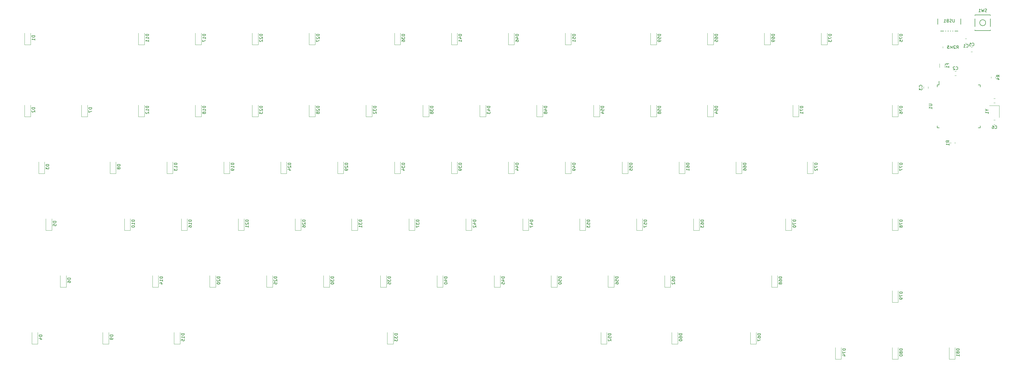
<source format=gbo>
G04 #@! TF.GenerationSoftware,KiCad,Pcbnew,(5.1.10)-1*
G04 #@! TF.CreationDate,2022-02-11T22:44:53+10:30*
G04 #@! TF.ProjectId,Dingo-75,44696e67-6f2d-4373-952e-6b696361645f,rev?*
G04 #@! TF.SameCoordinates,Original*
G04 #@! TF.FileFunction,Legend,Bot*
G04 #@! TF.FilePolarity,Positive*
%FSLAX46Y46*%
G04 Gerber Fmt 4.6, Leading zero omitted, Abs format (unit mm)*
G04 Created by KiCad (PCBNEW (5.1.10)-1) date 2022-02-11 22:44:53*
%MOMM*%
%LPD*%
G01*
G04 APERTURE LIST*
%ADD10C,0.120000*%
%ADD11C,0.150000*%
%ADD12C,3.987800*%
%ADD13C,3.048000*%
%ADD14C,1.750000*%
%ADD15C,2.250000*%
%ADD16R,1.200000X1.400000*%
%ADD17O,1.700000X2.700000*%
%ADD18R,0.500000X2.250000*%
%ADD19R,1.500000X0.550000*%
%ADD20R,0.550000X1.500000*%
%ADD21R,1.800000X1.100000*%
%ADD22R,1.200000X0.900000*%
G04 APERTURE END LIST*
D10*
X85794750Y182074750D02*
X85794750Y178074750D01*
X82494750Y182074750D02*
X85794750Y182074750D01*
D11*
X65206250Y212462500D02*
X65206250Y207012500D01*
X72906250Y212462500D02*
X72906250Y207012500D01*
X65206250Y207012500D02*
X72906250Y207012500D01*
X65631250Y188943750D02*
X65631250Y190218750D01*
X65056250Y174593750D02*
X65056250Y175268750D01*
X79406250Y174593750D02*
X79406250Y175268750D01*
X79406250Y188943750D02*
X79406250Y188268750D01*
X65056250Y188943750D02*
X65056250Y188268750D01*
X79406250Y188943750D02*
X78731250Y188943750D01*
X79406250Y174593750D02*
X78731250Y174593750D01*
X65056250Y174593750D02*
X65731250Y174593750D01*
X65056250Y188943750D02*
X65631250Y188943750D01*
X77643750Y207212500D02*
X82843750Y207212500D01*
X82843750Y207212500D02*
X82843750Y212412500D01*
X82843750Y212412500D02*
X77643750Y212412500D01*
X77643750Y212412500D02*
X77643750Y207212500D01*
X81243750Y209812500D02*
G75*
G03*
X81243750Y209812500I-1000000J0D01*
G01*
D10*
X83021500Y191265436D02*
X83021500Y191719564D01*
X84491500Y191265436D02*
X84491500Y191719564D01*
X66892500Y201361936D02*
X66892500Y201816064D01*
X68362500Y201361936D02*
X68362500Y201816064D01*
X68924500Y201361936D02*
X68924500Y201816064D01*
X70394500Y201361936D02*
X70394500Y201816064D01*
X70966000Y169748564D02*
X70966000Y169294436D01*
X69496000Y169748564D02*
X69496000Y169294436D01*
X65765000Y194847936D02*
X65765000Y196052064D01*
X67585000Y194847936D02*
X67585000Y196052064D01*
X70977000Y97065000D02*
X70977000Y100965000D01*
X68977000Y97065000D02*
X68977000Y100965000D01*
X70977000Y97065000D02*
X68977000Y97065000D01*
X51927000Y97065000D02*
X51927000Y100965000D01*
X49927000Y97065000D02*
X49927000Y100965000D01*
X51927000Y97065000D02*
X49927000Y97065000D01*
X51927000Y116115000D02*
X51927000Y120015000D01*
X49927000Y116115000D02*
X49927000Y120015000D01*
X51927000Y116115000D02*
X49927000Y116115000D01*
X51927000Y140245000D02*
X51927000Y144145000D01*
X49927000Y140245000D02*
X49927000Y144145000D01*
X51927000Y140245000D02*
X49927000Y140245000D01*
X51927000Y159294000D02*
X51927000Y163194000D01*
X49927000Y159294000D02*
X49927000Y163194000D01*
X51927000Y159294000D02*
X49927000Y159294000D01*
X51927000Y178345000D02*
X51927000Y182245000D01*
X49927000Y178345000D02*
X49927000Y182245000D01*
X51927000Y178345000D02*
X49927000Y178345000D01*
X51927000Y202475000D02*
X51927000Y206375000D01*
X49927000Y202475000D02*
X49927000Y206375000D01*
X51927000Y202475000D02*
X49927000Y202475000D01*
X32877000Y97065000D02*
X32877000Y100965000D01*
X30877000Y97065000D02*
X30877000Y100965000D01*
X32877000Y97065000D02*
X30877000Y97065000D01*
X28178000Y202475000D02*
X28178000Y206375000D01*
X26178000Y202475000D02*
X26178000Y206375000D01*
X28178000Y202475000D02*
X26178000Y202475000D01*
X23479000Y159295000D02*
X23479000Y163195000D01*
X21479000Y159295000D02*
X21479000Y163195000D01*
X23479000Y159295000D02*
X21479000Y159295000D01*
X18653000Y178344000D02*
X18653000Y182244000D01*
X16653000Y178344000D02*
X16653000Y182244000D01*
X18653000Y178344000D02*
X16653000Y178344000D01*
X16240000Y140245000D02*
X16240000Y144145000D01*
X14240000Y140245000D02*
X14240000Y144145000D01*
X16240000Y140245000D02*
X14240000Y140245000D01*
X9128000Y202475000D02*
X9128000Y206375000D01*
X7128000Y202475000D02*
X7128000Y206375000D01*
X9128000Y202475000D02*
X7128000Y202475000D01*
X11541000Y121195000D02*
X11541000Y125095000D01*
X9541000Y121195000D02*
X9541000Y125095000D01*
X11541000Y121195000D02*
X9541000Y121195000D01*
X4429000Y102144000D02*
X4429000Y106044000D01*
X2429000Y102144000D02*
X2429000Y106044000D01*
X4429000Y102144000D02*
X2429000Y102144000D01*
X-397000Y159295000D02*
X-397000Y163195000D01*
X-2397000Y159295000D02*
X-2397000Y163195000D01*
X-397000Y159295000D02*
X-2397000Y159295000D01*
X-9922000Y202475000D02*
X-9922000Y206375000D01*
X-11922000Y202475000D02*
X-11922000Y206375000D01*
X-9922000Y202475000D02*
X-11922000Y202475000D01*
X-9922000Y178344000D02*
X-9922000Y182244000D01*
X-11922000Y178344000D02*
X-11922000Y182244000D01*
X-9922000Y178344000D02*
X-11922000Y178344000D01*
X-14621000Y140245000D02*
X-14621000Y144145000D01*
X-16621000Y140245000D02*
X-16621000Y144145000D01*
X-14621000Y140245000D02*
X-16621000Y140245000D01*
X-24273000Y121195000D02*
X-24273000Y125095000D01*
X-26273000Y121195000D02*
X-26273000Y125095000D01*
X-24273000Y121195000D02*
X-26273000Y121195000D01*
X-19447000Y159294000D02*
X-19447000Y163194000D01*
X-21447000Y159294000D02*
X-21447000Y163194000D01*
X-19447000Y159294000D02*
X-21447000Y159294000D01*
X-21860000Y102145000D02*
X-21860000Y106045000D01*
X-23860000Y102145000D02*
X-23860000Y106045000D01*
X-21860000Y102145000D02*
X-23860000Y102145000D01*
X-28972000Y202474000D02*
X-28972000Y206374000D01*
X-30972000Y202474000D02*
X-30972000Y206374000D01*
X-28972000Y202474000D02*
X-30972000Y202474000D01*
X-28972000Y178345000D02*
X-28972000Y182245000D01*
X-30972000Y178345000D02*
X-30972000Y182245000D01*
X-28972000Y178345000D02*
X-30972000Y178345000D01*
X-33671000Y140245000D02*
X-33671000Y144145000D01*
X-35671000Y140245000D02*
X-35671000Y144145000D01*
X-33671000Y140245000D02*
X-35671000Y140245000D01*
X-43196000Y121195000D02*
X-43196000Y125095000D01*
X-45196000Y121195000D02*
X-45196000Y125095000D01*
X-43196000Y121195000D02*
X-45196000Y121195000D01*
X-38497000Y159294000D02*
X-38497000Y163194000D01*
X-40497000Y159294000D02*
X-40497000Y163194000D01*
X-38497000Y159294000D02*
X-40497000Y159294000D01*
X-48022000Y178344000D02*
X-48022000Y182244000D01*
X-50022000Y178344000D02*
X-50022000Y182244000D01*
X-48022000Y178344000D02*
X-50022000Y178344000D01*
X-52721000Y140245000D02*
X-52721000Y144145000D01*
X-54721000Y140245000D02*
X-54721000Y144145000D01*
X-52721000Y140245000D02*
X-54721000Y140245000D01*
X-45609000Y102145000D02*
X-45609000Y106045000D01*
X-47609000Y102145000D02*
X-47609000Y106045000D01*
X-45609000Y102145000D02*
X-47609000Y102145000D01*
X-57547000Y202474000D02*
X-57547000Y206374000D01*
X-59547000Y202474000D02*
X-59547000Y206374000D01*
X-57547000Y202474000D02*
X-59547000Y202474000D01*
X-62246000Y121194000D02*
X-62246000Y125094000D01*
X-64246000Y121194000D02*
X-64246000Y125094000D01*
X-62246000Y121194000D02*
X-64246000Y121194000D01*
X-57547000Y159294000D02*
X-57547000Y163194000D01*
X-59547000Y159294000D02*
X-59547000Y163194000D01*
X-57547000Y159294000D02*
X-59547000Y159294000D01*
X-67072000Y178345000D02*
X-67072000Y182245000D01*
X-69072000Y178345000D02*
X-69072000Y182245000D01*
X-67072000Y178345000D02*
X-69072000Y178345000D01*
X-71771000Y140244000D02*
X-71771000Y144144000D01*
X-73771000Y140244000D02*
X-73771000Y144144000D01*
X-71771000Y140244000D02*
X-73771000Y140244000D01*
X-76597000Y202475000D02*
X-76597000Y206375000D01*
X-78597000Y202475000D02*
X-78597000Y206375000D01*
X-76597000Y202475000D02*
X-78597000Y202475000D01*
X-81296000Y121195000D02*
X-81296000Y125095000D01*
X-83296000Y121195000D02*
X-83296000Y125095000D01*
X-81296000Y121195000D02*
X-83296000Y121195000D01*
X-76597000Y159295000D02*
X-76597000Y163195000D01*
X-78597000Y159295000D02*
X-78597000Y163195000D01*
X-76597000Y159295000D02*
X-78597000Y159295000D01*
X-86122000Y178345000D02*
X-86122000Y182245000D01*
X-88122000Y178345000D02*
X-88122000Y182245000D01*
X-86122000Y178345000D02*
X-88122000Y178345000D01*
X-90821000Y140245000D02*
X-90821000Y144145000D01*
X-92821000Y140245000D02*
X-92821000Y144145000D01*
X-90821000Y140245000D02*
X-92821000Y140245000D01*
X-95647000Y202474000D02*
X-95647000Y206374000D01*
X-97647000Y202474000D02*
X-97647000Y206374000D01*
X-95647000Y202474000D02*
X-97647000Y202474000D01*
X-100473000Y121195000D02*
X-100473000Y125095000D01*
X-102473000Y121195000D02*
X-102473000Y125095000D01*
X-100473000Y121195000D02*
X-102473000Y121195000D01*
X-95647000Y159295000D02*
X-95647000Y163195000D01*
X-97647000Y159295000D02*
X-97647000Y163195000D01*
X-95647000Y159295000D02*
X-97647000Y159295000D01*
X-105172000Y178345000D02*
X-105172000Y182245000D01*
X-107172000Y178345000D02*
X-107172000Y182245000D01*
X-105172000Y178345000D02*
X-107172000Y178345000D01*
X-109871000Y140244000D02*
X-109871000Y144144000D01*
X-111871000Y140244000D02*
X-111871000Y144144000D01*
X-109871000Y140244000D02*
X-111871000Y140244000D01*
X-114697000Y202474000D02*
X-114697000Y206374000D01*
X-116697000Y202474000D02*
X-116697000Y206374000D01*
X-114697000Y202474000D02*
X-116697000Y202474000D01*
X-119396000Y121194000D02*
X-119396000Y125094000D01*
X-121396000Y121194000D02*
X-121396000Y125094000D01*
X-119396000Y121194000D02*
X-121396000Y121194000D01*
X-114697000Y159295000D02*
X-114697000Y163195000D01*
X-116697000Y159295000D02*
X-116697000Y163195000D01*
X-114697000Y159295000D02*
X-116697000Y159295000D01*
X-117110000Y102145000D02*
X-117110000Y106045000D01*
X-119110000Y102145000D02*
X-119110000Y106045000D01*
X-117110000Y102145000D02*
X-119110000Y102145000D01*
X-124222000Y178345000D02*
X-124222000Y182245000D01*
X-126222000Y178345000D02*
X-126222000Y182245000D01*
X-124222000Y178345000D02*
X-126222000Y178345000D01*
X-129048000Y140245000D02*
X-129048000Y144145000D01*
X-131048000Y140245000D02*
X-131048000Y144145000D01*
X-129048000Y140245000D02*
X-131048000Y140245000D01*
X-138446000Y121195000D02*
X-138446000Y125095000D01*
X-140446000Y121195000D02*
X-140446000Y125095000D01*
X-138446000Y121195000D02*
X-140446000Y121195000D01*
X-133747000Y159294000D02*
X-133747000Y163194000D01*
X-135747000Y159294000D02*
X-135747000Y163194000D01*
X-133747000Y159294000D02*
X-135747000Y159294000D01*
X-143272000Y178345000D02*
X-143272000Y182245000D01*
X-145272000Y178345000D02*
X-145272000Y182245000D01*
X-143272000Y178345000D02*
X-145272000Y178345000D01*
X-143272000Y202474000D02*
X-143272000Y206374000D01*
X-145272000Y202474000D02*
X-145272000Y206374000D01*
X-143272000Y202474000D02*
X-145272000Y202474000D01*
X-147971000Y140245000D02*
X-147971000Y144145000D01*
X-149971000Y140245000D02*
X-149971000Y144145000D01*
X-147971000Y140245000D02*
X-149971000Y140245000D01*
X-157496000Y121195000D02*
X-157496000Y125095000D01*
X-159496000Y121195000D02*
X-159496000Y125095000D01*
X-157496000Y121195000D02*
X-159496000Y121195000D01*
X-152797000Y159294000D02*
X-152797000Y163194000D01*
X-154797000Y159294000D02*
X-154797000Y163194000D01*
X-152797000Y159294000D02*
X-154797000Y159294000D01*
X-162322000Y178345000D02*
X-162322000Y182245000D01*
X-164322000Y178345000D02*
X-164322000Y182245000D01*
X-162322000Y178345000D02*
X-164322000Y178345000D01*
X-162322000Y202475000D02*
X-162322000Y206375000D01*
X-164322000Y202475000D02*
X-164322000Y206375000D01*
X-162322000Y202475000D02*
X-164322000Y202475000D01*
X-167021000Y140245000D02*
X-167021000Y144145000D01*
X-169021000Y140245000D02*
X-169021000Y144145000D01*
X-167021000Y140245000D02*
X-169021000Y140245000D01*
X-176546000Y121195000D02*
X-176546000Y125095000D01*
X-178546000Y121195000D02*
X-178546000Y125095000D01*
X-176546000Y121195000D02*
X-178546000Y121195000D01*
X-171847000Y159295000D02*
X-171847000Y163195000D01*
X-173847000Y159295000D02*
X-173847000Y163195000D01*
X-171847000Y159295000D02*
X-173847000Y159295000D01*
X-181372000Y178345000D02*
X-181372000Y182245000D01*
X-183372000Y178345000D02*
X-183372000Y182245000D01*
X-181372000Y178345000D02*
X-183372000Y178345000D01*
X-181372000Y202474000D02*
X-181372000Y206374000D01*
X-183372000Y202474000D02*
X-183372000Y206374000D01*
X-181372000Y202474000D02*
X-183372000Y202474000D01*
X-186071000Y140245000D02*
X-186071000Y144145000D01*
X-188071000Y140245000D02*
X-188071000Y144145000D01*
X-186071000Y140245000D02*
X-188071000Y140245000D01*
X-188484000Y102145000D02*
X-188484000Y106045000D01*
X-190484000Y102145000D02*
X-190484000Y106045000D01*
X-188484000Y102145000D02*
X-190484000Y102145000D01*
X-195723000Y121195000D02*
X-195723000Y125095000D01*
X-197723000Y121195000D02*
X-197723000Y125095000D01*
X-195723000Y121195000D02*
X-197723000Y121195000D01*
X-190897000Y159294000D02*
X-190897000Y163194000D01*
X-192897000Y159294000D02*
X-192897000Y163194000D01*
X-190897000Y159294000D02*
X-192897000Y159294000D01*
X-200422000Y178345000D02*
X-200422000Y182245000D01*
X-202422000Y178345000D02*
X-202422000Y182245000D01*
X-200422000Y178345000D02*
X-202422000Y178345000D01*
X-200422000Y202475000D02*
X-200422000Y206375000D01*
X-202422000Y202475000D02*
X-202422000Y206375000D01*
X-200422000Y202475000D02*
X-202422000Y202475000D01*
X-205121000Y140245000D02*
X-205121000Y144145000D01*
X-207121000Y140245000D02*
X-207121000Y144145000D01*
X-205121000Y140245000D02*
X-207121000Y140245000D01*
X-212360000Y102145000D02*
X-212360000Y106045000D01*
X-214360000Y102145000D02*
X-214360000Y106045000D01*
X-212360000Y102145000D02*
X-214360000Y102145000D01*
X-209947000Y159295000D02*
X-209947000Y163195000D01*
X-211947000Y159295000D02*
X-211947000Y163195000D01*
X-209947000Y159295000D02*
X-211947000Y159295000D01*
X-219472000Y178345000D02*
X-219472000Y182245000D01*
X-221472000Y178345000D02*
X-221472000Y182245000D01*
X-219472000Y178345000D02*
X-221472000Y178345000D01*
X-226584000Y121195000D02*
X-226584000Y125095000D01*
X-228584000Y121195000D02*
X-228584000Y125095000D01*
X-226584000Y121195000D02*
X-228584000Y121195000D01*
X-231410000Y140245000D02*
X-231410000Y144145000D01*
X-233410000Y140245000D02*
X-233410000Y144145000D01*
X-231410000Y140245000D02*
X-233410000Y140245000D01*
X-236109000Y102145000D02*
X-236109000Y106045000D01*
X-238109000Y102145000D02*
X-238109000Y106045000D01*
X-236109000Y102145000D02*
X-238109000Y102145000D01*
X-233823000Y159294000D02*
X-233823000Y163194000D01*
X-235823000Y159294000D02*
X-235823000Y163194000D01*
X-233823000Y159294000D02*
X-235823000Y159294000D01*
X-238522000Y178345000D02*
X-238522000Y182245000D01*
X-240522000Y178345000D02*
X-240522000Y182245000D01*
X-238522000Y178345000D02*
X-240522000Y178345000D01*
X-238522000Y202475000D02*
X-238522000Y206375000D01*
X-240522000Y202475000D02*
X-240522000Y206375000D01*
X-238522000Y202475000D02*
X-240522000Y202475000D01*
X84433002Y182938750D02*
X83910498Y182938750D01*
X84433002Y184408750D02*
X83910498Y184408750D01*
X83905498Y177169750D02*
X84428002Y177169750D01*
X83905498Y175699750D02*
X84428002Y175699750D01*
X76810502Y200083750D02*
X76287998Y200083750D01*
X76810502Y201553750D02*
X76287998Y201553750D01*
X61949000Y188345752D02*
X61949000Y187823248D01*
X60479000Y188345752D02*
X60479000Y187823248D01*
X71381252Y192114500D02*
X70858748Y192114500D01*
X71381252Y193584500D02*
X70858748Y193584500D01*
X74353748Y204443000D02*
X74876252Y204443000D01*
X74353748Y202973000D02*
X74876252Y202973000D01*
D11*
X81670940Y180550940D02*
X82147130Y180550940D01*
X81147130Y180884273D02*
X81670940Y180550940D01*
X81147130Y180217607D01*
X82147130Y179360464D02*
X82147130Y179931892D01*
X82147130Y179646178D02*
X81147130Y179646178D01*
X81289988Y179741416D01*
X81385226Y179836654D01*
X81432845Y179931892D01*
X70794345Y210978119D02*
X70794345Y210168595D01*
X70746726Y210073357D01*
X70699107Y210025738D01*
X70603869Y209978119D01*
X70413392Y209978119D01*
X70318154Y210025738D01*
X70270535Y210073357D01*
X70222916Y210168595D01*
X70222916Y210978119D01*
X69794345Y210025738D02*
X69651488Y209978119D01*
X69413392Y209978119D01*
X69318154Y210025738D01*
X69270535Y210073357D01*
X69222916Y210168595D01*
X69222916Y210263833D01*
X69270535Y210359071D01*
X69318154Y210406690D01*
X69413392Y210454309D01*
X69603869Y210501928D01*
X69699107Y210549547D01*
X69746726Y210597166D01*
X69794345Y210692404D01*
X69794345Y210787642D01*
X69746726Y210882880D01*
X69699107Y210930500D01*
X69603869Y210978119D01*
X69365773Y210978119D01*
X69222916Y210930500D01*
X68461011Y210501928D02*
X68318154Y210454309D01*
X68270535Y210406690D01*
X68222916Y210311452D01*
X68222916Y210168595D01*
X68270535Y210073357D01*
X68318154Y210025738D01*
X68413392Y209978119D01*
X68794345Y209978119D01*
X68794345Y210978119D01*
X68461011Y210978119D01*
X68365773Y210930500D01*
X68318154Y210882880D01*
X68270535Y210787642D01*
X68270535Y210692404D01*
X68318154Y210597166D01*
X68365773Y210549547D01*
X68461011Y210501928D01*
X68794345Y210501928D01*
X67270535Y209978119D02*
X67841964Y209978119D01*
X67556250Y209978119D02*
X67556250Y210978119D01*
X67651488Y210835261D01*
X67746726Y210740023D01*
X67841964Y210692404D01*
X62233630Y182530654D02*
X63043154Y182530654D01*
X63138392Y182483035D01*
X63186011Y182435416D01*
X63233630Y182340178D01*
X63233630Y182149702D01*
X63186011Y182054464D01*
X63138392Y182006845D01*
X63043154Y181959226D01*
X62233630Y181959226D01*
X63233630Y180959226D02*
X63233630Y181530654D01*
X63233630Y181244940D02*
X62233630Y181244940D01*
X62376488Y181340178D01*
X62471726Y181435416D01*
X62519345Y181530654D01*
X81577083Y213471738D02*
X81434226Y213424119D01*
X81196130Y213424119D01*
X81100892Y213471738D01*
X81053273Y213519357D01*
X81005654Y213614595D01*
X81005654Y213709833D01*
X81053273Y213805071D01*
X81100892Y213852690D01*
X81196130Y213900309D01*
X81386607Y213947928D01*
X81481845Y213995547D01*
X81529464Y214043166D01*
X81577083Y214138404D01*
X81577083Y214233642D01*
X81529464Y214328880D01*
X81481845Y214376500D01*
X81386607Y214424119D01*
X81148511Y214424119D01*
X81005654Y214376500D01*
X80672321Y214424119D02*
X80434226Y213424119D01*
X80243750Y214138404D01*
X80053273Y213424119D01*
X79815178Y214424119D01*
X78910416Y213424119D02*
X79481845Y213424119D01*
X79196130Y213424119D02*
X79196130Y214424119D01*
X79291369Y214281261D01*
X79386607Y214186023D01*
X79481845Y214138404D01*
X85858880Y191659166D02*
X85382690Y191992500D01*
X85858880Y192230595D02*
X84858880Y192230595D01*
X84858880Y191849642D01*
X84906500Y191754404D01*
X84954119Y191706785D01*
X85049357Y191659166D01*
X85192214Y191659166D01*
X85287452Y191706785D01*
X85335071Y191754404D01*
X85382690Y191849642D01*
X85382690Y192230595D01*
X85192214Y190802023D02*
X85858880Y190802023D01*
X84811261Y191040119D02*
X85525547Y191278214D01*
X85525547Y190659166D01*
X69444166Y201136619D02*
X69777500Y201612809D01*
X70015595Y201136619D02*
X70015595Y202136619D01*
X69634642Y202136619D01*
X69539404Y202089000D01*
X69491785Y202041380D01*
X69444166Y201946142D01*
X69444166Y201803285D01*
X69491785Y201708047D01*
X69539404Y201660428D01*
X69634642Y201612809D01*
X70015595Y201612809D01*
X69110833Y202136619D02*
X68491785Y202136619D01*
X68825119Y201755666D01*
X68682261Y201755666D01*
X68587023Y201708047D01*
X68539404Y201660428D01*
X68491785Y201565190D01*
X68491785Y201327095D01*
X68539404Y201231857D01*
X68587023Y201184238D01*
X68682261Y201136619D01*
X68967976Y201136619D01*
X69063214Y201184238D01*
X69110833Y201231857D01*
X71476166Y201136619D02*
X71809500Y201612809D01*
X72047595Y201136619D02*
X72047595Y202136619D01*
X71666642Y202136619D01*
X71571404Y202089000D01*
X71523785Y202041380D01*
X71476166Y201946142D01*
X71476166Y201803285D01*
X71523785Y201708047D01*
X71571404Y201660428D01*
X71666642Y201612809D01*
X72047595Y201612809D01*
X71095214Y202041380D02*
X71047595Y202089000D01*
X70952357Y202136619D01*
X70714261Y202136619D01*
X70619023Y202089000D01*
X70571404Y202041380D01*
X70523785Y201946142D01*
X70523785Y201850904D01*
X70571404Y201708047D01*
X71142833Y201136619D01*
X70523785Y201136619D01*
X69033380Y169688166D02*
X68557190Y170021500D01*
X69033380Y170259595D02*
X68033380Y170259595D01*
X68033380Y169878642D01*
X68081000Y169783404D01*
X68128619Y169735785D01*
X68223857Y169688166D01*
X68366714Y169688166D01*
X68461952Y169735785D01*
X68509571Y169783404D01*
X68557190Y169878642D01*
X68557190Y170259595D01*
X69033380Y168735785D02*
X69033380Y169307214D01*
X69033380Y169021500D02*
X68033380Y169021500D01*
X68176238Y169116738D01*
X68271476Y169211976D01*
X68319095Y169307214D01*
X68423571Y195783333D02*
X68423571Y196116666D01*
X68947380Y196116666D02*
X67947380Y196116666D01*
X67947380Y195640476D01*
X68947380Y194735714D02*
X68947380Y195307142D01*
X68947380Y195021428D02*
X67947380Y195021428D01*
X68090238Y195116666D01*
X68185476Y195211904D01*
X68233095Y195307142D01*
X72429380Y100529285D02*
X71429380Y100529285D01*
X71429380Y100291190D01*
X71477000Y100148333D01*
X71572238Y100053095D01*
X71667476Y100005476D01*
X71857952Y99957857D01*
X72000809Y99957857D01*
X72191285Y100005476D01*
X72286523Y100053095D01*
X72381761Y100148333D01*
X72429380Y100291190D01*
X72429380Y100529285D01*
X71857952Y99386428D02*
X71810333Y99481666D01*
X71762714Y99529285D01*
X71667476Y99576904D01*
X71619857Y99576904D01*
X71524619Y99529285D01*
X71477000Y99481666D01*
X71429380Y99386428D01*
X71429380Y99195952D01*
X71477000Y99100714D01*
X71524619Y99053095D01*
X71619857Y99005476D01*
X71667476Y99005476D01*
X71762714Y99053095D01*
X71810333Y99100714D01*
X71857952Y99195952D01*
X71857952Y99386428D01*
X71905571Y99481666D01*
X71953190Y99529285D01*
X72048428Y99576904D01*
X72238904Y99576904D01*
X72334142Y99529285D01*
X72381761Y99481666D01*
X72429380Y99386428D01*
X72429380Y99195952D01*
X72381761Y99100714D01*
X72334142Y99053095D01*
X72238904Y99005476D01*
X72048428Y99005476D01*
X71953190Y99053095D01*
X71905571Y99100714D01*
X71857952Y99195952D01*
X72429380Y98053095D02*
X72429380Y98624523D01*
X72429380Y98338809D02*
X71429380Y98338809D01*
X71572238Y98434047D01*
X71667476Y98529285D01*
X71715095Y98624523D01*
X53379380Y100529285D02*
X52379380Y100529285D01*
X52379380Y100291190D01*
X52427000Y100148333D01*
X52522238Y100053095D01*
X52617476Y100005476D01*
X52807952Y99957857D01*
X52950809Y99957857D01*
X53141285Y100005476D01*
X53236523Y100053095D01*
X53331761Y100148333D01*
X53379380Y100291190D01*
X53379380Y100529285D01*
X52807952Y99386428D02*
X52760333Y99481666D01*
X52712714Y99529285D01*
X52617476Y99576904D01*
X52569857Y99576904D01*
X52474619Y99529285D01*
X52427000Y99481666D01*
X52379380Y99386428D01*
X52379380Y99195952D01*
X52427000Y99100714D01*
X52474619Y99053095D01*
X52569857Y99005476D01*
X52617476Y99005476D01*
X52712714Y99053095D01*
X52760333Y99100714D01*
X52807952Y99195952D01*
X52807952Y99386428D01*
X52855571Y99481666D01*
X52903190Y99529285D01*
X52998428Y99576904D01*
X53188904Y99576904D01*
X53284142Y99529285D01*
X53331761Y99481666D01*
X53379380Y99386428D01*
X53379380Y99195952D01*
X53331761Y99100714D01*
X53284142Y99053095D01*
X53188904Y99005476D01*
X52998428Y99005476D01*
X52903190Y99053095D01*
X52855571Y99100714D01*
X52807952Y99195952D01*
X52379380Y98386428D02*
X52379380Y98291190D01*
X52427000Y98195952D01*
X52474619Y98148333D01*
X52569857Y98100714D01*
X52760333Y98053095D01*
X52998428Y98053095D01*
X53188904Y98100714D01*
X53284142Y98148333D01*
X53331761Y98195952D01*
X53379380Y98291190D01*
X53379380Y98386428D01*
X53331761Y98481666D01*
X53284142Y98529285D01*
X53188904Y98576904D01*
X52998428Y98624523D01*
X52760333Y98624523D01*
X52569857Y98576904D01*
X52474619Y98529285D01*
X52427000Y98481666D01*
X52379380Y98386428D01*
X53379380Y119579285D02*
X52379380Y119579285D01*
X52379380Y119341190D01*
X52427000Y119198333D01*
X52522238Y119103095D01*
X52617476Y119055476D01*
X52807952Y119007857D01*
X52950809Y119007857D01*
X53141285Y119055476D01*
X53236523Y119103095D01*
X53331761Y119198333D01*
X53379380Y119341190D01*
X53379380Y119579285D01*
X52379380Y118674523D02*
X52379380Y118007857D01*
X53379380Y118436428D01*
X53379380Y117579285D02*
X53379380Y117388809D01*
X53331761Y117293571D01*
X53284142Y117245952D01*
X53141285Y117150714D01*
X52950809Y117103095D01*
X52569857Y117103095D01*
X52474619Y117150714D01*
X52427000Y117198333D01*
X52379380Y117293571D01*
X52379380Y117484047D01*
X52427000Y117579285D01*
X52474619Y117626904D01*
X52569857Y117674523D01*
X52807952Y117674523D01*
X52903190Y117626904D01*
X52950809Y117579285D01*
X52998428Y117484047D01*
X52998428Y117293571D01*
X52950809Y117198333D01*
X52903190Y117150714D01*
X52807952Y117103095D01*
X53379380Y143709285D02*
X52379380Y143709285D01*
X52379380Y143471190D01*
X52427000Y143328333D01*
X52522238Y143233095D01*
X52617476Y143185476D01*
X52807952Y143137857D01*
X52950809Y143137857D01*
X53141285Y143185476D01*
X53236523Y143233095D01*
X53331761Y143328333D01*
X53379380Y143471190D01*
X53379380Y143709285D01*
X52379380Y142804523D02*
X52379380Y142137857D01*
X53379380Y142566428D01*
X52807952Y141614047D02*
X52760333Y141709285D01*
X52712714Y141756904D01*
X52617476Y141804523D01*
X52569857Y141804523D01*
X52474619Y141756904D01*
X52427000Y141709285D01*
X52379380Y141614047D01*
X52379380Y141423571D01*
X52427000Y141328333D01*
X52474619Y141280714D01*
X52569857Y141233095D01*
X52617476Y141233095D01*
X52712714Y141280714D01*
X52760333Y141328333D01*
X52807952Y141423571D01*
X52807952Y141614047D01*
X52855571Y141709285D01*
X52903190Y141756904D01*
X52998428Y141804523D01*
X53188904Y141804523D01*
X53284142Y141756904D01*
X53331761Y141709285D01*
X53379380Y141614047D01*
X53379380Y141423571D01*
X53331761Y141328333D01*
X53284142Y141280714D01*
X53188904Y141233095D01*
X52998428Y141233095D01*
X52903190Y141280714D01*
X52855571Y141328333D01*
X52807952Y141423571D01*
X53379380Y162758285D02*
X52379380Y162758285D01*
X52379380Y162520190D01*
X52427000Y162377333D01*
X52522238Y162282095D01*
X52617476Y162234476D01*
X52807952Y162186857D01*
X52950809Y162186857D01*
X53141285Y162234476D01*
X53236523Y162282095D01*
X53331761Y162377333D01*
X53379380Y162520190D01*
X53379380Y162758285D01*
X52379380Y161853523D02*
X52379380Y161186857D01*
X53379380Y161615428D01*
X52379380Y160901142D02*
X52379380Y160234476D01*
X53379380Y160663047D01*
X53379380Y181809285D02*
X52379380Y181809285D01*
X52379380Y181571190D01*
X52427000Y181428333D01*
X52522238Y181333095D01*
X52617476Y181285476D01*
X52807952Y181237857D01*
X52950809Y181237857D01*
X53141285Y181285476D01*
X53236523Y181333095D01*
X53331761Y181428333D01*
X53379380Y181571190D01*
X53379380Y181809285D01*
X52379380Y180904523D02*
X52379380Y180237857D01*
X53379380Y180666428D01*
X52379380Y179428333D02*
X52379380Y179618809D01*
X52427000Y179714047D01*
X52474619Y179761666D01*
X52617476Y179856904D01*
X52807952Y179904523D01*
X53188904Y179904523D01*
X53284142Y179856904D01*
X53331761Y179809285D01*
X53379380Y179714047D01*
X53379380Y179523571D01*
X53331761Y179428333D01*
X53284142Y179380714D01*
X53188904Y179333095D01*
X52950809Y179333095D01*
X52855571Y179380714D01*
X52807952Y179428333D01*
X52760333Y179523571D01*
X52760333Y179714047D01*
X52807952Y179809285D01*
X52855571Y179856904D01*
X52950809Y179904523D01*
X53379380Y205939285D02*
X52379380Y205939285D01*
X52379380Y205701190D01*
X52427000Y205558333D01*
X52522238Y205463095D01*
X52617476Y205415476D01*
X52807952Y205367857D01*
X52950809Y205367857D01*
X53141285Y205415476D01*
X53236523Y205463095D01*
X53331761Y205558333D01*
X53379380Y205701190D01*
X53379380Y205939285D01*
X52379380Y205034523D02*
X52379380Y204367857D01*
X53379380Y204796428D01*
X52379380Y203510714D02*
X52379380Y203986904D01*
X52855571Y204034523D01*
X52807952Y203986904D01*
X52760333Y203891666D01*
X52760333Y203653571D01*
X52807952Y203558333D01*
X52855571Y203510714D01*
X52950809Y203463095D01*
X53188904Y203463095D01*
X53284142Y203510714D01*
X53331761Y203558333D01*
X53379380Y203653571D01*
X53379380Y203891666D01*
X53331761Y203986904D01*
X53284142Y204034523D01*
X34329380Y100529285D02*
X33329380Y100529285D01*
X33329380Y100291190D01*
X33377000Y100148333D01*
X33472238Y100053095D01*
X33567476Y100005476D01*
X33757952Y99957857D01*
X33900809Y99957857D01*
X34091285Y100005476D01*
X34186523Y100053095D01*
X34281761Y100148333D01*
X34329380Y100291190D01*
X34329380Y100529285D01*
X33329380Y99624523D02*
X33329380Y98957857D01*
X34329380Y99386428D01*
X33662714Y98148333D02*
X34329380Y98148333D01*
X33281761Y98386428D02*
X33996047Y98624523D01*
X33996047Y98005476D01*
X29630380Y205939285D02*
X28630380Y205939285D01*
X28630380Y205701190D01*
X28678000Y205558333D01*
X28773238Y205463095D01*
X28868476Y205415476D01*
X29058952Y205367857D01*
X29201809Y205367857D01*
X29392285Y205415476D01*
X29487523Y205463095D01*
X29582761Y205558333D01*
X29630380Y205701190D01*
X29630380Y205939285D01*
X28630380Y205034523D02*
X28630380Y204367857D01*
X29630380Y204796428D01*
X28630380Y204082142D02*
X28630380Y203463095D01*
X29011333Y203796428D01*
X29011333Y203653571D01*
X29058952Y203558333D01*
X29106571Y203510714D01*
X29201809Y203463095D01*
X29439904Y203463095D01*
X29535142Y203510714D01*
X29582761Y203558333D01*
X29630380Y203653571D01*
X29630380Y203939285D01*
X29582761Y204034523D01*
X29535142Y204082142D01*
X24931380Y162759285D02*
X23931380Y162759285D01*
X23931380Y162521190D01*
X23979000Y162378333D01*
X24074238Y162283095D01*
X24169476Y162235476D01*
X24359952Y162187857D01*
X24502809Y162187857D01*
X24693285Y162235476D01*
X24788523Y162283095D01*
X24883761Y162378333D01*
X24931380Y162521190D01*
X24931380Y162759285D01*
X23931380Y161854523D02*
X23931380Y161187857D01*
X24931380Y161616428D01*
X24026619Y160854523D02*
X23979000Y160806904D01*
X23931380Y160711666D01*
X23931380Y160473571D01*
X23979000Y160378333D01*
X24026619Y160330714D01*
X24121857Y160283095D01*
X24217095Y160283095D01*
X24359952Y160330714D01*
X24931380Y160902142D01*
X24931380Y160283095D01*
X20105380Y181808285D02*
X19105380Y181808285D01*
X19105380Y181570190D01*
X19153000Y181427333D01*
X19248238Y181332095D01*
X19343476Y181284476D01*
X19533952Y181236857D01*
X19676809Y181236857D01*
X19867285Y181284476D01*
X19962523Y181332095D01*
X20057761Y181427333D01*
X20105380Y181570190D01*
X20105380Y181808285D01*
X19105380Y180903523D02*
X19105380Y180236857D01*
X20105380Y180665428D01*
X20105380Y179332095D02*
X20105380Y179903523D01*
X20105380Y179617809D02*
X19105380Y179617809D01*
X19248238Y179713047D01*
X19343476Y179808285D01*
X19391095Y179903523D01*
X17692380Y143709285D02*
X16692380Y143709285D01*
X16692380Y143471190D01*
X16740000Y143328333D01*
X16835238Y143233095D01*
X16930476Y143185476D01*
X17120952Y143137857D01*
X17263809Y143137857D01*
X17454285Y143185476D01*
X17549523Y143233095D01*
X17644761Y143328333D01*
X17692380Y143471190D01*
X17692380Y143709285D01*
X16692380Y142804523D02*
X16692380Y142137857D01*
X17692380Y142566428D01*
X16692380Y141566428D02*
X16692380Y141471190D01*
X16740000Y141375952D01*
X16787619Y141328333D01*
X16882857Y141280714D01*
X17073333Y141233095D01*
X17311428Y141233095D01*
X17501904Y141280714D01*
X17597142Y141328333D01*
X17644761Y141375952D01*
X17692380Y141471190D01*
X17692380Y141566428D01*
X17644761Y141661666D01*
X17597142Y141709285D01*
X17501904Y141756904D01*
X17311428Y141804523D01*
X17073333Y141804523D01*
X16882857Y141756904D01*
X16787619Y141709285D01*
X16740000Y141661666D01*
X16692380Y141566428D01*
X10580380Y205939285D02*
X9580380Y205939285D01*
X9580380Y205701190D01*
X9628000Y205558333D01*
X9723238Y205463095D01*
X9818476Y205415476D01*
X10008952Y205367857D01*
X10151809Y205367857D01*
X10342285Y205415476D01*
X10437523Y205463095D01*
X10532761Y205558333D01*
X10580380Y205701190D01*
X10580380Y205939285D01*
X9580380Y204510714D02*
X9580380Y204701190D01*
X9628000Y204796428D01*
X9675619Y204844047D01*
X9818476Y204939285D01*
X10008952Y204986904D01*
X10389904Y204986904D01*
X10485142Y204939285D01*
X10532761Y204891666D01*
X10580380Y204796428D01*
X10580380Y204605952D01*
X10532761Y204510714D01*
X10485142Y204463095D01*
X10389904Y204415476D01*
X10151809Y204415476D01*
X10056571Y204463095D01*
X10008952Y204510714D01*
X9961333Y204605952D01*
X9961333Y204796428D01*
X10008952Y204891666D01*
X10056571Y204939285D01*
X10151809Y204986904D01*
X10580380Y203939285D02*
X10580380Y203748809D01*
X10532761Y203653571D01*
X10485142Y203605952D01*
X10342285Y203510714D01*
X10151809Y203463095D01*
X9770857Y203463095D01*
X9675619Y203510714D01*
X9628000Y203558333D01*
X9580380Y203653571D01*
X9580380Y203844047D01*
X9628000Y203939285D01*
X9675619Y203986904D01*
X9770857Y204034523D01*
X10008952Y204034523D01*
X10104190Y203986904D01*
X10151809Y203939285D01*
X10199428Y203844047D01*
X10199428Y203653571D01*
X10151809Y203558333D01*
X10104190Y203510714D01*
X10008952Y203463095D01*
X12993380Y124659285D02*
X11993380Y124659285D01*
X11993380Y124421190D01*
X12041000Y124278333D01*
X12136238Y124183095D01*
X12231476Y124135476D01*
X12421952Y124087857D01*
X12564809Y124087857D01*
X12755285Y124135476D01*
X12850523Y124183095D01*
X12945761Y124278333D01*
X12993380Y124421190D01*
X12993380Y124659285D01*
X11993380Y123230714D02*
X11993380Y123421190D01*
X12041000Y123516428D01*
X12088619Y123564047D01*
X12231476Y123659285D01*
X12421952Y123706904D01*
X12802904Y123706904D01*
X12898142Y123659285D01*
X12945761Y123611666D01*
X12993380Y123516428D01*
X12993380Y123325952D01*
X12945761Y123230714D01*
X12898142Y123183095D01*
X12802904Y123135476D01*
X12564809Y123135476D01*
X12469571Y123183095D01*
X12421952Y123230714D01*
X12374333Y123325952D01*
X12374333Y123516428D01*
X12421952Y123611666D01*
X12469571Y123659285D01*
X12564809Y123706904D01*
X12421952Y122564047D02*
X12374333Y122659285D01*
X12326714Y122706904D01*
X12231476Y122754523D01*
X12183857Y122754523D01*
X12088619Y122706904D01*
X12041000Y122659285D01*
X11993380Y122564047D01*
X11993380Y122373571D01*
X12041000Y122278333D01*
X12088619Y122230714D01*
X12183857Y122183095D01*
X12231476Y122183095D01*
X12326714Y122230714D01*
X12374333Y122278333D01*
X12421952Y122373571D01*
X12421952Y122564047D01*
X12469571Y122659285D01*
X12517190Y122706904D01*
X12612428Y122754523D01*
X12802904Y122754523D01*
X12898142Y122706904D01*
X12945761Y122659285D01*
X12993380Y122564047D01*
X12993380Y122373571D01*
X12945761Y122278333D01*
X12898142Y122230714D01*
X12802904Y122183095D01*
X12612428Y122183095D01*
X12517190Y122230714D01*
X12469571Y122278333D01*
X12421952Y122373571D01*
X5881380Y105608285D02*
X4881380Y105608285D01*
X4881380Y105370190D01*
X4929000Y105227333D01*
X5024238Y105132095D01*
X5119476Y105084476D01*
X5309952Y105036857D01*
X5452809Y105036857D01*
X5643285Y105084476D01*
X5738523Y105132095D01*
X5833761Y105227333D01*
X5881380Y105370190D01*
X5881380Y105608285D01*
X4881380Y104179714D02*
X4881380Y104370190D01*
X4929000Y104465428D01*
X4976619Y104513047D01*
X5119476Y104608285D01*
X5309952Y104655904D01*
X5690904Y104655904D01*
X5786142Y104608285D01*
X5833761Y104560666D01*
X5881380Y104465428D01*
X5881380Y104274952D01*
X5833761Y104179714D01*
X5786142Y104132095D01*
X5690904Y104084476D01*
X5452809Y104084476D01*
X5357571Y104132095D01*
X5309952Y104179714D01*
X5262333Y104274952D01*
X5262333Y104465428D01*
X5309952Y104560666D01*
X5357571Y104608285D01*
X5452809Y104655904D01*
X4881380Y103751142D02*
X4881380Y103084476D01*
X5881380Y103513047D01*
X1055380Y162759285D02*
X55380Y162759285D01*
X55380Y162521190D01*
X103000Y162378333D01*
X198238Y162283095D01*
X293476Y162235476D01*
X483952Y162187857D01*
X626809Y162187857D01*
X817285Y162235476D01*
X912523Y162283095D01*
X1007761Y162378333D01*
X1055380Y162521190D01*
X1055380Y162759285D01*
X55380Y161330714D02*
X55380Y161521190D01*
X103000Y161616428D01*
X150619Y161664047D01*
X293476Y161759285D01*
X483952Y161806904D01*
X864904Y161806904D01*
X960142Y161759285D01*
X1007761Y161711666D01*
X1055380Y161616428D01*
X1055380Y161425952D01*
X1007761Y161330714D01*
X960142Y161283095D01*
X864904Y161235476D01*
X626809Y161235476D01*
X531571Y161283095D01*
X483952Y161330714D01*
X436333Y161425952D01*
X436333Y161616428D01*
X483952Y161711666D01*
X531571Y161759285D01*
X626809Y161806904D01*
X55380Y160378333D02*
X55380Y160568809D01*
X102999Y160664047D01*
X150619Y160711666D01*
X293476Y160806904D01*
X483952Y160854523D01*
X864904Y160854523D01*
X960142Y160806904D01*
X1007761Y160759285D01*
X1055380Y160664047D01*
X1055380Y160473571D01*
X1007761Y160378333D01*
X960142Y160330714D01*
X864904Y160283095D01*
X626809Y160283095D01*
X531571Y160330714D01*
X483952Y160378333D01*
X436333Y160473571D01*
X436333Y160664047D01*
X483952Y160759285D01*
X531571Y160806904D01*
X626809Y160854523D01*
X-8469619Y205939285D02*
X-9469619Y205939285D01*
X-9469619Y205701190D01*
X-9422000Y205558333D01*
X-9326761Y205463095D01*
X-9231523Y205415476D01*
X-9041047Y205367857D01*
X-8898190Y205367857D01*
X-8707714Y205415476D01*
X-8612476Y205463095D01*
X-8517238Y205558333D01*
X-8469619Y205701190D01*
X-8469619Y205939285D01*
X-9469619Y204510714D02*
X-9469619Y204701190D01*
X-9422000Y204796428D01*
X-9374380Y204844047D01*
X-9231523Y204939285D01*
X-9041047Y204986904D01*
X-8660095Y204986904D01*
X-8564857Y204939285D01*
X-8517238Y204891666D01*
X-8469619Y204796428D01*
X-8469619Y204605952D01*
X-8517238Y204510714D01*
X-8564857Y204463095D01*
X-8660095Y204415476D01*
X-8898190Y204415476D01*
X-8993428Y204463095D01*
X-9041047Y204510714D01*
X-9088666Y204605952D01*
X-9088666Y204796428D01*
X-9041047Y204891666D01*
X-8993428Y204939285D01*
X-8898190Y204986904D01*
X-9469619Y203510714D02*
X-9469619Y203986904D01*
X-8993428Y204034523D01*
X-9041047Y203986904D01*
X-9088666Y203891666D01*
X-9088666Y203653571D01*
X-9041047Y203558333D01*
X-8993428Y203510714D01*
X-8898190Y203463095D01*
X-8660095Y203463095D01*
X-8564857Y203510714D01*
X-8517238Y203558333D01*
X-8469619Y203653571D01*
X-8469619Y203891666D01*
X-8517238Y203986904D01*
X-8564857Y204034523D01*
X-8469619Y181808285D02*
X-9469619Y181808285D01*
X-9469619Y181570190D01*
X-9422000Y181427333D01*
X-9326761Y181332095D01*
X-9231523Y181284476D01*
X-9041047Y181236857D01*
X-8898190Y181236857D01*
X-8707714Y181284476D01*
X-8612476Y181332095D01*
X-8517238Y181427333D01*
X-8469619Y181570190D01*
X-8469619Y181808285D01*
X-9469619Y180379714D02*
X-9469619Y180570190D01*
X-9422000Y180665428D01*
X-9374380Y180713047D01*
X-9231523Y180808285D01*
X-9041047Y180855904D01*
X-8660095Y180855904D01*
X-8564857Y180808285D01*
X-8517238Y180760666D01*
X-8469619Y180665428D01*
X-8469619Y180474952D01*
X-8517238Y180379714D01*
X-8564857Y180332095D01*
X-8660095Y180284476D01*
X-8898190Y180284476D01*
X-8993428Y180332095D01*
X-9041047Y180379714D01*
X-9088666Y180474952D01*
X-9088666Y180665428D01*
X-9041047Y180760666D01*
X-8993428Y180808285D01*
X-8898190Y180855904D01*
X-9136285Y179427333D02*
X-8469619Y179427333D01*
X-9517238Y179665428D02*
X-8802952Y179903523D01*
X-8802952Y179284476D01*
X-13168619Y143709285D02*
X-14168619Y143709285D01*
X-14168619Y143471190D01*
X-14121000Y143328333D01*
X-14025761Y143233095D01*
X-13930523Y143185476D01*
X-13740047Y143137857D01*
X-13597190Y143137857D01*
X-13406714Y143185476D01*
X-13311476Y143233095D01*
X-13216238Y143328333D01*
X-13168619Y143471190D01*
X-13168619Y143709285D01*
X-14168619Y142280714D02*
X-14168619Y142471190D01*
X-14121000Y142566428D01*
X-14073380Y142614047D01*
X-13930523Y142709285D01*
X-13740047Y142756904D01*
X-13359095Y142756904D01*
X-13263857Y142709285D01*
X-13216238Y142661666D01*
X-13168619Y142566428D01*
X-13168619Y142375952D01*
X-13216238Y142280714D01*
X-13263857Y142233095D01*
X-13359095Y142185476D01*
X-13597190Y142185476D01*
X-13692428Y142233095D01*
X-13740047Y142280714D01*
X-13787666Y142375952D01*
X-13787666Y142566428D01*
X-13740047Y142661666D01*
X-13692428Y142709285D01*
X-13597190Y142756904D01*
X-14168619Y141852142D02*
X-14168619Y141233095D01*
X-13787666Y141566428D01*
X-13787666Y141423571D01*
X-13740047Y141328333D01*
X-13692428Y141280714D01*
X-13597190Y141233095D01*
X-13359095Y141233095D01*
X-13263857Y141280714D01*
X-13216238Y141328333D01*
X-13168619Y141423571D01*
X-13168619Y141709285D01*
X-13216238Y141804523D01*
X-13263857Y141852142D01*
X-22820619Y124659285D02*
X-23820619Y124659285D01*
X-23820619Y124421190D01*
X-23773000Y124278333D01*
X-23677761Y124183095D01*
X-23582523Y124135476D01*
X-23392047Y124087857D01*
X-23249190Y124087857D01*
X-23058714Y124135476D01*
X-22963476Y124183095D01*
X-22868238Y124278333D01*
X-22820619Y124421190D01*
X-22820619Y124659285D01*
X-23820619Y123230714D02*
X-23820619Y123421190D01*
X-23773000Y123516428D01*
X-23725380Y123564047D01*
X-23582523Y123659285D01*
X-23392047Y123706904D01*
X-23011095Y123706904D01*
X-22915857Y123659285D01*
X-22868238Y123611666D01*
X-22820619Y123516428D01*
X-22820619Y123325952D01*
X-22868238Y123230714D01*
X-22915857Y123183095D01*
X-23011095Y123135476D01*
X-23249190Y123135476D01*
X-23344428Y123183095D01*
X-23392047Y123230714D01*
X-23439666Y123325952D01*
X-23439666Y123516428D01*
X-23392047Y123611666D01*
X-23344428Y123659285D01*
X-23249190Y123706904D01*
X-23725380Y122754523D02*
X-23773000Y122706904D01*
X-23820619Y122611666D01*
X-23820619Y122373571D01*
X-23773000Y122278333D01*
X-23725380Y122230714D01*
X-23630142Y122183095D01*
X-23534904Y122183095D01*
X-23392047Y122230714D01*
X-22820619Y122802142D01*
X-22820619Y122183095D01*
X-17994619Y162758285D02*
X-18994619Y162758285D01*
X-18994619Y162520190D01*
X-18947000Y162377333D01*
X-18851761Y162282095D01*
X-18756523Y162234476D01*
X-18566047Y162186857D01*
X-18423190Y162186857D01*
X-18232714Y162234476D01*
X-18137476Y162282095D01*
X-18042238Y162377333D01*
X-17994619Y162520190D01*
X-17994619Y162758285D01*
X-18994619Y161329714D02*
X-18994619Y161520190D01*
X-18947000Y161615428D01*
X-18899380Y161663047D01*
X-18756523Y161758285D01*
X-18566047Y161805904D01*
X-18185095Y161805904D01*
X-18089857Y161758285D01*
X-18042238Y161710666D01*
X-17994619Y161615428D01*
X-17994619Y161424952D01*
X-18042238Y161329714D01*
X-18089857Y161282095D01*
X-18185095Y161234476D01*
X-18423190Y161234476D01*
X-18518428Y161282095D01*
X-18566047Y161329714D01*
X-18613666Y161424952D01*
X-18613666Y161615428D01*
X-18566047Y161710666D01*
X-18518428Y161758285D01*
X-18423190Y161805904D01*
X-17994619Y160282095D02*
X-17994619Y160853523D01*
X-17994619Y160567809D02*
X-18994619Y160567809D01*
X-18851761Y160663047D01*
X-18756523Y160758285D01*
X-18708904Y160853523D01*
X-20407619Y105609285D02*
X-21407619Y105609285D01*
X-21407619Y105371190D01*
X-21360000Y105228333D01*
X-21264761Y105133095D01*
X-21169523Y105085476D01*
X-20979047Y105037857D01*
X-20836190Y105037857D01*
X-20645714Y105085476D01*
X-20550476Y105133095D01*
X-20455238Y105228333D01*
X-20407619Y105371190D01*
X-20407619Y105609285D01*
X-21407619Y104180714D02*
X-21407619Y104371190D01*
X-21360000Y104466428D01*
X-21312380Y104514047D01*
X-21169523Y104609285D01*
X-20979047Y104656904D01*
X-20598095Y104656904D01*
X-20502857Y104609285D01*
X-20455238Y104561666D01*
X-20407619Y104466428D01*
X-20407619Y104275952D01*
X-20455238Y104180714D01*
X-20502857Y104133095D01*
X-20598095Y104085476D01*
X-20836190Y104085476D01*
X-20931428Y104133095D01*
X-20979047Y104180714D01*
X-21026666Y104275952D01*
X-21026666Y104466428D01*
X-20979047Y104561666D01*
X-20931428Y104609285D01*
X-20836190Y104656904D01*
X-21407619Y103466428D02*
X-21407619Y103371190D01*
X-21360000Y103275952D01*
X-21312380Y103228333D01*
X-21217142Y103180714D01*
X-21026666Y103133095D01*
X-20788571Y103133095D01*
X-20598095Y103180714D01*
X-20502857Y103228333D01*
X-20455238Y103275952D01*
X-20407619Y103371190D01*
X-20407619Y103466428D01*
X-20455238Y103561666D01*
X-20502857Y103609285D01*
X-20598095Y103656904D01*
X-20788571Y103704523D01*
X-21026666Y103704523D01*
X-21217142Y103656904D01*
X-21312380Y103609285D01*
X-21360000Y103561666D01*
X-21407619Y103466428D01*
X-27519619Y205938285D02*
X-28519619Y205938285D01*
X-28519619Y205700190D01*
X-28472000Y205557333D01*
X-28376761Y205462095D01*
X-28281523Y205414476D01*
X-28091047Y205366857D01*
X-27948190Y205366857D01*
X-27757714Y205414476D01*
X-27662476Y205462095D01*
X-27567238Y205557333D01*
X-27519619Y205700190D01*
X-27519619Y205938285D01*
X-28519619Y204462095D02*
X-28519619Y204938285D01*
X-28043428Y204985904D01*
X-28091047Y204938285D01*
X-28138666Y204843047D01*
X-28138666Y204604952D01*
X-28091047Y204509714D01*
X-28043428Y204462095D01*
X-27948190Y204414476D01*
X-27710095Y204414476D01*
X-27614857Y204462095D01*
X-27567238Y204509714D01*
X-27519619Y204604952D01*
X-27519619Y204843047D01*
X-27567238Y204938285D01*
X-27614857Y204985904D01*
X-27519619Y203938285D02*
X-27519619Y203747809D01*
X-27567238Y203652571D01*
X-27614857Y203604952D01*
X-27757714Y203509714D01*
X-27948190Y203462095D01*
X-28329142Y203462095D01*
X-28424380Y203509714D01*
X-28472000Y203557333D01*
X-28519619Y203652571D01*
X-28519619Y203843047D01*
X-28472000Y203938285D01*
X-28424380Y203985904D01*
X-28329142Y204033523D01*
X-28091047Y204033523D01*
X-27995809Y203985904D01*
X-27948190Y203938285D01*
X-27900571Y203843047D01*
X-27900571Y203652571D01*
X-27948190Y203557333D01*
X-27995809Y203509714D01*
X-28091047Y203462095D01*
X-27519619Y181809285D02*
X-28519619Y181809285D01*
X-28519619Y181571190D01*
X-28472000Y181428333D01*
X-28376761Y181333095D01*
X-28281523Y181285476D01*
X-28091047Y181237857D01*
X-27948190Y181237857D01*
X-27757714Y181285476D01*
X-27662476Y181333095D01*
X-27567238Y181428333D01*
X-27519619Y181571190D01*
X-27519619Y181809285D01*
X-28519619Y180333095D02*
X-28519619Y180809285D01*
X-28043428Y180856904D01*
X-28091047Y180809285D01*
X-28138666Y180714047D01*
X-28138666Y180475952D01*
X-28091047Y180380714D01*
X-28043428Y180333095D01*
X-27948190Y180285476D01*
X-27710095Y180285476D01*
X-27614857Y180333095D01*
X-27567238Y180380714D01*
X-27519619Y180475952D01*
X-27519619Y180714047D01*
X-27567238Y180809285D01*
X-27614857Y180856904D01*
X-28091047Y179714047D02*
X-28138666Y179809285D01*
X-28186285Y179856904D01*
X-28281523Y179904523D01*
X-28329142Y179904523D01*
X-28424380Y179856904D01*
X-28472000Y179809285D01*
X-28519619Y179714047D01*
X-28519619Y179523571D01*
X-28472000Y179428333D01*
X-28424380Y179380714D01*
X-28329142Y179333095D01*
X-28281523Y179333095D01*
X-28186285Y179380714D01*
X-28138666Y179428333D01*
X-28091047Y179523571D01*
X-28091047Y179714047D01*
X-28043428Y179809285D01*
X-27995809Y179856904D01*
X-27900571Y179904523D01*
X-27710095Y179904523D01*
X-27614857Y179856904D01*
X-27567238Y179809285D01*
X-27519619Y179714047D01*
X-27519619Y179523571D01*
X-27567238Y179428333D01*
X-27614857Y179380714D01*
X-27710095Y179333095D01*
X-27900571Y179333095D01*
X-27995809Y179380714D01*
X-28043428Y179428333D01*
X-28091047Y179523571D01*
X-32218619Y143709285D02*
X-33218619Y143709285D01*
X-33218619Y143471190D01*
X-33171000Y143328333D01*
X-33075761Y143233095D01*
X-32980523Y143185476D01*
X-32790047Y143137857D01*
X-32647190Y143137857D01*
X-32456714Y143185476D01*
X-32361476Y143233095D01*
X-32266238Y143328333D01*
X-32218619Y143471190D01*
X-32218619Y143709285D01*
X-33218619Y142233095D02*
X-33218619Y142709285D01*
X-32742428Y142756904D01*
X-32790047Y142709285D01*
X-32837666Y142614047D01*
X-32837666Y142375952D01*
X-32790047Y142280714D01*
X-32742428Y142233095D01*
X-32647190Y142185476D01*
X-32409095Y142185476D01*
X-32313857Y142233095D01*
X-32266238Y142280714D01*
X-32218619Y142375952D01*
X-32218619Y142614047D01*
X-32266238Y142709285D01*
X-32313857Y142756904D01*
X-33218619Y141852142D02*
X-33218619Y141185476D01*
X-32218619Y141614047D01*
X-41743619Y124659285D02*
X-42743619Y124659285D01*
X-42743619Y124421190D01*
X-42696000Y124278333D01*
X-42600761Y124183095D01*
X-42505523Y124135476D01*
X-42315047Y124087857D01*
X-42172190Y124087857D01*
X-41981714Y124135476D01*
X-41886476Y124183095D01*
X-41791238Y124278333D01*
X-41743619Y124421190D01*
X-41743619Y124659285D01*
X-42743619Y123183095D02*
X-42743619Y123659285D01*
X-42267428Y123706904D01*
X-42315047Y123659285D01*
X-42362666Y123564047D01*
X-42362666Y123325952D01*
X-42315047Y123230714D01*
X-42267428Y123183095D01*
X-42172190Y123135476D01*
X-41934095Y123135476D01*
X-41838857Y123183095D01*
X-41791238Y123230714D01*
X-41743619Y123325952D01*
X-41743619Y123564047D01*
X-41791238Y123659285D01*
X-41838857Y123706904D01*
X-42743619Y122278333D02*
X-42743619Y122468809D01*
X-42696000Y122564047D01*
X-42648380Y122611666D01*
X-42505523Y122706904D01*
X-42315047Y122754523D01*
X-41934095Y122754523D01*
X-41838857Y122706904D01*
X-41791238Y122659285D01*
X-41743619Y122564047D01*
X-41743619Y122373571D01*
X-41791238Y122278333D01*
X-41838857Y122230714D01*
X-41934095Y122183095D01*
X-42172190Y122183095D01*
X-42267428Y122230714D01*
X-42315047Y122278333D01*
X-42362666Y122373571D01*
X-42362666Y122564047D01*
X-42315047Y122659285D01*
X-42267428Y122706904D01*
X-42172190Y122754523D01*
X-37044619Y162758285D02*
X-38044619Y162758285D01*
X-38044619Y162520190D01*
X-37997000Y162377333D01*
X-37901761Y162282095D01*
X-37806523Y162234476D01*
X-37616047Y162186857D01*
X-37473190Y162186857D01*
X-37282714Y162234476D01*
X-37187476Y162282095D01*
X-37092238Y162377333D01*
X-37044619Y162520190D01*
X-37044619Y162758285D01*
X-38044619Y161282095D02*
X-38044619Y161758285D01*
X-37568428Y161805904D01*
X-37616047Y161758285D01*
X-37663666Y161663047D01*
X-37663666Y161424952D01*
X-37616047Y161329714D01*
X-37568428Y161282095D01*
X-37473190Y161234476D01*
X-37235095Y161234476D01*
X-37139857Y161282095D01*
X-37092238Y161329714D01*
X-37044619Y161424952D01*
X-37044619Y161663047D01*
X-37092238Y161758285D01*
X-37139857Y161805904D01*
X-38044619Y160329714D02*
X-38044619Y160805904D01*
X-37568428Y160853523D01*
X-37616047Y160805904D01*
X-37663666Y160710666D01*
X-37663666Y160472571D01*
X-37616047Y160377333D01*
X-37568428Y160329714D01*
X-37473190Y160282095D01*
X-37235095Y160282095D01*
X-37139857Y160329714D01*
X-37092238Y160377333D01*
X-37044619Y160472571D01*
X-37044619Y160710666D01*
X-37092238Y160805904D01*
X-37139857Y160853523D01*
X-46569619Y181808285D02*
X-47569619Y181808285D01*
X-47569619Y181570190D01*
X-47522000Y181427333D01*
X-47426761Y181332095D01*
X-47331523Y181284476D01*
X-47141047Y181236857D01*
X-46998190Y181236857D01*
X-46807714Y181284476D01*
X-46712476Y181332095D01*
X-46617238Y181427333D01*
X-46569619Y181570190D01*
X-46569619Y181808285D01*
X-47569619Y180332095D02*
X-47569619Y180808285D01*
X-47093428Y180855904D01*
X-47141047Y180808285D01*
X-47188666Y180713047D01*
X-47188666Y180474952D01*
X-47141047Y180379714D01*
X-47093428Y180332095D01*
X-46998190Y180284476D01*
X-46760095Y180284476D01*
X-46664857Y180332095D01*
X-46617238Y180379714D01*
X-46569619Y180474952D01*
X-46569619Y180713047D01*
X-46617238Y180808285D01*
X-46664857Y180855904D01*
X-47236285Y179427333D02*
X-46569619Y179427333D01*
X-47617238Y179665428D02*
X-46902952Y179903523D01*
X-46902952Y179284476D01*
X-51268619Y143709285D02*
X-52268619Y143709285D01*
X-52268619Y143471190D01*
X-52221000Y143328333D01*
X-52125761Y143233095D01*
X-52030523Y143185476D01*
X-51840047Y143137857D01*
X-51697190Y143137857D01*
X-51506714Y143185476D01*
X-51411476Y143233095D01*
X-51316238Y143328333D01*
X-51268619Y143471190D01*
X-51268619Y143709285D01*
X-52268619Y142233095D02*
X-52268619Y142709285D01*
X-51792428Y142756904D01*
X-51840047Y142709285D01*
X-51887666Y142614047D01*
X-51887666Y142375952D01*
X-51840047Y142280714D01*
X-51792428Y142233095D01*
X-51697190Y142185476D01*
X-51459095Y142185476D01*
X-51363857Y142233095D01*
X-51316238Y142280714D01*
X-51268619Y142375952D01*
X-51268619Y142614047D01*
X-51316238Y142709285D01*
X-51363857Y142756904D01*
X-52268619Y141852142D02*
X-52268619Y141233095D01*
X-51887666Y141566428D01*
X-51887666Y141423571D01*
X-51840047Y141328333D01*
X-51792428Y141280714D01*
X-51697190Y141233095D01*
X-51459095Y141233095D01*
X-51363857Y141280714D01*
X-51316238Y141328333D01*
X-51268619Y141423571D01*
X-51268619Y141709285D01*
X-51316238Y141804523D01*
X-51363857Y141852142D01*
X-44156619Y105609285D02*
X-45156619Y105609285D01*
X-45156619Y105371190D01*
X-45109000Y105228333D01*
X-45013761Y105133095D01*
X-44918523Y105085476D01*
X-44728047Y105037857D01*
X-44585190Y105037857D01*
X-44394714Y105085476D01*
X-44299476Y105133095D01*
X-44204238Y105228333D01*
X-44156619Y105371190D01*
X-44156619Y105609285D01*
X-45156619Y104133095D02*
X-45156619Y104609285D01*
X-44680428Y104656904D01*
X-44728047Y104609285D01*
X-44775666Y104514047D01*
X-44775666Y104275952D01*
X-44728047Y104180714D01*
X-44680428Y104133095D01*
X-44585190Y104085476D01*
X-44347095Y104085476D01*
X-44251857Y104133095D01*
X-44204238Y104180714D01*
X-44156619Y104275952D01*
X-44156619Y104514047D01*
X-44204238Y104609285D01*
X-44251857Y104656904D01*
X-45061380Y103704523D02*
X-45109000Y103656904D01*
X-45156619Y103561666D01*
X-45156619Y103323571D01*
X-45109000Y103228333D01*
X-45061380Y103180714D01*
X-44966142Y103133095D01*
X-44870904Y103133095D01*
X-44728047Y103180714D01*
X-44156619Y103752142D01*
X-44156619Y103133095D01*
X-56094619Y205938285D02*
X-57094619Y205938285D01*
X-57094619Y205700190D01*
X-57047000Y205557333D01*
X-56951761Y205462095D01*
X-56856523Y205414476D01*
X-56666047Y205366857D01*
X-56523190Y205366857D01*
X-56332714Y205414476D01*
X-56237476Y205462095D01*
X-56142238Y205557333D01*
X-56094619Y205700190D01*
X-56094619Y205938285D01*
X-57094619Y204462095D02*
X-57094619Y204938285D01*
X-56618428Y204985904D01*
X-56666047Y204938285D01*
X-56713666Y204843047D01*
X-56713666Y204604952D01*
X-56666047Y204509714D01*
X-56618428Y204462095D01*
X-56523190Y204414476D01*
X-56285095Y204414476D01*
X-56189857Y204462095D01*
X-56142238Y204509714D01*
X-56094619Y204604952D01*
X-56094619Y204843047D01*
X-56142238Y204938285D01*
X-56189857Y204985904D01*
X-56094619Y203462095D02*
X-56094619Y204033523D01*
X-56094619Y203747809D02*
X-57094619Y203747809D01*
X-56951761Y203843047D01*
X-56856523Y203938285D01*
X-56808904Y204033523D01*
X-60793619Y124658285D02*
X-61793619Y124658285D01*
X-61793619Y124420190D01*
X-61746000Y124277333D01*
X-61650761Y124182095D01*
X-61555523Y124134476D01*
X-61365047Y124086857D01*
X-61222190Y124086857D01*
X-61031714Y124134476D01*
X-60936476Y124182095D01*
X-60841238Y124277333D01*
X-60793619Y124420190D01*
X-60793619Y124658285D01*
X-61793619Y123182095D02*
X-61793619Y123658285D01*
X-61317428Y123705904D01*
X-61365047Y123658285D01*
X-61412666Y123563047D01*
X-61412666Y123324952D01*
X-61365047Y123229714D01*
X-61317428Y123182095D01*
X-61222190Y123134476D01*
X-60984095Y123134476D01*
X-60888857Y123182095D01*
X-60841238Y123229714D01*
X-60793619Y123324952D01*
X-60793619Y123563047D01*
X-60841238Y123658285D01*
X-60888857Y123705904D01*
X-61793619Y122515428D02*
X-61793619Y122420190D01*
X-61746000Y122324952D01*
X-61698380Y122277333D01*
X-61603142Y122229714D01*
X-61412666Y122182095D01*
X-61174571Y122182095D01*
X-60984095Y122229714D01*
X-60888857Y122277333D01*
X-60841238Y122324952D01*
X-60793619Y122420190D01*
X-60793619Y122515428D01*
X-60841238Y122610666D01*
X-60888857Y122658285D01*
X-60984095Y122705904D01*
X-61174571Y122753523D01*
X-61412666Y122753523D01*
X-61603142Y122705904D01*
X-61698380Y122658285D01*
X-61746000Y122610666D01*
X-61793619Y122515428D01*
X-56094619Y162758285D02*
X-57094619Y162758285D01*
X-57094619Y162520190D01*
X-57047000Y162377333D01*
X-56951761Y162282095D01*
X-56856523Y162234476D01*
X-56666047Y162186857D01*
X-56523190Y162186857D01*
X-56332714Y162234476D01*
X-56237476Y162282095D01*
X-56142238Y162377333D01*
X-56094619Y162520190D01*
X-56094619Y162758285D01*
X-56761285Y161329714D02*
X-56094619Y161329714D01*
X-57142238Y161567809D02*
X-56427952Y161805904D01*
X-56427952Y161186857D01*
X-56094619Y160758285D02*
X-56094619Y160567809D01*
X-56142238Y160472571D01*
X-56189857Y160424952D01*
X-56332714Y160329714D01*
X-56523190Y160282095D01*
X-56904142Y160282095D01*
X-56999380Y160329714D01*
X-57047000Y160377333D01*
X-57094619Y160472571D01*
X-57094619Y160663047D01*
X-57047000Y160758285D01*
X-56999380Y160805904D01*
X-56904142Y160853523D01*
X-56666047Y160853523D01*
X-56570809Y160805904D01*
X-56523190Y160758285D01*
X-56475571Y160663047D01*
X-56475571Y160472571D01*
X-56523190Y160377333D01*
X-56570809Y160329714D01*
X-56666047Y160282095D01*
X-65619619Y181809285D02*
X-66619619Y181809285D01*
X-66619619Y181571190D01*
X-66572000Y181428333D01*
X-66476761Y181333095D01*
X-66381523Y181285476D01*
X-66191047Y181237857D01*
X-66048190Y181237857D01*
X-65857714Y181285476D01*
X-65762476Y181333095D01*
X-65667238Y181428333D01*
X-65619619Y181571190D01*
X-65619619Y181809285D01*
X-66286285Y180380714D02*
X-65619619Y180380714D01*
X-66667238Y180618809D02*
X-65952952Y180856904D01*
X-65952952Y180237857D01*
X-66191047Y179714047D02*
X-66238666Y179809285D01*
X-66286285Y179856904D01*
X-66381523Y179904523D01*
X-66429142Y179904523D01*
X-66524380Y179856904D01*
X-66572000Y179809285D01*
X-66619619Y179714047D01*
X-66619619Y179523571D01*
X-66572000Y179428333D01*
X-66524380Y179380714D01*
X-66429142Y179333095D01*
X-66381523Y179333095D01*
X-66286285Y179380714D01*
X-66238666Y179428333D01*
X-66191047Y179523571D01*
X-66191047Y179714047D01*
X-66143428Y179809285D01*
X-66095809Y179856904D01*
X-66000571Y179904523D01*
X-65810095Y179904523D01*
X-65714857Y179856904D01*
X-65667238Y179809285D01*
X-65619619Y179714047D01*
X-65619619Y179523571D01*
X-65667238Y179428333D01*
X-65714857Y179380714D01*
X-65810095Y179333095D01*
X-66000571Y179333095D01*
X-66095809Y179380714D01*
X-66143428Y179428333D01*
X-66191047Y179523571D01*
X-70318619Y143708285D02*
X-71318619Y143708285D01*
X-71318619Y143470190D01*
X-71271000Y143327333D01*
X-71175761Y143232095D01*
X-71080523Y143184476D01*
X-70890047Y143136857D01*
X-70747190Y143136857D01*
X-70556714Y143184476D01*
X-70461476Y143232095D01*
X-70366238Y143327333D01*
X-70318619Y143470190D01*
X-70318619Y143708285D01*
X-70985285Y142279714D02*
X-70318619Y142279714D01*
X-71366238Y142517809D02*
X-70651952Y142755904D01*
X-70651952Y142136857D01*
X-71318619Y141851142D02*
X-71318619Y141184476D01*
X-70318619Y141613047D01*
X-75144619Y205939285D02*
X-76144619Y205939285D01*
X-76144619Y205701190D01*
X-76097000Y205558333D01*
X-76001761Y205463095D01*
X-75906523Y205415476D01*
X-75716047Y205367857D01*
X-75573190Y205367857D01*
X-75382714Y205415476D01*
X-75287476Y205463095D01*
X-75192238Y205558333D01*
X-75144619Y205701190D01*
X-75144619Y205939285D01*
X-75811285Y204510714D02*
X-75144619Y204510714D01*
X-76192238Y204748809D02*
X-75477952Y204986904D01*
X-75477952Y204367857D01*
X-76144619Y203558333D02*
X-76144619Y203748809D01*
X-76097000Y203844047D01*
X-76049380Y203891666D01*
X-75906523Y203986904D01*
X-75716047Y204034523D01*
X-75335095Y204034523D01*
X-75239857Y203986904D01*
X-75192238Y203939285D01*
X-75144619Y203844047D01*
X-75144619Y203653571D01*
X-75192238Y203558333D01*
X-75239857Y203510714D01*
X-75335095Y203463095D01*
X-75573190Y203463095D01*
X-75668428Y203510714D01*
X-75716047Y203558333D01*
X-75763666Y203653571D01*
X-75763666Y203844047D01*
X-75716047Y203939285D01*
X-75668428Y203986904D01*
X-75573190Y204034523D01*
X-79843619Y124659285D02*
X-80843619Y124659285D01*
X-80843619Y124421190D01*
X-80796000Y124278333D01*
X-80700761Y124183095D01*
X-80605523Y124135476D01*
X-80415047Y124087857D01*
X-80272190Y124087857D01*
X-80081714Y124135476D01*
X-79986476Y124183095D01*
X-79891238Y124278333D01*
X-79843619Y124421190D01*
X-79843619Y124659285D01*
X-80510285Y123230714D02*
X-79843619Y123230714D01*
X-80891238Y123468809D02*
X-80176952Y123706904D01*
X-80176952Y123087857D01*
X-80843619Y122230714D02*
X-80843619Y122706904D01*
X-80367428Y122754523D01*
X-80415047Y122706904D01*
X-80462666Y122611666D01*
X-80462666Y122373571D01*
X-80415047Y122278333D01*
X-80367428Y122230714D01*
X-80272190Y122183095D01*
X-80034095Y122183095D01*
X-79938857Y122230714D01*
X-79891238Y122278333D01*
X-79843619Y122373571D01*
X-79843619Y122611666D01*
X-79891238Y122706904D01*
X-79938857Y122754523D01*
X-75144619Y162759285D02*
X-76144619Y162759285D01*
X-76144619Y162521190D01*
X-76097000Y162378333D01*
X-76001761Y162283095D01*
X-75906523Y162235476D01*
X-75716047Y162187857D01*
X-75573190Y162187857D01*
X-75382714Y162235476D01*
X-75287476Y162283095D01*
X-75192238Y162378333D01*
X-75144619Y162521190D01*
X-75144619Y162759285D01*
X-75811285Y161330714D02*
X-75144619Y161330714D01*
X-76192238Y161568809D02*
X-75477952Y161806904D01*
X-75477952Y161187857D01*
X-75811285Y160378333D02*
X-75144619Y160378333D01*
X-76192238Y160616428D02*
X-75477952Y160854523D01*
X-75477952Y160235476D01*
X-84669619Y181809285D02*
X-85669619Y181809285D01*
X-85669619Y181571190D01*
X-85622000Y181428333D01*
X-85526761Y181333095D01*
X-85431523Y181285476D01*
X-85241047Y181237857D01*
X-85098190Y181237857D01*
X-84907714Y181285476D01*
X-84812476Y181333095D01*
X-84717238Y181428333D01*
X-84669619Y181571190D01*
X-84669619Y181809285D01*
X-85336285Y180380714D02*
X-84669619Y180380714D01*
X-85717238Y180618809D02*
X-85002952Y180856904D01*
X-85002952Y180237857D01*
X-85669619Y179952142D02*
X-85669619Y179333095D01*
X-85288666Y179666428D01*
X-85288666Y179523571D01*
X-85241047Y179428333D01*
X-85193428Y179380714D01*
X-85098190Y179333095D01*
X-84860095Y179333095D01*
X-84764857Y179380714D01*
X-84717238Y179428333D01*
X-84669619Y179523571D01*
X-84669619Y179809285D01*
X-84717238Y179904523D01*
X-84764857Y179952142D01*
X-89368619Y143709285D02*
X-90368619Y143709285D01*
X-90368619Y143471190D01*
X-90321000Y143328333D01*
X-90225761Y143233095D01*
X-90130523Y143185476D01*
X-89940047Y143137857D01*
X-89797190Y143137857D01*
X-89606714Y143185476D01*
X-89511476Y143233095D01*
X-89416238Y143328333D01*
X-89368619Y143471190D01*
X-89368619Y143709285D01*
X-90035285Y142280714D02*
X-89368619Y142280714D01*
X-90416238Y142518809D02*
X-89701952Y142756904D01*
X-89701952Y142137857D01*
X-90273380Y141804523D02*
X-90321000Y141756904D01*
X-90368619Y141661666D01*
X-90368619Y141423571D01*
X-90321000Y141328333D01*
X-90273380Y141280714D01*
X-90178142Y141233095D01*
X-90082904Y141233095D01*
X-89940047Y141280714D01*
X-89368619Y141852142D01*
X-89368619Y141233095D01*
X-94194619Y205938285D02*
X-95194619Y205938285D01*
X-95194619Y205700190D01*
X-95147000Y205557333D01*
X-95051761Y205462095D01*
X-94956523Y205414476D01*
X-94766047Y205366857D01*
X-94623190Y205366857D01*
X-94432714Y205414476D01*
X-94337476Y205462095D01*
X-94242238Y205557333D01*
X-94194619Y205700190D01*
X-94194619Y205938285D01*
X-94861285Y204509714D02*
X-94194619Y204509714D01*
X-95242238Y204747809D02*
X-94527952Y204985904D01*
X-94527952Y204366857D01*
X-94194619Y203462095D02*
X-94194619Y204033523D01*
X-94194619Y203747809D02*
X-95194619Y203747809D01*
X-95051761Y203843047D01*
X-94956523Y203938285D01*
X-94908904Y204033523D01*
X-99020619Y124659285D02*
X-100020619Y124659285D01*
X-100020619Y124421190D01*
X-99973000Y124278333D01*
X-99877761Y124183095D01*
X-99782523Y124135476D01*
X-99592047Y124087857D01*
X-99449190Y124087857D01*
X-99258714Y124135476D01*
X-99163476Y124183095D01*
X-99068238Y124278333D01*
X-99020619Y124421190D01*
X-99020619Y124659285D01*
X-99687285Y123230714D02*
X-99020619Y123230714D01*
X-100068238Y123468809D02*
X-99353952Y123706904D01*
X-99353952Y123087857D01*
X-100020619Y122516428D02*
X-100020619Y122421190D01*
X-99973000Y122325952D01*
X-99925380Y122278333D01*
X-99830142Y122230714D01*
X-99639666Y122183095D01*
X-99401571Y122183095D01*
X-99211095Y122230714D01*
X-99115857Y122278333D01*
X-99068238Y122325952D01*
X-99020619Y122421190D01*
X-99020619Y122516428D01*
X-99068238Y122611666D01*
X-99115857Y122659285D01*
X-99211095Y122706904D01*
X-99401571Y122754523D01*
X-99639666Y122754523D01*
X-99830142Y122706904D01*
X-99925380Y122659285D01*
X-99973000Y122611666D01*
X-100020619Y122516428D01*
X-94194619Y162759285D02*
X-95194619Y162759285D01*
X-95194619Y162521190D01*
X-95147000Y162378333D01*
X-95051761Y162283095D01*
X-94956523Y162235476D01*
X-94766047Y162187857D01*
X-94623190Y162187857D01*
X-94432714Y162235476D01*
X-94337476Y162283095D01*
X-94242238Y162378333D01*
X-94194619Y162521190D01*
X-94194619Y162759285D01*
X-95194619Y161854523D02*
X-95194619Y161235476D01*
X-94813666Y161568809D01*
X-94813666Y161425952D01*
X-94766047Y161330714D01*
X-94718428Y161283095D01*
X-94623190Y161235476D01*
X-94385095Y161235476D01*
X-94289857Y161283095D01*
X-94242238Y161330714D01*
X-94194619Y161425952D01*
X-94194619Y161711666D01*
X-94242238Y161806904D01*
X-94289857Y161854523D01*
X-94194619Y160759285D02*
X-94194619Y160568809D01*
X-94242238Y160473571D01*
X-94289857Y160425952D01*
X-94432714Y160330714D01*
X-94623190Y160283095D01*
X-95004142Y160283095D01*
X-95099380Y160330714D01*
X-95147000Y160378333D01*
X-95194619Y160473571D01*
X-95194619Y160664047D01*
X-95147000Y160759285D01*
X-95099380Y160806904D01*
X-95004142Y160854523D01*
X-94766047Y160854523D01*
X-94670809Y160806904D01*
X-94623190Y160759285D01*
X-94575571Y160664047D01*
X-94575571Y160473571D01*
X-94623190Y160378333D01*
X-94670809Y160330714D01*
X-94766047Y160283095D01*
X-103719619Y181809285D02*
X-104719619Y181809285D01*
X-104719619Y181571190D01*
X-104672000Y181428333D01*
X-104576761Y181333095D01*
X-104481523Y181285476D01*
X-104291047Y181237857D01*
X-104148190Y181237857D01*
X-103957714Y181285476D01*
X-103862476Y181333095D01*
X-103767238Y181428333D01*
X-103719619Y181571190D01*
X-103719619Y181809285D01*
X-104719619Y180904523D02*
X-104719619Y180285476D01*
X-104338666Y180618809D01*
X-104338666Y180475952D01*
X-104291047Y180380714D01*
X-104243428Y180333095D01*
X-104148190Y180285476D01*
X-103910095Y180285476D01*
X-103814857Y180333095D01*
X-103767238Y180380714D01*
X-103719619Y180475952D01*
X-103719619Y180761666D01*
X-103767238Y180856904D01*
X-103814857Y180904523D01*
X-104291047Y179714047D02*
X-104338666Y179809285D01*
X-104386285Y179856904D01*
X-104481523Y179904523D01*
X-104529142Y179904523D01*
X-104624380Y179856904D01*
X-104672000Y179809285D01*
X-104719619Y179714047D01*
X-104719619Y179523571D01*
X-104672000Y179428333D01*
X-104624380Y179380714D01*
X-104529142Y179333095D01*
X-104481523Y179333095D01*
X-104386285Y179380714D01*
X-104338666Y179428333D01*
X-104291047Y179523571D01*
X-104291047Y179714047D01*
X-104243428Y179809285D01*
X-104195809Y179856904D01*
X-104100571Y179904523D01*
X-103910095Y179904523D01*
X-103814857Y179856904D01*
X-103767238Y179809285D01*
X-103719619Y179714047D01*
X-103719619Y179523571D01*
X-103767238Y179428333D01*
X-103814857Y179380714D01*
X-103910095Y179333095D01*
X-104100571Y179333095D01*
X-104195809Y179380714D01*
X-104243428Y179428333D01*
X-104291047Y179523571D01*
X-108418619Y143708285D02*
X-109418619Y143708285D01*
X-109418619Y143470190D01*
X-109371000Y143327333D01*
X-109275761Y143232095D01*
X-109180523Y143184476D01*
X-108990047Y143136857D01*
X-108847190Y143136857D01*
X-108656714Y143184476D01*
X-108561476Y143232095D01*
X-108466238Y143327333D01*
X-108418619Y143470190D01*
X-108418619Y143708285D01*
X-109418619Y142803523D02*
X-109418619Y142184476D01*
X-109037666Y142517809D01*
X-109037666Y142374952D01*
X-108990047Y142279714D01*
X-108942428Y142232095D01*
X-108847190Y142184476D01*
X-108609095Y142184476D01*
X-108513857Y142232095D01*
X-108466238Y142279714D01*
X-108418619Y142374952D01*
X-108418619Y142660666D01*
X-108466238Y142755904D01*
X-108513857Y142803523D01*
X-109418619Y141851142D02*
X-109418619Y141184476D01*
X-108418619Y141613047D01*
X-113244619Y205938285D02*
X-114244619Y205938285D01*
X-114244619Y205700190D01*
X-114197000Y205557333D01*
X-114101761Y205462095D01*
X-114006523Y205414476D01*
X-113816047Y205366857D01*
X-113673190Y205366857D01*
X-113482714Y205414476D01*
X-113387476Y205462095D01*
X-113292238Y205557333D01*
X-113244619Y205700190D01*
X-113244619Y205938285D01*
X-114244619Y205033523D02*
X-114244619Y204414476D01*
X-113863666Y204747809D01*
X-113863666Y204604952D01*
X-113816047Y204509714D01*
X-113768428Y204462095D01*
X-113673190Y204414476D01*
X-113435095Y204414476D01*
X-113339857Y204462095D01*
X-113292238Y204509714D01*
X-113244619Y204604952D01*
X-113244619Y204890666D01*
X-113292238Y204985904D01*
X-113339857Y205033523D01*
X-114244619Y203557333D02*
X-114244619Y203747809D01*
X-114197000Y203843047D01*
X-114149380Y203890666D01*
X-114006523Y203985904D01*
X-113816047Y204033523D01*
X-113435095Y204033523D01*
X-113339857Y203985904D01*
X-113292238Y203938285D01*
X-113244619Y203843047D01*
X-113244619Y203652571D01*
X-113292238Y203557333D01*
X-113339857Y203509714D01*
X-113435095Y203462095D01*
X-113673190Y203462095D01*
X-113768428Y203509714D01*
X-113816047Y203557333D01*
X-113863666Y203652571D01*
X-113863666Y203843047D01*
X-113816047Y203938285D01*
X-113768428Y203985904D01*
X-113673190Y204033523D01*
X-117943619Y124658285D02*
X-118943619Y124658285D01*
X-118943619Y124420190D01*
X-118896000Y124277333D01*
X-118800761Y124182095D01*
X-118705523Y124134476D01*
X-118515047Y124086857D01*
X-118372190Y124086857D01*
X-118181714Y124134476D01*
X-118086476Y124182095D01*
X-117991238Y124277333D01*
X-117943619Y124420190D01*
X-117943619Y124658285D01*
X-118943619Y123753523D02*
X-118943619Y123134476D01*
X-118562666Y123467809D01*
X-118562666Y123324952D01*
X-118515047Y123229714D01*
X-118467428Y123182095D01*
X-118372190Y123134476D01*
X-118134095Y123134476D01*
X-118038857Y123182095D01*
X-117991238Y123229714D01*
X-117943619Y123324952D01*
X-117943619Y123610666D01*
X-117991238Y123705904D01*
X-118038857Y123753523D01*
X-118943619Y122229714D02*
X-118943619Y122705904D01*
X-118467428Y122753523D01*
X-118515047Y122705904D01*
X-118562666Y122610666D01*
X-118562666Y122372571D01*
X-118515047Y122277333D01*
X-118467428Y122229714D01*
X-118372190Y122182095D01*
X-118134095Y122182095D01*
X-118038857Y122229714D01*
X-117991238Y122277333D01*
X-117943619Y122372571D01*
X-117943619Y122610666D01*
X-117991238Y122705904D01*
X-118038857Y122753523D01*
X-113244619Y162759285D02*
X-114244619Y162759285D01*
X-114244619Y162521190D01*
X-114197000Y162378333D01*
X-114101761Y162283095D01*
X-114006523Y162235476D01*
X-113816047Y162187857D01*
X-113673190Y162187857D01*
X-113482714Y162235476D01*
X-113387476Y162283095D01*
X-113292238Y162378333D01*
X-113244619Y162521190D01*
X-113244619Y162759285D01*
X-114244619Y161854523D02*
X-114244619Y161235476D01*
X-113863666Y161568809D01*
X-113863666Y161425952D01*
X-113816047Y161330714D01*
X-113768428Y161283095D01*
X-113673190Y161235476D01*
X-113435095Y161235476D01*
X-113339857Y161283095D01*
X-113292238Y161330714D01*
X-113244619Y161425952D01*
X-113244619Y161711666D01*
X-113292238Y161806904D01*
X-113339857Y161854523D01*
X-113911285Y160378333D02*
X-113244619Y160378333D01*
X-114292238Y160616428D02*
X-113577952Y160854523D01*
X-113577952Y160235476D01*
X-115657619Y105609285D02*
X-116657619Y105609285D01*
X-116657619Y105371190D01*
X-116610000Y105228333D01*
X-116514761Y105133095D01*
X-116419523Y105085476D01*
X-116229047Y105037857D01*
X-116086190Y105037857D01*
X-115895714Y105085476D01*
X-115800476Y105133095D01*
X-115705238Y105228333D01*
X-115657619Y105371190D01*
X-115657619Y105609285D01*
X-116657619Y104704523D02*
X-116657619Y104085476D01*
X-116276666Y104418809D01*
X-116276666Y104275952D01*
X-116229047Y104180714D01*
X-116181428Y104133095D01*
X-116086190Y104085476D01*
X-115848095Y104085476D01*
X-115752857Y104133095D01*
X-115705238Y104180714D01*
X-115657619Y104275952D01*
X-115657619Y104561666D01*
X-115705238Y104656904D01*
X-115752857Y104704523D01*
X-116657619Y103752142D02*
X-116657619Y103133095D01*
X-116276666Y103466428D01*
X-116276666Y103323571D01*
X-116229047Y103228333D01*
X-116181428Y103180714D01*
X-116086190Y103133095D01*
X-115848095Y103133095D01*
X-115752857Y103180714D01*
X-115705238Y103228333D01*
X-115657619Y103323571D01*
X-115657619Y103609285D01*
X-115705238Y103704523D01*
X-115752857Y103752142D01*
X-122769619Y181809285D02*
X-123769619Y181809285D01*
X-123769619Y181571190D01*
X-123722000Y181428333D01*
X-123626761Y181333095D01*
X-123531523Y181285476D01*
X-123341047Y181237857D01*
X-123198190Y181237857D01*
X-123007714Y181285476D01*
X-122912476Y181333095D01*
X-122817238Y181428333D01*
X-122769619Y181571190D01*
X-122769619Y181809285D01*
X-123769619Y180904523D02*
X-123769619Y180285476D01*
X-123388666Y180618809D01*
X-123388666Y180475952D01*
X-123341047Y180380714D01*
X-123293428Y180333095D01*
X-123198190Y180285476D01*
X-122960095Y180285476D01*
X-122864857Y180333095D01*
X-122817238Y180380714D01*
X-122769619Y180475952D01*
X-122769619Y180761666D01*
X-122817238Y180856904D01*
X-122864857Y180904523D01*
X-123674380Y179904523D02*
X-123722000Y179856904D01*
X-123769619Y179761666D01*
X-123769619Y179523571D01*
X-123722000Y179428333D01*
X-123674380Y179380714D01*
X-123579142Y179333095D01*
X-123483904Y179333095D01*
X-123341047Y179380714D01*
X-122769619Y179952142D01*
X-122769619Y179333095D01*
X-127595619Y143709285D02*
X-128595619Y143709285D01*
X-128595619Y143471190D01*
X-128548000Y143328333D01*
X-128452761Y143233095D01*
X-128357523Y143185476D01*
X-128167047Y143137857D01*
X-128024190Y143137857D01*
X-127833714Y143185476D01*
X-127738476Y143233095D01*
X-127643238Y143328333D01*
X-127595619Y143471190D01*
X-127595619Y143709285D01*
X-128595619Y142804523D02*
X-128595619Y142185476D01*
X-128214666Y142518809D01*
X-128214666Y142375952D01*
X-128167047Y142280714D01*
X-128119428Y142233095D01*
X-128024190Y142185476D01*
X-127786095Y142185476D01*
X-127690857Y142233095D01*
X-127643238Y142280714D01*
X-127595619Y142375952D01*
X-127595619Y142661666D01*
X-127643238Y142756904D01*
X-127690857Y142804523D01*
X-127595619Y141233095D02*
X-127595619Y141804523D01*
X-127595619Y141518809D02*
X-128595619Y141518809D01*
X-128452761Y141614047D01*
X-128357523Y141709285D01*
X-128309904Y141804523D01*
X-136993619Y124659285D02*
X-137993619Y124659285D01*
X-137993619Y124421190D01*
X-137946000Y124278333D01*
X-137850761Y124183095D01*
X-137755523Y124135476D01*
X-137565047Y124087857D01*
X-137422190Y124087857D01*
X-137231714Y124135476D01*
X-137136476Y124183095D01*
X-137041238Y124278333D01*
X-136993619Y124421190D01*
X-136993619Y124659285D01*
X-137993619Y123754523D02*
X-137993619Y123135476D01*
X-137612666Y123468809D01*
X-137612666Y123325952D01*
X-137565047Y123230714D01*
X-137517428Y123183095D01*
X-137422190Y123135476D01*
X-137184095Y123135476D01*
X-137088857Y123183095D01*
X-137041238Y123230714D01*
X-136993619Y123325952D01*
X-136993619Y123611666D01*
X-137041238Y123706904D01*
X-137088857Y123754523D01*
X-137993619Y122516428D02*
X-137993619Y122421190D01*
X-137946000Y122325952D01*
X-137898380Y122278333D01*
X-137803142Y122230714D01*
X-137612666Y122183095D01*
X-137374571Y122183095D01*
X-137184095Y122230714D01*
X-137088857Y122278333D01*
X-137041238Y122325952D01*
X-136993619Y122421190D01*
X-136993619Y122516428D01*
X-137041238Y122611666D01*
X-137088857Y122659285D01*
X-137184095Y122706904D01*
X-137374571Y122754523D01*
X-137612666Y122754523D01*
X-137803142Y122706904D01*
X-137898380Y122659285D01*
X-137946000Y122611666D01*
X-137993619Y122516428D01*
X-132294619Y162758285D02*
X-133294619Y162758285D01*
X-133294619Y162520190D01*
X-133247000Y162377333D01*
X-133151761Y162282095D01*
X-133056523Y162234476D01*
X-132866047Y162186857D01*
X-132723190Y162186857D01*
X-132532714Y162234476D01*
X-132437476Y162282095D01*
X-132342238Y162377333D01*
X-132294619Y162520190D01*
X-132294619Y162758285D01*
X-133199380Y161805904D02*
X-133247000Y161758285D01*
X-133294619Y161663047D01*
X-133294619Y161424952D01*
X-133247000Y161329714D01*
X-133199380Y161282095D01*
X-133104142Y161234476D01*
X-133008904Y161234476D01*
X-132866047Y161282095D01*
X-132294619Y161853523D01*
X-132294619Y161234476D01*
X-132294619Y160758285D02*
X-132294619Y160567809D01*
X-132342238Y160472571D01*
X-132389857Y160424952D01*
X-132532714Y160329714D01*
X-132723190Y160282095D01*
X-133104142Y160282095D01*
X-133199380Y160329714D01*
X-133247000Y160377333D01*
X-133294619Y160472571D01*
X-133294619Y160663047D01*
X-133247000Y160758285D01*
X-133199380Y160805904D01*
X-133104142Y160853523D01*
X-132866047Y160853523D01*
X-132770809Y160805904D01*
X-132723190Y160758285D01*
X-132675571Y160663047D01*
X-132675571Y160472571D01*
X-132723190Y160377333D01*
X-132770809Y160329714D01*
X-132866047Y160282095D01*
X-141819619Y181809285D02*
X-142819619Y181809285D01*
X-142819619Y181571190D01*
X-142772000Y181428333D01*
X-142676761Y181333095D01*
X-142581523Y181285476D01*
X-142391047Y181237857D01*
X-142248190Y181237857D01*
X-142057714Y181285476D01*
X-141962476Y181333095D01*
X-141867238Y181428333D01*
X-141819619Y181571190D01*
X-141819619Y181809285D01*
X-142724380Y180856904D02*
X-142772000Y180809285D01*
X-142819619Y180714047D01*
X-142819619Y180475952D01*
X-142772000Y180380714D01*
X-142724380Y180333095D01*
X-142629142Y180285476D01*
X-142533904Y180285476D01*
X-142391047Y180333095D01*
X-141819619Y180904523D01*
X-141819619Y180285476D01*
X-142391047Y179714047D02*
X-142438666Y179809285D01*
X-142486285Y179856904D01*
X-142581523Y179904523D01*
X-142629142Y179904523D01*
X-142724380Y179856904D01*
X-142772000Y179809285D01*
X-142819619Y179714047D01*
X-142819619Y179523571D01*
X-142772000Y179428333D01*
X-142724380Y179380714D01*
X-142629142Y179333095D01*
X-142581523Y179333095D01*
X-142486285Y179380714D01*
X-142438666Y179428333D01*
X-142391047Y179523571D01*
X-142391047Y179714047D01*
X-142343428Y179809285D01*
X-142295809Y179856904D01*
X-142200571Y179904523D01*
X-142010095Y179904523D01*
X-141914857Y179856904D01*
X-141867238Y179809285D01*
X-141819619Y179714047D01*
X-141819619Y179523571D01*
X-141867238Y179428333D01*
X-141914857Y179380714D01*
X-142010095Y179333095D01*
X-142200571Y179333095D01*
X-142295809Y179380714D01*
X-142343428Y179428333D01*
X-142391047Y179523571D01*
X-141819619Y205938285D02*
X-142819619Y205938285D01*
X-142819619Y205700190D01*
X-142772000Y205557333D01*
X-142676761Y205462095D01*
X-142581523Y205414476D01*
X-142391047Y205366857D01*
X-142248190Y205366857D01*
X-142057714Y205414476D01*
X-141962476Y205462095D01*
X-141867238Y205557333D01*
X-141819619Y205700190D01*
X-141819619Y205938285D01*
X-142724380Y204985904D02*
X-142772000Y204938285D01*
X-142819619Y204843047D01*
X-142819619Y204604952D01*
X-142772000Y204509714D01*
X-142724380Y204462095D01*
X-142629142Y204414476D01*
X-142533904Y204414476D01*
X-142391047Y204462095D01*
X-141819619Y205033523D01*
X-141819619Y204414476D01*
X-142819619Y204081142D02*
X-142819619Y203414476D01*
X-141819619Y203843047D01*
X-146518619Y143709285D02*
X-147518619Y143709285D01*
X-147518619Y143471190D01*
X-147471000Y143328333D01*
X-147375761Y143233095D01*
X-147280523Y143185476D01*
X-147090047Y143137857D01*
X-146947190Y143137857D01*
X-146756714Y143185476D01*
X-146661476Y143233095D01*
X-146566238Y143328333D01*
X-146518619Y143471190D01*
X-146518619Y143709285D01*
X-147423380Y142756904D02*
X-147471000Y142709285D01*
X-147518619Y142614047D01*
X-147518619Y142375952D01*
X-147471000Y142280714D01*
X-147423380Y142233095D01*
X-147328142Y142185476D01*
X-147232904Y142185476D01*
X-147090047Y142233095D01*
X-146518619Y142804523D01*
X-146518619Y142185476D01*
X-147518619Y141328333D02*
X-147518619Y141518809D01*
X-147471000Y141614047D01*
X-147423380Y141661666D01*
X-147280523Y141756904D01*
X-147090047Y141804523D01*
X-146709095Y141804523D01*
X-146613857Y141756904D01*
X-146566238Y141709285D01*
X-146518619Y141614047D01*
X-146518619Y141423571D01*
X-146566238Y141328333D01*
X-146613857Y141280714D01*
X-146709095Y141233095D01*
X-146947190Y141233095D01*
X-147042428Y141280714D01*
X-147090047Y141328333D01*
X-147137666Y141423571D01*
X-147137666Y141614047D01*
X-147090047Y141709285D01*
X-147042428Y141756904D01*
X-146947190Y141804523D01*
X-156043619Y124659285D02*
X-157043619Y124659285D01*
X-157043619Y124421190D01*
X-156996000Y124278333D01*
X-156900761Y124183095D01*
X-156805523Y124135476D01*
X-156615047Y124087857D01*
X-156472190Y124087857D01*
X-156281714Y124135476D01*
X-156186476Y124183095D01*
X-156091238Y124278333D01*
X-156043619Y124421190D01*
X-156043619Y124659285D01*
X-156948380Y123706904D02*
X-156996000Y123659285D01*
X-157043619Y123564047D01*
X-157043619Y123325952D01*
X-156996000Y123230714D01*
X-156948380Y123183095D01*
X-156853142Y123135476D01*
X-156757904Y123135476D01*
X-156615047Y123183095D01*
X-156043619Y123754523D01*
X-156043619Y123135476D01*
X-157043619Y122230714D02*
X-157043619Y122706904D01*
X-156567428Y122754523D01*
X-156615047Y122706904D01*
X-156662666Y122611666D01*
X-156662666Y122373571D01*
X-156615047Y122278333D01*
X-156567428Y122230714D01*
X-156472190Y122183095D01*
X-156234095Y122183095D01*
X-156138857Y122230714D01*
X-156091238Y122278333D01*
X-156043619Y122373571D01*
X-156043619Y122611666D01*
X-156091238Y122706904D01*
X-156138857Y122754523D01*
X-151344619Y162758285D02*
X-152344619Y162758285D01*
X-152344619Y162520190D01*
X-152297000Y162377333D01*
X-152201761Y162282095D01*
X-152106523Y162234476D01*
X-151916047Y162186857D01*
X-151773190Y162186857D01*
X-151582714Y162234476D01*
X-151487476Y162282095D01*
X-151392238Y162377333D01*
X-151344619Y162520190D01*
X-151344619Y162758285D01*
X-152249380Y161805904D02*
X-152297000Y161758285D01*
X-152344619Y161663047D01*
X-152344619Y161424952D01*
X-152297000Y161329714D01*
X-152249380Y161282095D01*
X-152154142Y161234476D01*
X-152058904Y161234476D01*
X-151916047Y161282095D01*
X-151344619Y161853523D01*
X-151344619Y161234476D01*
X-152011285Y160377333D02*
X-151344619Y160377333D01*
X-152392238Y160615428D02*
X-151677952Y160853523D01*
X-151677952Y160234476D01*
X-160869619Y181809285D02*
X-161869619Y181809285D01*
X-161869619Y181571190D01*
X-161822000Y181428333D01*
X-161726761Y181333095D01*
X-161631523Y181285476D01*
X-161441047Y181237857D01*
X-161298190Y181237857D01*
X-161107714Y181285476D01*
X-161012476Y181333095D01*
X-160917238Y181428333D01*
X-160869619Y181571190D01*
X-160869619Y181809285D01*
X-161774380Y180856904D02*
X-161822000Y180809285D01*
X-161869619Y180714047D01*
X-161869619Y180475952D01*
X-161822000Y180380714D01*
X-161774380Y180333095D01*
X-161679142Y180285476D01*
X-161583904Y180285476D01*
X-161441047Y180333095D01*
X-160869619Y180904523D01*
X-160869619Y180285476D01*
X-161869619Y179952142D02*
X-161869619Y179333095D01*
X-161488666Y179666428D01*
X-161488666Y179523571D01*
X-161441047Y179428333D01*
X-161393428Y179380714D01*
X-161298190Y179333095D01*
X-161060095Y179333095D01*
X-160964857Y179380714D01*
X-160917238Y179428333D01*
X-160869619Y179523571D01*
X-160869619Y179809285D01*
X-160917238Y179904523D01*
X-160964857Y179952142D01*
X-160869619Y205939285D02*
X-161869619Y205939285D01*
X-161869619Y205701190D01*
X-161822000Y205558333D01*
X-161726761Y205463095D01*
X-161631523Y205415476D01*
X-161441047Y205367857D01*
X-161298190Y205367857D01*
X-161107714Y205415476D01*
X-161012476Y205463095D01*
X-160917238Y205558333D01*
X-160869619Y205701190D01*
X-160869619Y205939285D01*
X-161774380Y204986904D02*
X-161822000Y204939285D01*
X-161869619Y204844047D01*
X-161869619Y204605952D01*
X-161822000Y204510714D01*
X-161774380Y204463095D01*
X-161679142Y204415476D01*
X-161583904Y204415476D01*
X-161441047Y204463095D01*
X-160869619Y205034523D01*
X-160869619Y204415476D01*
X-161774380Y204034523D02*
X-161822000Y203986904D01*
X-161869619Y203891666D01*
X-161869619Y203653571D01*
X-161822000Y203558333D01*
X-161774380Y203510714D01*
X-161679142Y203463095D01*
X-161583904Y203463095D01*
X-161441047Y203510714D01*
X-160869619Y204082142D01*
X-160869619Y203463095D01*
X-165568619Y143709285D02*
X-166568619Y143709285D01*
X-166568619Y143471190D01*
X-166521000Y143328333D01*
X-166425761Y143233095D01*
X-166330523Y143185476D01*
X-166140047Y143137857D01*
X-165997190Y143137857D01*
X-165806714Y143185476D01*
X-165711476Y143233095D01*
X-165616238Y143328333D01*
X-165568619Y143471190D01*
X-165568619Y143709285D01*
X-166473380Y142756904D02*
X-166521000Y142709285D01*
X-166568619Y142614047D01*
X-166568619Y142375952D01*
X-166521000Y142280714D01*
X-166473380Y142233095D01*
X-166378142Y142185476D01*
X-166282904Y142185476D01*
X-166140047Y142233095D01*
X-165568619Y142804523D01*
X-165568619Y142185476D01*
X-165568619Y141233095D02*
X-165568619Y141804523D01*
X-165568619Y141518809D02*
X-166568619Y141518809D01*
X-166425761Y141614047D01*
X-166330523Y141709285D01*
X-166282904Y141804523D01*
X-175093619Y124659285D02*
X-176093619Y124659285D01*
X-176093619Y124421190D01*
X-176046000Y124278333D01*
X-175950761Y124183095D01*
X-175855523Y124135476D01*
X-175665047Y124087857D01*
X-175522190Y124087857D01*
X-175331714Y124135476D01*
X-175236476Y124183095D01*
X-175141238Y124278333D01*
X-175093619Y124421190D01*
X-175093619Y124659285D01*
X-175998380Y123706904D02*
X-176046000Y123659285D01*
X-176093619Y123564047D01*
X-176093619Y123325952D01*
X-176046000Y123230714D01*
X-175998380Y123183095D01*
X-175903142Y123135476D01*
X-175807904Y123135476D01*
X-175665047Y123183095D01*
X-175093619Y123754523D01*
X-175093619Y123135476D01*
X-176093619Y122516428D02*
X-176093619Y122421190D01*
X-176046000Y122325952D01*
X-175998380Y122278333D01*
X-175903142Y122230714D01*
X-175712666Y122183095D01*
X-175474571Y122183095D01*
X-175284095Y122230714D01*
X-175188857Y122278333D01*
X-175141238Y122325952D01*
X-175093619Y122421190D01*
X-175093619Y122516428D01*
X-175141238Y122611666D01*
X-175188857Y122659285D01*
X-175284095Y122706904D01*
X-175474571Y122754523D01*
X-175712666Y122754523D01*
X-175903142Y122706904D01*
X-175998380Y122659285D01*
X-176046000Y122611666D01*
X-176093619Y122516428D01*
X-170394619Y162759285D02*
X-171394619Y162759285D01*
X-171394619Y162521190D01*
X-171347000Y162378333D01*
X-171251761Y162283095D01*
X-171156523Y162235476D01*
X-170966047Y162187857D01*
X-170823190Y162187857D01*
X-170632714Y162235476D01*
X-170537476Y162283095D01*
X-170442238Y162378333D01*
X-170394619Y162521190D01*
X-170394619Y162759285D01*
X-170394619Y161235476D02*
X-170394619Y161806904D01*
X-170394619Y161521190D02*
X-171394619Y161521190D01*
X-171251761Y161616428D01*
X-171156523Y161711666D01*
X-171108904Y161806904D01*
X-170394619Y160759285D02*
X-170394619Y160568809D01*
X-170442238Y160473571D01*
X-170489857Y160425952D01*
X-170632714Y160330714D01*
X-170823190Y160283095D01*
X-171204142Y160283095D01*
X-171299380Y160330714D01*
X-171347000Y160378333D01*
X-171394619Y160473571D01*
X-171394619Y160664047D01*
X-171347000Y160759285D01*
X-171299380Y160806904D01*
X-171204142Y160854523D01*
X-170966047Y160854523D01*
X-170870809Y160806904D01*
X-170823190Y160759285D01*
X-170775571Y160664047D01*
X-170775571Y160473571D01*
X-170823190Y160378333D01*
X-170870809Y160330714D01*
X-170966047Y160283095D01*
X-179919619Y181809285D02*
X-180919619Y181809285D01*
X-180919619Y181571190D01*
X-180872000Y181428333D01*
X-180776761Y181333095D01*
X-180681523Y181285476D01*
X-180491047Y181237857D01*
X-180348190Y181237857D01*
X-180157714Y181285476D01*
X-180062476Y181333095D01*
X-179967238Y181428333D01*
X-179919619Y181571190D01*
X-179919619Y181809285D01*
X-179919619Y180285476D02*
X-179919619Y180856904D01*
X-179919619Y180571190D02*
X-180919619Y180571190D01*
X-180776761Y180666428D01*
X-180681523Y180761666D01*
X-180633904Y180856904D01*
X-180491047Y179714047D02*
X-180538666Y179809285D01*
X-180586285Y179856904D01*
X-180681523Y179904523D01*
X-180729142Y179904523D01*
X-180824380Y179856904D01*
X-180872000Y179809285D01*
X-180919619Y179714047D01*
X-180919619Y179523571D01*
X-180872000Y179428333D01*
X-180824380Y179380714D01*
X-180729142Y179333095D01*
X-180681523Y179333095D01*
X-180586285Y179380714D01*
X-180538666Y179428333D01*
X-180491047Y179523571D01*
X-180491047Y179714047D01*
X-180443428Y179809285D01*
X-180395809Y179856904D01*
X-180300571Y179904523D01*
X-180110095Y179904523D01*
X-180014857Y179856904D01*
X-179967238Y179809285D01*
X-179919619Y179714047D01*
X-179919619Y179523571D01*
X-179967238Y179428333D01*
X-180014857Y179380714D01*
X-180110095Y179333095D01*
X-180300571Y179333095D01*
X-180395809Y179380714D01*
X-180443428Y179428333D01*
X-180491047Y179523571D01*
X-179919619Y205938285D02*
X-180919619Y205938285D01*
X-180919619Y205700190D01*
X-180872000Y205557333D01*
X-180776761Y205462095D01*
X-180681523Y205414476D01*
X-180491047Y205366857D01*
X-180348190Y205366857D01*
X-180157714Y205414476D01*
X-180062476Y205462095D01*
X-179967238Y205557333D01*
X-179919619Y205700190D01*
X-179919619Y205938285D01*
X-179919619Y204414476D02*
X-179919619Y204985904D01*
X-179919619Y204700190D02*
X-180919619Y204700190D01*
X-180776761Y204795428D01*
X-180681523Y204890666D01*
X-180633904Y204985904D01*
X-180919619Y204081142D02*
X-180919619Y203414476D01*
X-179919619Y203843047D01*
X-184618619Y143709285D02*
X-185618619Y143709285D01*
X-185618619Y143471190D01*
X-185571000Y143328333D01*
X-185475761Y143233095D01*
X-185380523Y143185476D01*
X-185190047Y143137857D01*
X-185047190Y143137857D01*
X-184856714Y143185476D01*
X-184761476Y143233095D01*
X-184666238Y143328333D01*
X-184618619Y143471190D01*
X-184618619Y143709285D01*
X-184618619Y142185476D02*
X-184618619Y142756904D01*
X-184618619Y142471190D02*
X-185618619Y142471190D01*
X-185475761Y142566428D01*
X-185380523Y142661666D01*
X-185332904Y142756904D01*
X-185618619Y141328333D02*
X-185618619Y141518809D01*
X-185571000Y141614047D01*
X-185523380Y141661666D01*
X-185380523Y141756904D01*
X-185190047Y141804523D01*
X-184809095Y141804523D01*
X-184713857Y141756904D01*
X-184666238Y141709285D01*
X-184618619Y141614047D01*
X-184618619Y141423571D01*
X-184666238Y141328333D01*
X-184713857Y141280714D01*
X-184809095Y141233095D01*
X-185047190Y141233095D01*
X-185142428Y141280714D01*
X-185190047Y141328333D01*
X-185237666Y141423571D01*
X-185237666Y141614047D01*
X-185190047Y141709285D01*
X-185142428Y141756904D01*
X-185047190Y141804523D01*
X-187031619Y105609285D02*
X-188031619Y105609285D01*
X-188031619Y105371190D01*
X-187984000Y105228333D01*
X-187888761Y105133095D01*
X-187793523Y105085476D01*
X-187603047Y105037857D01*
X-187460190Y105037857D01*
X-187269714Y105085476D01*
X-187174476Y105133095D01*
X-187079238Y105228333D01*
X-187031619Y105371190D01*
X-187031619Y105609285D01*
X-187031619Y104085476D02*
X-187031619Y104656904D01*
X-187031619Y104371190D02*
X-188031619Y104371190D01*
X-187888761Y104466428D01*
X-187793523Y104561666D01*
X-187745904Y104656904D01*
X-188031619Y103180714D02*
X-188031619Y103656904D01*
X-187555428Y103704523D01*
X-187603047Y103656904D01*
X-187650666Y103561666D01*
X-187650666Y103323571D01*
X-187603047Y103228333D01*
X-187555428Y103180714D01*
X-187460190Y103133095D01*
X-187222095Y103133095D01*
X-187126857Y103180714D01*
X-187079238Y103228333D01*
X-187031619Y103323571D01*
X-187031619Y103561666D01*
X-187079238Y103656904D01*
X-187126857Y103704523D01*
X-194270619Y124659285D02*
X-195270619Y124659285D01*
X-195270619Y124421190D01*
X-195223000Y124278333D01*
X-195127761Y124183095D01*
X-195032523Y124135476D01*
X-194842047Y124087857D01*
X-194699190Y124087857D01*
X-194508714Y124135476D01*
X-194413476Y124183095D01*
X-194318238Y124278333D01*
X-194270619Y124421190D01*
X-194270619Y124659285D01*
X-194270619Y123135476D02*
X-194270619Y123706904D01*
X-194270619Y123421190D02*
X-195270619Y123421190D01*
X-195127761Y123516428D01*
X-195032523Y123611666D01*
X-194984904Y123706904D01*
X-194937285Y122278333D02*
X-194270619Y122278333D01*
X-195318238Y122516428D02*
X-194603952Y122754523D01*
X-194603952Y122135476D01*
X-189444619Y162758285D02*
X-190444619Y162758285D01*
X-190444619Y162520190D01*
X-190397000Y162377333D01*
X-190301761Y162282095D01*
X-190206523Y162234476D01*
X-190016047Y162186857D01*
X-189873190Y162186857D01*
X-189682714Y162234476D01*
X-189587476Y162282095D01*
X-189492238Y162377333D01*
X-189444619Y162520190D01*
X-189444619Y162758285D01*
X-189444619Y161234476D02*
X-189444619Y161805904D01*
X-189444619Y161520190D02*
X-190444619Y161520190D01*
X-190301761Y161615428D01*
X-190206523Y161710666D01*
X-190158904Y161805904D01*
X-190444619Y160901142D02*
X-190444619Y160282095D01*
X-190063666Y160615428D01*
X-190063666Y160472571D01*
X-190016047Y160377333D01*
X-189968428Y160329714D01*
X-189873190Y160282095D01*
X-189635095Y160282095D01*
X-189539857Y160329714D01*
X-189492238Y160377333D01*
X-189444619Y160472571D01*
X-189444619Y160758285D01*
X-189492238Y160853523D01*
X-189539857Y160901142D01*
X-198969619Y181809285D02*
X-199969619Y181809285D01*
X-199969619Y181571190D01*
X-199922000Y181428333D01*
X-199826761Y181333095D01*
X-199731523Y181285476D01*
X-199541047Y181237857D01*
X-199398190Y181237857D01*
X-199207714Y181285476D01*
X-199112476Y181333095D01*
X-199017238Y181428333D01*
X-198969619Y181571190D01*
X-198969619Y181809285D01*
X-198969619Y180285476D02*
X-198969619Y180856904D01*
X-198969619Y180571190D02*
X-199969619Y180571190D01*
X-199826761Y180666428D01*
X-199731523Y180761666D01*
X-199683904Y180856904D01*
X-199874380Y179904523D02*
X-199922000Y179856904D01*
X-199969619Y179761666D01*
X-199969619Y179523571D01*
X-199922000Y179428333D01*
X-199874380Y179380714D01*
X-199779142Y179333095D01*
X-199683904Y179333095D01*
X-199541047Y179380714D01*
X-198969619Y179952142D01*
X-198969619Y179333095D01*
X-198969619Y205939285D02*
X-199969619Y205939285D01*
X-199969619Y205701190D01*
X-199922000Y205558333D01*
X-199826761Y205463095D01*
X-199731523Y205415476D01*
X-199541047Y205367857D01*
X-199398190Y205367857D01*
X-199207714Y205415476D01*
X-199112476Y205463095D01*
X-199017238Y205558333D01*
X-198969619Y205701190D01*
X-198969619Y205939285D01*
X-198969619Y204415476D02*
X-198969619Y204986904D01*
X-198969619Y204701190D02*
X-199969619Y204701190D01*
X-199826761Y204796428D01*
X-199731523Y204891666D01*
X-199683904Y204986904D01*
X-198969619Y203463095D02*
X-198969619Y204034523D01*
X-198969619Y203748809D02*
X-199969619Y203748809D01*
X-199826761Y203844047D01*
X-199731523Y203939285D01*
X-199683904Y204034523D01*
X-203668619Y143709285D02*
X-204668619Y143709285D01*
X-204668619Y143471190D01*
X-204621000Y143328333D01*
X-204525761Y143233095D01*
X-204430523Y143185476D01*
X-204240047Y143137857D01*
X-204097190Y143137857D01*
X-203906714Y143185476D01*
X-203811476Y143233095D01*
X-203716238Y143328333D01*
X-203668619Y143471190D01*
X-203668619Y143709285D01*
X-203668619Y142185476D02*
X-203668619Y142756904D01*
X-203668619Y142471190D02*
X-204668619Y142471190D01*
X-204525761Y142566428D01*
X-204430523Y142661666D01*
X-204382904Y142756904D01*
X-204668619Y141566428D02*
X-204668619Y141471190D01*
X-204621000Y141375952D01*
X-204573380Y141328333D01*
X-204478142Y141280714D01*
X-204287666Y141233095D01*
X-204049571Y141233095D01*
X-203859095Y141280714D01*
X-203763857Y141328333D01*
X-203716238Y141375952D01*
X-203668619Y141471190D01*
X-203668619Y141566428D01*
X-203716238Y141661666D01*
X-203763857Y141709285D01*
X-203859095Y141756904D01*
X-204049571Y141804523D01*
X-204287666Y141804523D01*
X-204478142Y141756904D01*
X-204573380Y141709285D01*
X-204621000Y141661666D01*
X-204668619Y141566428D01*
X-210907619Y105133095D02*
X-211907619Y105133095D01*
X-211907619Y104895000D01*
X-211860000Y104752142D01*
X-211764761Y104656904D01*
X-211669523Y104609285D01*
X-211479047Y104561666D01*
X-211336190Y104561666D01*
X-211145714Y104609285D01*
X-211050476Y104656904D01*
X-210955238Y104752142D01*
X-210907619Y104895000D01*
X-210907619Y105133095D01*
X-210907619Y104085476D02*
X-210907619Y103895000D01*
X-210955238Y103799761D01*
X-211002857Y103752142D01*
X-211145714Y103656904D01*
X-211336190Y103609285D01*
X-211717142Y103609285D01*
X-211812380Y103656904D01*
X-211860000Y103704523D01*
X-211907619Y103799761D01*
X-211907619Y103990238D01*
X-211860000Y104085476D01*
X-211812380Y104133095D01*
X-211717142Y104180714D01*
X-211479047Y104180714D01*
X-211383809Y104133095D01*
X-211336190Y104085476D01*
X-211288571Y103990238D01*
X-211288571Y103799761D01*
X-211336190Y103704523D01*
X-211383809Y103656904D01*
X-211479047Y103609285D01*
X-208494619Y162283095D02*
X-209494619Y162283095D01*
X-209494619Y162045000D01*
X-209447000Y161902142D01*
X-209351761Y161806904D01*
X-209256523Y161759285D01*
X-209066047Y161711666D01*
X-208923190Y161711666D01*
X-208732714Y161759285D01*
X-208637476Y161806904D01*
X-208542238Y161902142D01*
X-208494619Y162045000D01*
X-208494619Y162283095D01*
X-209066047Y161140238D02*
X-209113666Y161235476D01*
X-209161285Y161283095D01*
X-209256523Y161330714D01*
X-209304142Y161330714D01*
X-209399380Y161283095D01*
X-209447000Y161235476D01*
X-209494619Y161140238D01*
X-209494619Y160949761D01*
X-209447000Y160854523D01*
X-209399380Y160806904D01*
X-209304142Y160759285D01*
X-209256523Y160759285D01*
X-209161285Y160806904D01*
X-209113666Y160854523D01*
X-209066047Y160949761D01*
X-209066047Y161140238D01*
X-209018428Y161235476D01*
X-208970809Y161283095D01*
X-208875571Y161330714D01*
X-208685095Y161330714D01*
X-208589857Y161283095D01*
X-208542238Y161235476D01*
X-208494619Y161140238D01*
X-208494619Y160949761D01*
X-208542238Y160854523D01*
X-208589857Y160806904D01*
X-208685095Y160759285D01*
X-208875571Y160759285D01*
X-208970809Y160806904D01*
X-209018428Y160854523D01*
X-209066047Y160949761D01*
X-218019619Y181333095D02*
X-219019619Y181333095D01*
X-219019619Y181095000D01*
X-218972000Y180952142D01*
X-218876761Y180856904D01*
X-218781523Y180809285D01*
X-218591047Y180761666D01*
X-218448190Y180761666D01*
X-218257714Y180809285D01*
X-218162476Y180856904D01*
X-218067238Y180952142D01*
X-218019619Y181095000D01*
X-218019619Y181333095D01*
X-219019619Y180428333D02*
X-219019619Y179761666D01*
X-218019619Y180190238D01*
X-225131619Y124183095D02*
X-226131619Y124183095D01*
X-226131619Y123945000D01*
X-226084000Y123802142D01*
X-225988761Y123706904D01*
X-225893523Y123659285D01*
X-225703047Y123611666D01*
X-225560190Y123611666D01*
X-225369714Y123659285D01*
X-225274476Y123706904D01*
X-225179238Y123802142D01*
X-225131619Y123945000D01*
X-225131619Y124183095D01*
X-226131619Y122754523D02*
X-226131619Y122945000D01*
X-226084000Y123040238D01*
X-226036380Y123087857D01*
X-225893523Y123183095D01*
X-225703047Y123230714D01*
X-225322095Y123230714D01*
X-225226857Y123183095D01*
X-225179238Y123135476D01*
X-225131619Y123040238D01*
X-225131619Y122849761D01*
X-225179238Y122754523D01*
X-225226857Y122706904D01*
X-225322095Y122659285D01*
X-225560190Y122659285D01*
X-225655428Y122706904D01*
X-225703047Y122754523D01*
X-225750666Y122849761D01*
X-225750666Y123040238D01*
X-225703047Y123135476D01*
X-225655428Y123183095D01*
X-225560190Y123230714D01*
X-229957619Y143233095D02*
X-230957619Y143233095D01*
X-230957619Y142995000D01*
X-230910000Y142852142D01*
X-230814761Y142756904D01*
X-230719523Y142709285D01*
X-230529047Y142661666D01*
X-230386190Y142661666D01*
X-230195714Y142709285D01*
X-230100476Y142756904D01*
X-230005238Y142852142D01*
X-229957619Y142995000D01*
X-229957619Y143233095D01*
X-230957619Y141756904D02*
X-230957619Y142233095D01*
X-230481428Y142280714D01*
X-230529047Y142233095D01*
X-230576666Y142137857D01*
X-230576666Y141899761D01*
X-230529047Y141804523D01*
X-230481428Y141756904D01*
X-230386190Y141709285D01*
X-230148095Y141709285D01*
X-230052857Y141756904D01*
X-230005238Y141804523D01*
X-229957619Y141899761D01*
X-229957619Y142137857D01*
X-230005238Y142233095D01*
X-230052857Y142280714D01*
X-234656619Y105133095D02*
X-235656619Y105133095D01*
X-235656619Y104895000D01*
X-235609000Y104752142D01*
X-235513761Y104656904D01*
X-235418523Y104609285D01*
X-235228047Y104561666D01*
X-235085190Y104561666D01*
X-234894714Y104609285D01*
X-234799476Y104656904D01*
X-234704238Y104752142D01*
X-234656619Y104895000D01*
X-234656619Y105133095D01*
X-235323285Y103704523D02*
X-234656619Y103704523D01*
X-235704238Y103942619D02*
X-234989952Y104180714D01*
X-234989952Y103561666D01*
X-232370619Y162282095D02*
X-233370619Y162282095D01*
X-233370619Y162044000D01*
X-233323000Y161901142D01*
X-233227761Y161805904D01*
X-233132523Y161758285D01*
X-232942047Y161710666D01*
X-232799190Y161710666D01*
X-232608714Y161758285D01*
X-232513476Y161805904D01*
X-232418238Y161901142D01*
X-232370619Y162044000D01*
X-232370619Y162282095D01*
X-233370619Y161377333D02*
X-233370619Y160758285D01*
X-232989666Y161091619D01*
X-232989666Y160948761D01*
X-232942047Y160853523D01*
X-232894428Y160805904D01*
X-232799190Y160758285D01*
X-232561095Y160758285D01*
X-232465857Y160805904D01*
X-232418238Y160853523D01*
X-232370619Y160948761D01*
X-232370619Y161234476D01*
X-232418238Y161329714D01*
X-232465857Y161377333D01*
X-237069619Y181333095D02*
X-238069619Y181333095D01*
X-238069619Y181095000D01*
X-238022000Y180952142D01*
X-237926761Y180856904D01*
X-237831523Y180809285D01*
X-237641047Y180761666D01*
X-237498190Y180761666D01*
X-237307714Y180809285D01*
X-237212476Y180856904D01*
X-237117238Y180952142D01*
X-237069619Y181095000D01*
X-237069619Y181333095D01*
X-237974380Y180380714D02*
X-238022000Y180333095D01*
X-238069619Y180237857D01*
X-238069619Y179999761D01*
X-238022000Y179904523D01*
X-237974380Y179856904D01*
X-237879142Y179809285D01*
X-237783904Y179809285D01*
X-237641047Y179856904D01*
X-237069619Y180428333D01*
X-237069619Y179809285D01*
X-237069619Y205463095D02*
X-238069619Y205463095D01*
X-238069619Y205225000D01*
X-238022000Y205082142D01*
X-237926761Y204986904D01*
X-237831523Y204939285D01*
X-237641047Y204891666D01*
X-237498190Y204891666D01*
X-237307714Y204939285D01*
X-237212476Y204986904D01*
X-237117238Y205082142D01*
X-237069619Y205225000D01*
X-237069619Y205463095D01*
X-237069619Y203939285D02*
X-237069619Y204510714D01*
X-237069619Y204225000D02*
X-238069619Y204225000D01*
X-237926761Y204320238D01*
X-237831523Y204415476D01*
X-237783904Y204510714D01*
X84333416Y174397607D02*
X84381035Y174349988D01*
X84523892Y174302369D01*
X84619130Y174302369D01*
X84761988Y174349988D01*
X84857226Y174445226D01*
X84904845Y174540464D01*
X84952464Y174730940D01*
X84952464Y174873797D01*
X84904845Y175064273D01*
X84857226Y175159511D01*
X84761988Y175254750D01*
X84619130Y175302369D01*
X84523892Y175302369D01*
X84381035Y175254750D01*
X84333416Y175207130D01*
X83476273Y175302369D02*
X83666750Y175302369D01*
X83761988Y175254750D01*
X83809607Y175207130D01*
X83904845Y175064273D01*
X83952464Y174873797D01*
X83952464Y174492845D01*
X83904845Y174397607D01*
X83857226Y174349988D01*
X83761988Y174302369D01*
X83571511Y174302369D01*
X83476273Y174349988D01*
X83428654Y174397607D01*
X83381035Y174492845D01*
X83381035Y174730940D01*
X83428654Y174826178D01*
X83476273Y174873797D01*
X83571511Y174921416D01*
X83761988Y174921416D01*
X83857226Y174873797D01*
X83904845Y174826178D01*
X83952464Y174730940D01*
X76715916Y202141607D02*
X76763535Y202093988D01*
X76906392Y202046369D01*
X77001630Y202046369D01*
X77144488Y202093988D01*
X77239726Y202189226D01*
X77287345Y202284464D01*
X77334964Y202474940D01*
X77334964Y202617797D01*
X77287345Y202808273D01*
X77239726Y202903511D01*
X77144488Y202998750D01*
X77001630Y203046369D01*
X76906392Y203046369D01*
X76763535Y202998750D01*
X76715916Y202951130D01*
X75811154Y203046369D02*
X76287345Y203046369D01*
X76334964Y202570178D01*
X76287345Y202617797D01*
X76192107Y202665416D01*
X75954011Y202665416D01*
X75858773Y202617797D01*
X75811154Y202570178D01*
X75763535Y202474940D01*
X75763535Y202236845D01*
X75811154Y202141607D01*
X75858773Y202093988D01*
X75954011Y202046369D01*
X76192107Y202046369D01*
X76287345Y202093988D01*
X76334964Y202141607D01*
X59891142Y188251166D02*
X59938761Y188298785D01*
X59986380Y188441642D01*
X59986380Y188536880D01*
X59938761Y188679738D01*
X59843523Y188774976D01*
X59748285Y188822595D01*
X59557809Y188870214D01*
X59414952Y188870214D01*
X59224476Y188822595D01*
X59129238Y188774976D01*
X59034000Y188679738D01*
X58986380Y188536880D01*
X58986380Y188441642D01*
X59034000Y188298785D01*
X59081619Y188251166D01*
X58986380Y187917833D02*
X58986380Y187298785D01*
X59367333Y187632119D01*
X59367333Y187489261D01*
X59414952Y187394023D01*
X59462571Y187346404D01*
X59557809Y187298785D01*
X59795904Y187298785D01*
X59891142Y187346404D01*
X59938761Y187394023D01*
X59986380Y187489261D01*
X59986380Y187774976D01*
X59938761Y187870214D01*
X59891142Y187917833D01*
X71286666Y194172357D02*
X71334285Y194124738D01*
X71477142Y194077119D01*
X71572380Y194077119D01*
X71715238Y194124738D01*
X71810476Y194219976D01*
X71858095Y194315214D01*
X71905714Y194505690D01*
X71905714Y194648547D01*
X71858095Y194839023D01*
X71810476Y194934261D01*
X71715238Y195029500D01*
X71572380Y195077119D01*
X71477142Y195077119D01*
X71334285Y195029500D01*
X71286666Y194981880D01*
X70905714Y194981880D02*
X70858095Y195029500D01*
X70762857Y195077119D01*
X70524761Y195077119D01*
X70429523Y195029500D01*
X70381904Y194981880D01*
X70334285Y194886642D01*
X70334285Y194791404D01*
X70381904Y194648547D01*
X70953333Y194077119D01*
X70334285Y194077119D01*
X74781666Y201670857D02*
X74829285Y201623238D01*
X74972142Y201575619D01*
X75067380Y201575619D01*
X75210238Y201623238D01*
X75305476Y201718476D01*
X75353095Y201813714D01*
X75400714Y202004190D01*
X75400714Y202147047D01*
X75353095Y202337523D01*
X75305476Y202432761D01*
X75210238Y202528000D01*
X75067380Y202575619D01*
X74972142Y202575619D01*
X74829285Y202528000D01*
X74781666Y202480380D01*
X73829285Y201575619D02*
X74400714Y201575619D01*
X74115000Y201575619D02*
X74115000Y202575619D01*
X74210238Y202432761D01*
X74305476Y202337523D01*
X74400714Y202289904D01*
%LPC*%
D12*
X-76206350Y96520000D03*
X-176206150Y96520000D03*
D13*
X-76206350Y111760000D03*
X-176206150Y111760000D03*
D14*
X-121126250Y104775000D03*
X-131286250Y104775000D03*
D15*
X-128706250Y108775000D03*
D12*
X-126206250Y104775000D03*
G36*
G01*
X-130767562Y106477650D02*
X-130767567Y106477655D01*
G75*
G02*
X-130853595Y108066317I751317J837345D01*
G01*
X-129543593Y109526317D01*
G75*
G02*
X-127954931Y109612345I837345J-751317D01*
G01*
X-127954931Y109612345D01*
G75*
G02*
X-127868903Y108023683I-751317J-837345D01*
G01*
X-129178905Y106563683D01*
G75*
G02*
X-130767567Y106477655I-837345J751317D01*
G01*
G37*
D15*
X-123666250Y109855000D03*
G36*
G01*
X-123782767Y108152605D02*
X-123783653Y108152666D01*
G75*
G02*
X-124828584Y109352403I77403J1122334D01*
G01*
X-124788584Y109932403D01*
G75*
G02*
X-123588847Y110977334I1122334J-77403D01*
G01*
X-123588847Y110977334D01*
G75*
G02*
X-122543916Y109777597I-77403J-1122334D01*
G01*
X-122583916Y109197597D01*
G75*
G02*
X-123783653Y108152666I-1122334J77403D01*
G01*
G37*
G36*
G01*
X-49964017Y127202605D02*
X-49964903Y127202666D01*
G75*
G02*
X-51009834Y128402403I77403J1122334D01*
G01*
X-50969834Y128982403D01*
G75*
G02*
X-49770097Y130027334I1122334J-77403D01*
G01*
X-49770097Y130027334D01*
G75*
G02*
X-48725166Y128827597I-77403J-1122334D01*
G01*
X-48765166Y128247597D01*
G75*
G02*
X-49964903Y127202666I-1122334J77403D01*
G01*
G37*
X-49847500Y128905000D03*
G36*
G01*
X-56948812Y125527650D02*
X-56948817Y125527655D01*
G75*
G02*
X-57034845Y127116317I751317J837345D01*
G01*
X-55724843Y128576317D01*
G75*
G02*
X-54136181Y128662345I837345J-751317D01*
G01*
X-54136181Y128662345D01*
G75*
G02*
X-54050153Y127073683I-751317J-837345D01*
G01*
X-55360155Y125613683D01*
G75*
G02*
X-56948817Y125527655I-837345J751317D01*
G01*
G37*
D12*
X-52387500Y123825000D03*
D15*
X-54887500Y127825000D03*
D14*
X-57467500Y123825000D03*
X-47307500Y123825000D03*
G36*
G01*
X-69014017Y127202605D02*
X-69014903Y127202666D01*
G75*
G02*
X-70059834Y128402403I77403J1122334D01*
G01*
X-70019834Y128982403D01*
G75*
G02*
X-68820097Y130027334I1122334J-77403D01*
G01*
X-68820097Y130027334D01*
G75*
G02*
X-67775166Y128827597I-77403J-1122334D01*
G01*
X-67815166Y128247597D01*
G75*
G02*
X-69014903Y127202666I-1122334J77403D01*
G01*
G37*
D15*
X-68897500Y128905000D03*
G36*
G01*
X-75998812Y125527650D02*
X-75998817Y125527655D01*
G75*
G02*
X-76084845Y127116317I751317J837345D01*
G01*
X-74774843Y128576317D01*
G75*
G02*
X-73186181Y128662345I837345J-751317D01*
G01*
X-73186181Y128662345D01*
G75*
G02*
X-73100153Y127073683I-751317J-837345D01*
G01*
X-74410155Y125613683D01*
G75*
G02*
X-75998817Y125527655I-837345J751317D01*
G01*
G37*
D12*
X-71437500Y123825000D03*
D15*
X-73937500Y127825000D03*
D14*
X-76517500Y123825000D03*
X-66357500Y123825000D03*
G36*
G01*
X-116639017Y146252605D02*
X-116639903Y146252666D01*
G75*
G02*
X-117684834Y147452403I77403J1122334D01*
G01*
X-117644834Y148032403D01*
G75*
G02*
X-116445097Y149077334I1122334J-77403D01*
G01*
X-116445097Y149077334D01*
G75*
G02*
X-115400166Y147877597I-77403J-1122334D01*
G01*
X-115440166Y147297597D01*
G75*
G02*
X-116639903Y146252666I-1122334J77403D01*
G01*
G37*
D15*
X-116522500Y147955000D03*
G36*
G01*
X-123623812Y144577650D02*
X-123623817Y144577655D01*
G75*
G02*
X-123709845Y146166317I751317J837345D01*
G01*
X-122399843Y147626317D01*
G75*
G02*
X-120811181Y147712345I837345J-751317D01*
G01*
X-120811181Y147712345D01*
G75*
G02*
X-120725153Y146123683I-751317J-837345D01*
G01*
X-122035155Y144663683D01*
G75*
G02*
X-123623817Y144577655I-837345J751317D01*
G01*
G37*
D12*
X-119062500Y142875000D03*
D15*
X-121562500Y146875000D03*
D14*
X-124142500Y142875000D03*
X-113982500Y142875000D03*
X-171132500Y142875000D03*
X-181292500Y142875000D03*
D15*
X-178712500Y146875000D03*
D12*
X-176212500Y142875000D03*
G36*
G01*
X-180773812Y144577650D02*
X-180773817Y144577655D01*
G75*
G02*
X-180859845Y146166317I751317J837345D01*
G01*
X-179549843Y147626317D01*
G75*
G02*
X-177961181Y147712345I837345J-751317D01*
G01*
X-177961181Y147712345D01*
G75*
G02*
X-177875153Y146123683I-751317J-837345D01*
G01*
X-179185155Y144663683D01*
G75*
G02*
X-180773817Y144577655I-837345J751317D01*
G01*
G37*
D15*
X-173672500Y147955000D03*
G36*
G01*
X-173789017Y146252605D02*
X-173789903Y146252666D01*
G75*
G02*
X-174834834Y147452403I77403J1122334D01*
G01*
X-174794834Y148032403D01*
G75*
G02*
X-173595097Y149077334I1122334J-77403D01*
G01*
X-173595097Y149077334D01*
G75*
G02*
X-172550166Y147877597I-77403J-1122334D01*
G01*
X-172590166Y147297597D01*
G75*
G02*
X-173789903Y146252666I-1122334J77403D01*
G01*
G37*
D14*
X-192563750Y104775000D03*
X-202723750Y104775000D03*
D15*
X-200143750Y108775000D03*
D12*
X-197643750Y104775000D03*
G36*
G01*
X-202205062Y106477650D02*
X-202205067Y106477655D01*
G75*
G02*
X-202291095Y108066317I751317J837345D01*
G01*
X-200981093Y109526317D01*
G75*
G02*
X-199392431Y109612345I837345J-751317D01*
G01*
X-199392431Y109612345D01*
G75*
G02*
X-199306403Y108023683I-751317J-837345D01*
G01*
X-200616405Y106563683D01*
G75*
G02*
X-202205067Y106477655I-837345J751317D01*
G01*
G37*
D15*
X-195103750Y109855000D03*
G36*
G01*
X-195220267Y108152605D02*
X-195221153Y108152666D01*
G75*
G02*
X-196266084Y109352403I77403J1122334D01*
G01*
X-196226084Y109932403D01*
G75*
G02*
X-195026347Y110977334I1122334J-77403D01*
G01*
X-195026347Y110977334D01*
G75*
G02*
X-193981416Y109777597I-77403J-1122334D01*
G01*
X-194021416Y109197597D01*
G75*
G02*
X-195221153Y108152666I-1122334J77403D01*
G01*
G37*
D14*
X-49688750Y104775000D03*
X-59848750Y104775000D03*
D15*
X-57268750Y108775000D03*
D12*
X-54768750Y104775000D03*
G36*
G01*
X-59330062Y106477650D02*
X-59330067Y106477655D01*
G75*
G02*
X-59416095Y108066317I751317J837345D01*
G01*
X-58106093Y109526317D01*
G75*
G02*
X-56517431Y109612345I837345J-751317D01*
G01*
X-56517431Y109612345D01*
G75*
G02*
X-56431403Y108023683I-751317J-837345D01*
G01*
X-57741405Y106563683D01*
G75*
G02*
X-59330067Y106477655I-837345J751317D01*
G01*
G37*
D15*
X-52228750Y109855000D03*
G36*
G01*
X-52345267Y108152605D02*
X-52346153Y108152666D01*
G75*
G02*
X-53391084Y109352403I77403J1122334D01*
G01*
X-53351084Y109932403D01*
G75*
G02*
X-52151347Y110977334I1122334J-77403D01*
G01*
X-52151347Y110977334D01*
G75*
G02*
X-51106416Y109777597I-77403J-1122334D01*
G01*
X-51146416Y109197597D01*
G75*
G02*
X-52346153Y108152666I-1122334J77403D01*
G01*
G37*
D12*
X21463000Y172720000D03*
X-2413000Y172720000D03*
D13*
X21463000Y187960000D03*
X-2413000Y187960000D03*
D14*
X14605000Y180975000D03*
X4445000Y180975000D03*
D15*
X7025000Y184975000D03*
D12*
X9525000Y180975000D03*
G36*
G01*
X4963688Y182677650D02*
X4963683Y182677655D01*
G75*
G02*
X4877655Y184266317I751317J837345D01*
G01*
X6187657Y185726317D01*
G75*
G02*
X7776319Y185812345I837345J-751317D01*
G01*
X7776319Y185812345D01*
G75*
G02*
X7862347Y184223683I-751317J-837345D01*
G01*
X6552345Y182763683D01*
G75*
G02*
X4963683Y182677655I-837345J751317D01*
G01*
G37*
D15*
X12065000Y186055000D03*
G36*
G01*
X11948483Y184352605D02*
X11947597Y184352666D01*
G75*
G02*
X10902666Y185552403I77403J1122334D01*
G01*
X10942666Y186132403D01*
G75*
G02*
X12142403Y187177334I1122334J-77403D01*
G01*
X12142403Y187177334D01*
G75*
G02*
X13187334Y185977597I-77403J-1122334D01*
G01*
X13147334Y185397597D01*
G75*
G02*
X11947597Y184352666I-1122334J77403D01*
G01*
G37*
D14*
X-235426250Y142875000D03*
X-245586250Y142875000D03*
D15*
X-243006250Y146875000D03*
D12*
X-240506250Y142875000D03*
G36*
G01*
X-245067562Y144577650D02*
X-245067567Y144577655D01*
G75*
G02*
X-245153595Y146166317I751317J837345D01*
G01*
X-243843593Y147626317D01*
G75*
G02*
X-242254931Y147712345I837345J-751317D01*
G01*
X-242254931Y147712345D01*
G75*
G02*
X-242168903Y146123683I-751317J-837345D01*
G01*
X-243478905Y144663683D01*
G75*
G02*
X-245067567Y144577655I-837345J751317D01*
G01*
G37*
D15*
X-237966250Y147955000D03*
G36*
G01*
X-238082767Y146252605D02*
X-238083653Y146252666D01*
G75*
G02*
X-239128584Y147452403I77403J1122334D01*
G01*
X-239088584Y148032403D01*
G75*
G02*
X-237888847Y149077334I1122334J-77403D01*
G01*
X-237888847Y149077334D01*
G75*
G02*
X-236843916Y147877597I-77403J-1122334D01*
G01*
X-236883916Y147297597D01*
G75*
G02*
X-238083653Y146252666I-1122334J77403D01*
G01*
G37*
D14*
X-240188750Y104775000D03*
X-250348750Y104775000D03*
D15*
X-247768750Y108775000D03*
D12*
X-245268750Y104775000D03*
G36*
G01*
X-249830062Y106477650D02*
X-249830067Y106477655D01*
G75*
G02*
X-249916095Y108066317I751317J837345D01*
G01*
X-248606093Y109526317D01*
G75*
G02*
X-247017431Y109612345I837345J-751317D01*
G01*
X-247017431Y109612345D01*
G75*
G02*
X-246931403Y108023683I-751317J-837345D01*
G01*
X-248241405Y106563683D01*
G75*
G02*
X-249830067Y106477655I-837345J751317D01*
G01*
G37*
D15*
X-242728750Y109855000D03*
G36*
G01*
X-242845267Y108152605D02*
X-242846153Y108152666D01*
G75*
G02*
X-243891084Y109352403I77403J1122334D01*
G01*
X-243851084Y109932403D01*
G75*
G02*
X-242651347Y110977334I1122334J-77403D01*
G01*
X-242651347Y110977334D01*
G75*
G02*
X-241606416Y109777597I-77403J-1122334D01*
G01*
X-241646416Y109197597D01*
G75*
G02*
X-242846153Y108152666I-1122334J77403D01*
G01*
G37*
D14*
X317500Y104775000D03*
X-9842500Y104775000D03*
D15*
X-7262500Y108775000D03*
D12*
X-4762500Y104775000D03*
G36*
G01*
X-9323812Y106477650D02*
X-9323817Y106477655D01*
G75*
G02*
X-9409845Y108066317I751317J837345D01*
G01*
X-8099843Y109526317D01*
G75*
G02*
X-6511181Y109612345I837345J-751317D01*
G01*
X-6511181Y109612345D01*
G75*
G02*
X-6425153Y108023683I-751317J-837345D01*
G01*
X-7735155Y106563683D01*
G75*
G02*
X-9323817Y106477655I-837345J751317D01*
G01*
G37*
D15*
X-2222500Y109855000D03*
G36*
G01*
X-2339017Y108152605D02*
X-2339903Y108152666D01*
G75*
G02*
X-3384834Y109352403I77403J1122334D01*
G01*
X-3344834Y109932403D01*
G75*
G02*
X-2145097Y110977334I1122334J-77403D01*
G01*
X-2145097Y110977334D01*
G75*
G02*
X-1100166Y109777597I-77403J-1122334D01*
G01*
X-1140166Y109197597D01*
G75*
G02*
X-2339903Y108152666I-1122334J77403D01*
G01*
G37*
D12*
X19081750Y134620000D03*
X-4794250Y134620000D03*
D13*
X19081750Y149860000D03*
X-4794250Y149860000D03*
D14*
X12223750Y142875000D03*
X2063750Y142875000D03*
D15*
X4643750Y146875000D03*
D12*
X7143750Y142875000D03*
G36*
G01*
X2582438Y144577650D02*
X2582433Y144577655D01*
G75*
G02*
X2496405Y146166317I751317J837345D01*
G01*
X3806407Y147626317D01*
G75*
G02*
X5395069Y147712345I837345J-751317D01*
G01*
X5395069Y147712345D01*
G75*
G02*
X5481097Y146123683I-751317J-837345D01*
G01*
X4171095Y144663683D01*
G75*
G02*
X2582433Y144577655I-837345J751317D01*
G01*
G37*
D15*
X9683750Y147955000D03*
G36*
G01*
X9567233Y146252605D02*
X9566347Y146252666D01*
G75*
G02*
X8521416Y147452403I77403J1122334D01*
G01*
X8561416Y148032403D01*
G75*
G02*
X9761153Y149077334I1122334J-77403D01*
G01*
X9761153Y149077334D01*
G75*
G02*
X10806084Y147877597I-77403J-1122334D01*
G01*
X10766084Y147297597D01*
G75*
G02*
X9566347Y146252666I-1122334J77403D01*
G01*
G37*
D14*
X-25876250Y104775000D03*
X-36036250Y104775000D03*
D15*
X-33456250Y108775000D03*
D12*
X-30956250Y104775000D03*
G36*
G01*
X-35517562Y106477650D02*
X-35517567Y106477655D01*
G75*
G02*
X-35603595Y108066317I751317J837345D01*
G01*
X-34293593Y109526317D01*
G75*
G02*
X-32704931Y109612345I837345J-751317D01*
G01*
X-32704931Y109612345D01*
G75*
G02*
X-32618903Y108023683I-751317J-837345D01*
G01*
X-33928905Y106563683D01*
G75*
G02*
X-35517567Y106477655I-837345J751317D01*
G01*
G37*
D15*
X-28416250Y109855000D03*
G36*
G01*
X-28532767Y108152605D02*
X-28533653Y108152666D01*
G75*
G02*
X-29578584Y109352403I77403J1122334D01*
G01*
X-29538584Y109932403D01*
G75*
G02*
X-28338847Y110977334I1122334J-77403D01*
G01*
X-28338847Y110977334D01*
G75*
G02*
X-27293916Y109777597I-77403J-1122334D01*
G01*
X-27333916Y109197597D01*
G75*
G02*
X-28533653Y108152666I-1122334J77403D01*
G01*
G37*
D12*
X-223805750Y115570000D03*
X-247681750Y115570000D03*
D13*
X-223805750Y130810000D03*
X-247681750Y130810000D03*
D14*
X-230663750Y123825000D03*
X-240823750Y123825000D03*
D15*
X-238243750Y127825000D03*
D12*
X-235743750Y123825000D03*
G36*
G01*
X-240305062Y125527650D02*
X-240305067Y125527655D01*
G75*
G02*
X-240391095Y127116317I751317J837345D01*
G01*
X-239081093Y128576317D01*
G75*
G02*
X-237492431Y128662345I837345J-751317D01*
G01*
X-237492431Y128662345D01*
G75*
G02*
X-237406403Y127073683I-751317J-837345D01*
G01*
X-238716405Y125613683D01*
G75*
G02*
X-240305067Y125527655I-837345J751317D01*
G01*
G37*
D15*
X-233203750Y128905000D03*
G36*
G01*
X-233320267Y127202605D02*
X-233321153Y127202666D01*
G75*
G02*
X-234366084Y128402403I77403J1122334D01*
G01*
X-234326084Y128982403D01*
G75*
G02*
X-233126347Y130027334I1122334J-77403D01*
G01*
X-233126347Y130027334D01*
G75*
G02*
X-232081416Y128827597I-77403J-1122334D01*
G01*
X-232121416Y128247597D01*
G75*
G02*
X-233321153Y127202666I-1122334J77403D01*
G01*
G37*
D12*
X14319250Y115570000D03*
X-9556750Y115570000D03*
D13*
X14319250Y130810000D03*
X-9556750Y130810000D03*
D14*
X7461250Y123825000D03*
X-2698750Y123825000D03*
D15*
X-118750Y127825000D03*
D12*
X2381250Y123825000D03*
G36*
G01*
X-2180062Y125527650D02*
X-2180067Y125527655D01*
G75*
G02*
X-2266095Y127116317I751317J837345D01*
G01*
X-956093Y128576317D01*
G75*
G02*
X632569Y128662345I837345J-751317D01*
G01*
X632569Y128662345D01*
G75*
G02*
X718597Y127073683I-751317J-837345D01*
G01*
X-591405Y125613683D01*
G75*
G02*
X-2180067Y125527655I-837345J751317D01*
G01*
G37*
D15*
X4921250Y128905000D03*
G36*
G01*
X4804733Y127202605D02*
X4803847Y127202666D01*
G75*
G02*
X3758916Y128402403I77403J1122334D01*
G01*
X3798916Y128982403D01*
G75*
G02*
X4998653Y130027334I1122334J-77403D01*
G01*
X4998653Y130027334D01*
G75*
G02*
X6043584Y128827597I-77403J-1122334D01*
G01*
X6003584Y128247597D01*
G75*
G02*
X4803847Y127202666I-1122334J77403D01*
G01*
G37*
D14*
X-237807500Y161925000D03*
X-247967500Y161925000D03*
D15*
X-245387500Y165925000D03*
D12*
X-242887500Y161925000D03*
G36*
G01*
X-247448812Y163627650D02*
X-247448817Y163627655D01*
G75*
G02*
X-247534845Y165216317I751317J837345D01*
G01*
X-246224843Y166676317D01*
G75*
G02*
X-244636181Y166762345I837345J-751317D01*
G01*
X-244636181Y166762345D01*
G75*
G02*
X-244550153Y165173683I-751317J-837345D01*
G01*
X-245860155Y163713683D01*
G75*
G02*
X-247448817Y163627655I-837345J751317D01*
G01*
G37*
D15*
X-240347500Y167005000D03*
G36*
G01*
X-240464017Y165302605D02*
X-240464903Y165302666D01*
G75*
G02*
X-241509834Y166502403I77403J1122334D01*
G01*
X-241469834Y167082403D01*
G75*
G02*
X-240270097Y168127334I1122334J-77403D01*
G01*
X-240270097Y168127334D01*
G75*
G02*
X-239225166Y166927597I-77403J-1122334D01*
G01*
X-239265166Y166347597D01*
G75*
G02*
X-240464903Y165302666I-1122334J77403D01*
G01*
G37*
D14*
X-216376250Y104775000D03*
X-226536250Y104775000D03*
D15*
X-223956250Y108775000D03*
D12*
X-221456250Y104775000D03*
G36*
G01*
X-226017562Y106477650D02*
X-226017567Y106477655D01*
G75*
G02*
X-226103595Y108066317I751317J837345D01*
G01*
X-224793593Y109526317D01*
G75*
G02*
X-223204931Y109612345I837345J-751317D01*
G01*
X-223204931Y109612345D01*
G75*
G02*
X-223118903Y108023683I-751317J-837345D01*
G01*
X-224428905Y106563683D01*
G75*
G02*
X-226017567Y106477655I-837345J751317D01*
G01*
G37*
D15*
X-218916250Y109855000D03*
G36*
G01*
X-219032767Y108152605D02*
X-219033653Y108152666D01*
G75*
G02*
X-220078584Y109352403I77403J1122334D01*
G01*
X-220038584Y109932403D01*
G75*
G02*
X-218838847Y110977334I1122334J-77403D01*
G01*
X-218838847Y110977334D01*
G75*
G02*
X-217793916Y109777597I-77403J-1122334D01*
G01*
X-217833916Y109197597D01*
G75*
G02*
X-219033653Y108152666I-1122334J77403D01*
G01*
G37*
D14*
X19367500Y161925000D03*
X9207500Y161925000D03*
D15*
X11787500Y165925000D03*
D12*
X14287500Y161925000D03*
G36*
G01*
X9726188Y163627650D02*
X9726183Y163627655D01*
G75*
G02*
X9640155Y165216317I751317J837345D01*
G01*
X10950157Y166676317D01*
G75*
G02*
X12538819Y166762345I837345J-751317D01*
G01*
X12538819Y166762345D01*
G75*
G02*
X12624847Y165173683I-751317J-837345D01*
G01*
X11314845Y163713683D01*
G75*
G02*
X9726183Y163627655I-837345J751317D01*
G01*
G37*
D15*
X16827500Y167005000D03*
G36*
G01*
X16710983Y165302605D02*
X16710097Y165302666D01*
G75*
G02*
X15665166Y166502403I77403J1122334D01*
G01*
X15705166Y167082403D01*
G75*
G02*
X16904903Y168127334I1122334J-77403D01*
G01*
X16904903Y168127334D01*
G75*
G02*
X17949834Y166927597I-77403J-1122334D01*
G01*
X17909834Y166347597D01*
G75*
G02*
X16710097Y165302666I-1122334J77403D01*
G01*
G37*
D14*
X47942500Y119062500D03*
X37782500Y119062500D03*
D15*
X40362500Y123062500D03*
D12*
X42862500Y119062500D03*
G36*
G01*
X38301188Y120765150D02*
X38301183Y120765155D01*
G75*
G02*
X38215155Y122353817I751317J837345D01*
G01*
X39525157Y123813817D01*
G75*
G02*
X41113819Y123899845I837345J-751317D01*
G01*
X41113819Y123899845D01*
G75*
G02*
X41199847Y122311183I-751317J-837345D01*
G01*
X39889845Y120851183D01*
G75*
G02*
X38301183Y120765155I-837345J751317D01*
G01*
G37*
D15*
X45402500Y124142500D03*
G36*
G01*
X45285983Y122440105D02*
X45285097Y122440166D01*
G75*
G02*
X44240166Y123639903I77403J1122334D01*
G01*
X44280166Y124219903D01*
G75*
G02*
X45479903Y125264834I1122334J-77403D01*
G01*
X45479903Y125264834D01*
G75*
G02*
X46524834Y124065097I-77403J-1122334D01*
G01*
X46484834Y123485097D01*
G75*
G02*
X45285097Y122440166I-1122334J77403D01*
G01*
G37*
D16*
X83294750Y181174750D03*
X83294750Y178974750D03*
X84994750Y178974750D03*
X84994750Y181174750D03*
D17*
X65406250Y212462500D03*
X72706250Y212462500D03*
X72706250Y207962500D03*
X65406250Y207962500D03*
D18*
X67456250Y207962500D03*
X68256250Y207962500D03*
X69056250Y207962500D03*
X69856250Y207962500D03*
X70656250Y207962500D03*
D19*
X64531250Y187768750D03*
X64531250Y186968750D03*
X64531250Y186168750D03*
X64531250Y185368750D03*
X64531250Y184568750D03*
X64531250Y183768750D03*
X64531250Y182968750D03*
X64531250Y182168750D03*
X64531250Y181368750D03*
X64531250Y180568750D03*
X64531250Y179768750D03*
X64531250Y178968750D03*
X64531250Y178168750D03*
X64531250Y177368750D03*
X64531250Y176568750D03*
X64531250Y175768750D03*
D20*
X66231250Y174068750D03*
X67031250Y174068750D03*
X67831250Y174068750D03*
X68631250Y174068750D03*
X69431250Y174068750D03*
X70231250Y174068750D03*
X71031250Y174068750D03*
X71831250Y174068750D03*
X72631250Y174068750D03*
X73431250Y174068750D03*
X74231250Y174068750D03*
X75031250Y174068750D03*
X75831250Y174068750D03*
X76631250Y174068750D03*
X77431250Y174068750D03*
X78231250Y174068750D03*
D19*
X79931250Y175768750D03*
X79931250Y176568750D03*
X79931250Y177368750D03*
X79931250Y178168750D03*
X79931250Y178968750D03*
X79931250Y179768750D03*
X79931250Y180568750D03*
X79931250Y181368750D03*
X79931250Y182168750D03*
X79931250Y182968750D03*
X79931250Y183768750D03*
X79931250Y184568750D03*
X79931250Y185368750D03*
X79931250Y186168750D03*
X79931250Y186968750D03*
X79931250Y187768750D03*
D20*
X78231250Y189468750D03*
X77431250Y189468750D03*
X76631250Y189468750D03*
X75831250Y189468750D03*
X75031250Y189468750D03*
X74231250Y189468750D03*
X73431250Y189468750D03*
X72631250Y189468750D03*
X71831250Y189468750D03*
X71031250Y189468750D03*
X70231250Y189468750D03*
X69431250Y189468750D03*
X68631250Y189468750D03*
X67831250Y189468750D03*
X67031250Y189468750D03*
X66231250Y189468750D03*
D21*
X77143750Y211662500D03*
X83343750Y207962500D03*
X77143750Y207962500D03*
X83343750Y211662500D03*
G36*
G01*
X84206501Y191892500D02*
X83306499Y191892500D01*
G75*
G02*
X83056500Y192142499I0J249999D01*
G01*
X83056500Y192667501D01*
G75*
G02*
X83306499Y192917500I249999J0D01*
G01*
X84206501Y192917500D01*
G75*
G02*
X84456500Y192667501I0J-249999D01*
G01*
X84456500Y192142499D01*
G75*
G02*
X84206501Y191892500I-249999J0D01*
G01*
G37*
G36*
G01*
X84206501Y190067500D02*
X83306499Y190067500D01*
G75*
G02*
X83056500Y190317499I0J249999D01*
G01*
X83056500Y190842501D01*
G75*
G02*
X83306499Y191092500I249999J0D01*
G01*
X84206501Y191092500D01*
G75*
G02*
X84456500Y190842501I0J-249999D01*
G01*
X84456500Y190317499D01*
G75*
G02*
X84206501Y190067500I-249999J0D01*
G01*
G37*
G36*
G01*
X68077501Y201989000D02*
X67177499Y201989000D01*
G75*
G02*
X66927500Y202238999I0J249999D01*
G01*
X66927500Y202764001D01*
G75*
G02*
X67177499Y203014000I249999J0D01*
G01*
X68077501Y203014000D01*
G75*
G02*
X68327500Y202764001I0J-249999D01*
G01*
X68327500Y202238999D01*
G75*
G02*
X68077501Y201989000I-249999J0D01*
G01*
G37*
G36*
G01*
X68077501Y200164000D02*
X67177499Y200164000D01*
G75*
G02*
X66927500Y200413999I0J249999D01*
G01*
X66927500Y200939001D01*
G75*
G02*
X67177499Y201189000I249999J0D01*
G01*
X68077501Y201189000D01*
G75*
G02*
X68327500Y200939001I0J-249999D01*
G01*
X68327500Y200413999D01*
G75*
G02*
X68077501Y200164000I-249999J0D01*
G01*
G37*
G36*
G01*
X70109501Y201989000D02*
X69209499Y201989000D01*
G75*
G02*
X68959500Y202238999I0J249999D01*
G01*
X68959500Y202764001D01*
G75*
G02*
X69209499Y203014000I249999J0D01*
G01*
X70109501Y203014000D01*
G75*
G02*
X70359500Y202764001I0J-249999D01*
G01*
X70359500Y202238999D01*
G75*
G02*
X70109501Y201989000I-249999J0D01*
G01*
G37*
G36*
G01*
X70109501Y200164000D02*
X69209499Y200164000D01*
G75*
G02*
X68959500Y200413999I0J249999D01*
G01*
X68959500Y200939001D01*
G75*
G02*
X69209499Y201189000I249999J0D01*
G01*
X70109501Y201189000D01*
G75*
G02*
X70359500Y200939001I0J-249999D01*
G01*
X70359500Y200413999D01*
G75*
G02*
X70109501Y200164000I-249999J0D01*
G01*
G37*
G36*
G01*
X69780999Y169121500D02*
X70681001Y169121500D01*
G75*
G02*
X70931000Y168871501I0J-249999D01*
G01*
X70931000Y168346499D01*
G75*
G02*
X70681001Y168096500I-249999J0D01*
G01*
X69780999Y168096500D01*
G75*
G02*
X69531000Y168346499I0J249999D01*
G01*
X69531000Y168871501D01*
G75*
G02*
X69780999Y169121500I249999J0D01*
G01*
G37*
G36*
G01*
X69780999Y170946500D02*
X70681001Y170946500D01*
G75*
G02*
X70931000Y170696501I0J-249999D01*
G01*
X70931000Y170171499D01*
G75*
G02*
X70681001Y169921500I-249999J0D01*
G01*
X69780999Y169921500D01*
G75*
G02*
X69531000Y170171499I0J249999D01*
G01*
X69531000Y170696501D01*
G75*
G02*
X69780999Y170946500I249999J0D01*
G01*
G37*
D14*
X-242570000Y180975000D03*
X-252730000Y180975000D03*
D15*
X-250150000Y184975000D03*
D12*
X-247650000Y180975000D03*
G36*
G01*
X-252211312Y182677650D02*
X-252211317Y182677655D01*
G75*
G02*
X-252297345Y184266317I751317J837345D01*
G01*
X-250987343Y185726317D01*
G75*
G02*
X-249398681Y185812345I837345J-751317D01*
G01*
X-249398681Y185812345D01*
G75*
G02*
X-249312653Y184223683I-751317J-837345D01*
G01*
X-250622655Y182763683D01*
G75*
G02*
X-252211317Y182677655I-837345J751317D01*
G01*
G37*
D15*
X-245110000Y186055000D03*
G36*
G01*
X-245226517Y184352605D02*
X-245227403Y184352666D01*
G75*
G02*
X-246272334Y185552403I77403J1122334D01*
G01*
X-246232334Y186132403D01*
G75*
G02*
X-245032597Y187177334I1122334J-77403D01*
G01*
X-245032597Y187177334D01*
G75*
G02*
X-243987666Y185977597I-77403J-1122334D01*
G01*
X-244027666Y185397597D01*
G75*
G02*
X-245227403Y184352666I-1122334J77403D01*
G01*
G37*
G36*
G01*
X-202364017Y127202605D02*
X-202364903Y127202666D01*
G75*
G02*
X-203409834Y128402403I77403J1122334D01*
G01*
X-203369834Y128982403D01*
G75*
G02*
X-202170097Y130027334I1122334J-77403D01*
G01*
X-202170097Y130027334D01*
G75*
G02*
X-201125166Y128827597I-77403J-1122334D01*
G01*
X-201165166Y128247597D01*
G75*
G02*
X-202364903Y127202666I-1122334J77403D01*
G01*
G37*
X-202247500Y128905000D03*
G36*
G01*
X-209348812Y125527650D02*
X-209348817Y125527655D01*
G75*
G02*
X-209434845Y127116317I751317J837345D01*
G01*
X-208124843Y128576317D01*
G75*
G02*
X-206536181Y128662345I837345J-751317D01*
G01*
X-206536181Y128662345D01*
G75*
G02*
X-206450153Y127073683I-751317J-837345D01*
G01*
X-207760155Y125613683D01*
G75*
G02*
X-209348817Y125527655I-837345J751317D01*
G01*
G37*
D12*
X-204787500Y123825000D03*
D15*
X-207287500Y127825000D03*
D14*
X-209867500Y123825000D03*
X-199707500Y123825000D03*
X-118745000Y161925000D03*
X-128905000Y161925000D03*
D15*
X-126325000Y165925000D03*
D12*
X-123825000Y161925000D03*
G36*
G01*
X-128386312Y163627650D02*
X-128386317Y163627655D01*
G75*
G02*
X-128472345Y165216317I751317J837345D01*
G01*
X-127162343Y166676317D01*
G75*
G02*
X-125573681Y166762345I837345J-751317D01*
G01*
X-125573681Y166762345D01*
G75*
G02*
X-125487653Y165173683I-751317J-837345D01*
G01*
X-126797655Y163713683D01*
G75*
G02*
X-128386317Y163627655I-837345J751317D01*
G01*
G37*
D15*
X-121285000Y167005000D03*
G36*
G01*
X-121401517Y165302605D02*
X-121402403Y165302666D01*
G75*
G02*
X-122447334Y166502403I77403J1122334D01*
G01*
X-122407334Y167082403D01*
G75*
G02*
X-121207597Y168127334I1122334J-77403D01*
G01*
X-121207597Y168127334D01*
G75*
G02*
X-120162666Y166927597I-77403J-1122334D01*
G01*
X-120202666Y166347597D01*
G75*
G02*
X-121402403Y165302666I-1122334J77403D01*
G01*
G37*
G36*
G01*
X-183314017Y127202605D02*
X-183314903Y127202666D01*
G75*
G02*
X-184359834Y128402403I77403J1122334D01*
G01*
X-184319834Y128982403D01*
G75*
G02*
X-183120097Y130027334I1122334J-77403D01*
G01*
X-183120097Y130027334D01*
G75*
G02*
X-182075166Y128827597I-77403J-1122334D01*
G01*
X-182115166Y128247597D01*
G75*
G02*
X-183314903Y127202666I-1122334J77403D01*
G01*
G37*
X-183197500Y128905000D03*
G36*
G01*
X-190298812Y125527650D02*
X-190298817Y125527655D01*
G75*
G02*
X-190384845Y127116317I751317J837345D01*
G01*
X-189074843Y128576317D01*
G75*
G02*
X-187486181Y128662345I837345J-751317D01*
G01*
X-187486181Y128662345D01*
G75*
G02*
X-187400153Y127073683I-751317J-837345D01*
G01*
X-188710155Y125613683D01*
G75*
G02*
X-190298817Y125527655I-837345J751317D01*
G01*
G37*
D12*
X-185737500Y123825000D03*
D15*
X-188237500Y127825000D03*
D14*
X-190817500Y123825000D03*
X-180657500Y123825000D03*
X-194945000Y161925000D03*
X-205105000Y161925000D03*
D15*
X-202525000Y165925000D03*
D12*
X-200025000Y161925000D03*
G36*
G01*
X-204586312Y163627650D02*
X-204586317Y163627655D01*
G75*
G02*
X-204672345Y165216317I751317J837345D01*
G01*
X-203362343Y166676317D01*
G75*
G02*
X-201773681Y166762345I837345J-751317D01*
G01*
X-201773681Y166762345D01*
G75*
G02*
X-201687653Y165173683I-751317J-837345D01*
G01*
X-202997655Y163713683D01*
G75*
G02*
X-204586317Y163627655I-837345J751317D01*
G01*
G37*
D15*
X-197485000Y167005000D03*
G36*
G01*
X-197601517Y165302605D02*
X-197602403Y165302666D01*
G75*
G02*
X-198647334Y166502403I77403J1122334D01*
G01*
X-198607334Y167082403D01*
G75*
G02*
X-197407597Y168127334I1122334J-77403D01*
G01*
X-197407597Y168127334D01*
G75*
G02*
X-196362666Y166927597I-77403J-1122334D01*
G01*
X-196402666Y166347597D01*
G75*
G02*
X-197602403Y165302666I-1122334J77403D01*
G01*
G37*
G36*
G01*
X-145214017Y127202605D02*
X-145214903Y127202666D01*
G75*
G02*
X-146259834Y128402403I77403J1122334D01*
G01*
X-146219834Y128982403D01*
G75*
G02*
X-145020097Y130027334I1122334J-77403D01*
G01*
X-145020097Y130027334D01*
G75*
G02*
X-143975166Y128827597I-77403J-1122334D01*
G01*
X-144015166Y128247597D01*
G75*
G02*
X-145214903Y127202666I-1122334J77403D01*
G01*
G37*
X-145097500Y128905000D03*
G36*
G01*
X-152198812Y125527650D02*
X-152198817Y125527655D01*
G75*
G02*
X-152284845Y127116317I751317J837345D01*
G01*
X-150974843Y128576317D01*
G75*
G02*
X-149386181Y128662345I837345J-751317D01*
G01*
X-149386181Y128662345D01*
G75*
G02*
X-149300153Y127073683I-751317J-837345D01*
G01*
X-150610155Y125613683D01*
G75*
G02*
X-152198817Y125527655I-837345J751317D01*
G01*
G37*
D12*
X-147637500Y123825000D03*
D15*
X-150137500Y127825000D03*
D14*
X-152717500Y123825000D03*
X-142557500Y123825000D03*
X-99695000Y161925000D03*
X-109855000Y161925000D03*
D15*
X-107275000Y165925000D03*
D12*
X-104775000Y161925000D03*
G36*
G01*
X-109336312Y163627650D02*
X-109336317Y163627655D01*
G75*
G02*
X-109422345Y165216317I751317J837345D01*
G01*
X-108112343Y166676317D01*
G75*
G02*
X-106523681Y166762345I837345J-751317D01*
G01*
X-106523681Y166762345D01*
G75*
G02*
X-106437653Y165173683I-751317J-837345D01*
G01*
X-107747655Y163713683D01*
G75*
G02*
X-109336317Y163627655I-837345J751317D01*
G01*
G37*
D15*
X-102235000Y167005000D03*
G36*
G01*
X-102351517Y165302605D02*
X-102352403Y165302666D01*
G75*
G02*
X-103397334Y166502403I77403J1122334D01*
G01*
X-103357334Y167082403D01*
G75*
G02*
X-102157597Y168127334I1122334J-77403D01*
G01*
X-102157597Y168127334D01*
G75*
G02*
X-101112666Y166927597I-77403J-1122334D01*
G01*
X-101152666Y166347597D01*
G75*
G02*
X-102352403Y165302666I-1122334J77403D01*
G01*
G37*
D14*
X-137795000Y161925000D03*
X-147955000Y161925000D03*
D15*
X-145375000Y165925000D03*
D12*
X-142875000Y161925000D03*
G36*
G01*
X-147436312Y163627650D02*
X-147436317Y163627655D01*
G75*
G02*
X-147522345Y165216317I751317J837345D01*
G01*
X-146212343Y166676317D01*
G75*
G02*
X-144623681Y166762345I837345J-751317D01*
G01*
X-144623681Y166762345D01*
G75*
G02*
X-144537653Y165173683I-751317J-837345D01*
G01*
X-145847655Y163713683D01*
G75*
G02*
X-147436317Y163627655I-837345J751317D01*
G01*
G37*
D15*
X-140335000Y167005000D03*
G36*
G01*
X-140451517Y165302605D02*
X-140452403Y165302666D01*
G75*
G02*
X-141497334Y166502403I77403J1122334D01*
G01*
X-141457334Y167082403D01*
G75*
G02*
X-140257597Y168127334I1122334J-77403D01*
G01*
X-140257597Y168127334D01*
G75*
G02*
X-139212666Y166927597I-77403J-1122334D01*
G01*
X-139252666Y166347597D01*
G75*
G02*
X-140452403Y165302666I-1122334J77403D01*
G01*
G37*
D14*
X-190182500Y142875000D03*
X-200342500Y142875000D03*
D15*
X-197762500Y146875000D03*
D12*
X-195262500Y142875000D03*
G36*
G01*
X-199823812Y144577650D02*
X-199823817Y144577655D01*
G75*
G02*
X-199909845Y146166317I751317J837345D01*
G01*
X-198599843Y147626317D01*
G75*
G02*
X-197011181Y147712345I837345J-751317D01*
G01*
X-197011181Y147712345D01*
G75*
G02*
X-196925153Y146123683I-751317J-837345D01*
G01*
X-198235155Y144663683D01*
G75*
G02*
X-199823817Y144577655I-837345J751317D01*
G01*
G37*
D15*
X-192722500Y147955000D03*
G36*
G01*
X-192839017Y146252605D02*
X-192839903Y146252666D01*
G75*
G02*
X-193884834Y147452403I77403J1122334D01*
G01*
X-193844834Y148032403D01*
G75*
G02*
X-192645097Y149077334I1122334J-77403D01*
G01*
X-192645097Y149077334D01*
G75*
G02*
X-191600166Y147877597I-77403J-1122334D01*
G01*
X-191640166Y147297597D01*
G75*
G02*
X-192839903Y146252666I-1122334J77403D01*
G01*
G37*
D14*
X-156845000Y161925000D03*
X-167005000Y161925000D03*
D15*
X-164425000Y165925000D03*
D12*
X-161925000Y161925000D03*
G36*
G01*
X-166486312Y163627650D02*
X-166486317Y163627655D01*
G75*
G02*
X-166572345Y165216317I751317J837345D01*
G01*
X-165262343Y166676317D01*
G75*
G02*
X-163673681Y166762345I837345J-751317D01*
G01*
X-163673681Y166762345D01*
G75*
G02*
X-163587653Y165173683I-751317J-837345D01*
G01*
X-164897655Y163713683D01*
G75*
G02*
X-166486317Y163627655I-837345J751317D01*
G01*
G37*
D15*
X-159385000Y167005000D03*
G36*
G01*
X-159501517Y165302605D02*
X-159502403Y165302666D01*
G75*
G02*
X-160547334Y166502403I77403J1122334D01*
G01*
X-160507334Y167082403D01*
G75*
G02*
X-159307597Y168127334I1122334J-77403D01*
G01*
X-159307597Y168127334D01*
G75*
G02*
X-158262666Y166927597I-77403J-1122334D01*
G01*
X-158302666Y166347597D01*
G75*
G02*
X-159502403Y165302666I-1122334J77403D01*
G01*
G37*
D14*
X-213995000Y161925000D03*
X-224155000Y161925000D03*
D15*
X-221575000Y165925000D03*
D12*
X-219075000Y161925000D03*
G36*
G01*
X-223636312Y163627650D02*
X-223636317Y163627655D01*
G75*
G02*
X-223722345Y165216317I751317J837345D01*
G01*
X-222412343Y166676317D01*
G75*
G02*
X-220823681Y166762345I837345J-751317D01*
G01*
X-220823681Y166762345D01*
G75*
G02*
X-220737653Y165173683I-751317J-837345D01*
G01*
X-222047655Y163713683D01*
G75*
G02*
X-223636317Y163627655I-837345J751317D01*
G01*
G37*
D15*
X-216535000Y167005000D03*
G36*
G01*
X-216651517Y165302605D02*
X-216652403Y165302666D01*
G75*
G02*
X-217697334Y166502403I77403J1122334D01*
G01*
X-217657334Y167082403D01*
G75*
G02*
X-216457597Y168127334I1122334J-77403D01*
G01*
X-216457597Y168127334D01*
G75*
G02*
X-215412666Y166927597I-77403J-1122334D01*
G01*
X-215452666Y166347597D01*
G75*
G02*
X-216652403Y165302666I-1122334J77403D01*
G01*
G37*
D14*
X-42545000Y161925000D03*
X-52705000Y161925000D03*
D15*
X-50125000Y165925000D03*
D12*
X-47625000Y161925000D03*
G36*
G01*
X-52186312Y163627650D02*
X-52186317Y163627655D01*
G75*
G02*
X-52272345Y165216317I751317J837345D01*
G01*
X-50962343Y166676317D01*
G75*
G02*
X-49373681Y166762345I837345J-751317D01*
G01*
X-49373681Y166762345D01*
G75*
G02*
X-49287653Y165173683I-751317J-837345D01*
G01*
X-50597655Y163713683D01*
G75*
G02*
X-52186317Y163627655I-837345J751317D01*
G01*
G37*
D15*
X-45085000Y167005000D03*
G36*
G01*
X-45201517Y165302605D02*
X-45202403Y165302666D01*
G75*
G02*
X-46247334Y166502403I77403J1122334D01*
G01*
X-46207334Y167082403D01*
G75*
G02*
X-45007597Y168127334I1122334J-77403D01*
G01*
X-45007597Y168127334D01*
G75*
G02*
X-43962666Y166927597I-77403J-1122334D01*
G01*
X-44002666Y166347597D01*
G75*
G02*
X-45202403Y165302666I-1122334J77403D01*
G01*
G37*
D14*
X-61595000Y161925000D03*
X-71755000Y161925000D03*
D15*
X-69175000Y165925000D03*
D12*
X-66675000Y161925000D03*
G36*
G01*
X-71236312Y163627650D02*
X-71236317Y163627655D01*
G75*
G02*
X-71322345Y165216317I751317J837345D01*
G01*
X-70012343Y166676317D01*
G75*
G02*
X-68423681Y166762345I837345J-751317D01*
G01*
X-68423681Y166762345D01*
G75*
G02*
X-68337653Y165173683I-751317J-837345D01*
G01*
X-69647655Y163713683D01*
G75*
G02*
X-71236317Y163627655I-837345J751317D01*
G01*
G37*
D15*
X-64135000Y167005000D03*
G36*
G01*
X-64251517Y165302605D02*
X-64252403Y165302666D01*
G75*
G02*
X-65297334Y166502403I77403J1122334D01*
G01*
X-65257334Y167082403D01*
G75*
G02*
X-64057597Y168127334I1122334J-77403D01*
G01*
X-64057597Y168127334D01*
G75*
G02*
X-63012666Y166927597I-77403J-1122334D01*
G01*
X-63052666Y166347597D01*
G75*
G02*
X-64252403Y165302666I-1122334J77403D01*
G01*
G37*
G36*
G01*
X-107114017Y127202605D02*
X-107114903Y127202666D01*
G75*
G02*
X-108159834Y128402403I77403J1122334D01*
G01*
X-108119834Y128982403D01*
G75*
G02*
X-106920097Y130027334I1122334J-77403D01*
G01*
X-106920097Y130027334D01*
G75*
G02*
X-105875166Y128827597I-77403J-1122334D01*
G01*
X-105915166Y128247597D01*
G75*
G02*
X-107114903Y127202666I-1122334J77403D01*
G01*
G37*
X-106997500Y128905000D03*
G36*
G01*
X-114098812Y125527650D02*
X-114098817Y125527655D01*
G75*
G02*
X-114184845Y127116317I751317J837345D01*
G01*
X-112874843Y128576317D01*
G75*
G02*
X-111286181Y128662345I837345J-751317D01*
G01*
X-111286181Y128662345D01*
G75*
G02*
X-111200153Y127073683I-751317J-837345D01*
G01*
X-112510155Y125613683D01*
G75*
G02*
X-114098817Y125527655I-837345J751317D01*
G01*
G37*
D12*
X-109537500Y123825000D03*
D15*
X-112037500Y127825000D03*
D14*
X-114617500Y123825000D03*
X-104457500Y123825000D03*
G36*
G01*
X-88064017Y127202605D02*
X-88064903Y127202666D01*
G75*
G02*
X-89109834Y128402403I77403J1122334D01*
G01*
X-89069834Y128982403D01*
G75*
G02*
X-87870097Y130027334I1122334J-77403D01*
G01*
X-87870097Y130027334D01*
G75*
G02*
X-86825166Y128827597I-77403J-1122334D01*
G01*
X-86865166Y128247597D01*
G75*
G02*
X-88064903Y127202666I-1122334J77403D01*
G01*
G37*
D15*
X-87947500Y128905000D03*
G36*
G01*
X-95048812Y125527650D02*
X-95048817Y125527655D01*
G75*
G02*
X-95134845Y127116317I751317J837345D01*
G01*
X-93824843Y128576317D01*
G75*
G02*
X-92236181Y128662345I837345J-751317D01*
G01*
X-92236181Y128662345D01*
G75*
G02*
X-92150153Y127073683I-751317J-837345D01*
G01*
X-93460155Y125613683D01*
G75*
G02*
X-95048817Y125527655I-837345J751317D01*
G01*
G37*
D12*
X-90487500Y123825000D03*
D15*
X-92987500Y127825000D03*
D14*
X-95567500Y123825000D03*
X-85407500Y123825000D03*
X-56832500Y142875000D03*
X-66992500Y142875000D03*
D15*
X-64412500Y146875000D03*
D12*
X-61912500Y142875000D03*
G36*
G01*
X-66473812Y144577650D02*
X-66473817Y144577655D01*
G75*
G02*
X-66559845Y146166317I751317J837345D01*
G01*
X-65249843Y147626317D01*
G75*
G02*
X-63661181Y147712345I837345J-751317D01*
G01*
X-63661181Y147712345D01*
G75*
G02*
X-63575153Y146123683I-751317J-837345D01*
G01*
X-64885155Y144663683D01*
G75*
G02*
X-66473817Y144577655I-837345J751317D01*
G01*
G37*
D15*
X-59372500Y147955000D03*
G36*
G01*
X-59489017Y146252605D02*
X-59489903Y146252666D01*
G75*
G02*
X-60534834Y147452403I77403J1122334D01*
G01*
X-60494834Y148032403D01*
G75*
G02*
X-59295097Y149077334I1122334J-77403D01*
G01*
X-59295097Y149077334D01*
G75*
G02*
X-58250166Y147877597I-77403J-1122334D01*
G01*
X-58290166Y147297597D01*
G75*
G02*
X-59489903Y146252666I-1122334J77403D01*
G01*
G37*
D14*
X-75882500Y142875000D03*
X-86042500Y142875000D03*
D15*
X-83462500Y146875000D03*
D12*
X-80962500Y142875000D03*
G36*
G01*
X-85523812Y144577650D02*
X-85523817Y144577655D01*
G75*
G02*
X-85609845Y146166317I751317J837345D01*
G01*
X-84299843Y147626317D01*
G75*
G02*
X-82711181Y147712345I837345J-751317D01*
G01*
X-82711181Y147712345D01*
G75*
G02*
X-82625153Y146123683I-751317J-837345D01*
G01*
X-83935155Y144663683D01*
G75*
G02*
X-85523817Y144577655I-837345J751317D01*
G01*
G37*
D15*
X-78422500Y147955000D03*
G36*
G01*
X-78539017Y146252605D02*
X-78539903Y146252666D01*
G75*
G02*
X-79584834Y147452403I77403J1122334D01*
G01*
X-79544834Y148032403D01*
G75*
G02*
X-78345097Y149077334I1122334J-77403D01*
G01*
X-78345097Y149077334D01*
G75*
G02*
X-77300166Y147877597I-77403J-1122334D01*
G01*
X-77340166Y147297597D01*
G75*
G02*
X-78539903Y146252666I-1122334J77403D01*
G01*
G37*
D14*
X-94932500Y142875000D03*
X-105092500Y142875000D03*
D15*
X-102512500Y146875000D03*
D12*
X-100012500Y142875000D03*
G36*
G01*
X-104573812Y144577650D02*
X-104573817Y144577655D01*
G75*
G02*
X-104659845Y146166317I751317J837345D01*
G01*
X-103349843Y147626317D01*
G75*
G02*
X-101761181Y147712345I837345J-751317D01*
G01*
X-101761181Y147712345D01*
G75*
G02*
X-101675153Y146123683I-751317J-837345D01*
G01*
X-102985155Y144663683D01*
G75*
G02*
X-104573817Y144577655I-837345J751317D01*
G01*
G37*
D15*
X-97472500Y147955000D03*
G36*
G01*
X-97589017Y146252605D02*
X-97589903Y146252666D01*
G75*
G02*
X-98634834Y147452403I77403J1122334D01*
G01*
X-98594834Y148032403D01*
G75*
G02*
X-97395097Y149077334I1122334J-77403D01*
G01*
X-97395097Y149077334D01*
G75*
G02*
X-96350166Y147877597I-77403J-1122334D01*
G01*
X-96390166Y147297597D01*
G75*
G02*
X-97589903Y146252666I-1122334J77403D01*
G01*
G37*
D14*
X-80645000Y161925000D03*
X-90805000Y161925000D03*
D15*
X-88225000Y165925000D03*
D12*
X-85725000Y161925000D03*
G36*
G01*
X-90286312Y163627650D02*
X-90286317Y163627655D01*
G75*
G02*
X-90372345Y165216317I751317J837345D01*
G01*
X-89062343Y166676317D01*
G75*
G02*
X-87473681Y166762345I837345J-751317D01*
G01*
X-87473681Y166762345D01*
G75*
G02*
X-87387653Y165173683I-751317J-837345D01*
G01*
X-88697655Y163713683D01*
G75*
G02*
X-90286317Y163627655I-837345J751317D01*
G01*
G37*
D15*
X-83185000Y167005000D03*
G36*
G01*
X-83301517Y165302605D02*
X-83302403Y165302666D01*
G75*
G02*
X-84347334Y166502403I77403J1122334D01*
G01*
X-84307334Y167082403D01*
G75*
G02*
X-83107597Y168127334I1122334J-77403D01*
G01*
X-83107597Y168127334D01*
G75*
G02*
X-82062666Y166927597I-77403J-1122334D01*
G01*
X-82102666Y166347597D01*
G75*
G02*
X-83302403Y165302666I-1122334J77403D01*
G01*
G37*
D14*
X-133121250Y142875000D03*
X-143281250Y142875000D03*
D15*
X-140701250Y146875000D03*
D12*
X-138201250Y142875000D03*
G36*
G01*
X-142762562Y144577650D02*
X-142762567Y144577655D01*
G75*
G02*
X-142848595Y146166317I751317J837345D01*
G01*
X-141538593Y147626317D01*
G75*
G02*
X-139949931Y147712345I837345J-751317D01*
G01*
X-139949931Y147712345D01*
G75*
G02*
X-139863903Y146123683I-751317J-837345D01*
G01*
X-141173905Y144663683D01*
G75*
G02*
X-142762567Y144577655I-837345J751317D01*
G01*
G37*
D15*
X-135661250Y147955000D03*
G36*
G01*
X-135777767Y146252605D02*
X-135778653Y146252666D01*
G75*
G02*
X-136823584Y147452403I77403J1122334D01*
G01*
X-136783584Y148032403D01*
G75*
G02*
X-135583847Y149077334I1122334J-77403D01*
G01*
X-135583847Y149077334D01*
G75*
G02*
X-134538916Y147877597I-77403J-1122334D01*
G01*
X-134578916Y147297597D01*
G75*
G02*
X-135778653Y146252666I-1122334J77403D01*
G01*
G37*
D14*
X-152082500Y142875000D03*
X-162242500Y142875000D03*
D15*
X-159662500Y146875000D03*
D12*
X-157162500Y142875000D03*
G36*
G01*
X-161723812Y144577650D02*
X-161723817Y144577655D01*
G75*
G02*
X-161809845Y146166317I751317J837345D01*
G01*
X-160499843Y147626317D01*
G75*
G02*
X-158911181Y147712345I837345J-751317D01*
G01*
X-158911181Y147712345D01*
G75*
G02*
X-158825153Y146123683I-751317J-837345D01*
G01*
X-160135155Y144663683D01*
G75*
G02*
X-161723817Y144577655I-837345J751317D01*
G01*
G37*
D15*
X-154622500Y147955000D03*
G36*
G01*
X-154739017Y146252605D02*
X-154739903Y146252666D01*
G75*
G02*
X-155784834Y147452403I77403J1122334D01*
G01*
X-155744834Y148032403D01*
G75*
G02*
X-154545097Y149077334I1122334J-77403D01*
G01*
X-154545097Y149077334D01*
G75*
G02*
X-153500166Y147877597I-77403J-1122334D01*
G01*
X-153540166Y147297597D01*
G75*
G02*
X-154739903Y146252666I-1122334J77403D01*
G01*
G37*
D14*
X24130000Y204787500D03*
X13970000Y204787500D03*
D15*
X16550000Y208787500D03*
D12*
X19050000Y204787500D03*
G36*
G01*
X14488688Y206490150D02*
X14488683Y206490155D01*
G75*
G02*
X14402655Y208078817I751317J837345D01*
G01*
X15712657Y209538817D01*
G75*
G02*
X17301319Y209624845I837345J-751317D01*
G01*
X17301319Y209624845D01*
G75*
G02*
X17387347Y208036183I-751317J-837345D01*
G01*
X16077345Y206576183D01*
G75*
G02*
X14488683Y206490155I-837345J751317D01*
G01*
G37*
D15*
X21590000Y209867500D03*
G36*
G01*
X21473483Y208165105D02*
X21472597Y208165166D01*
G75*
G02*
X20427666Y209364903I77403J1122334D01*
G01*
X20467666Y209944903D01*
G75*
G02*
X21667403Y210989834I1122334J-77403D01*
G01*
X21667403Y210989834D01*
G75*
G02*
X22712334Y209790097I-77403J-1122334D01*
G01*
X22672334Y209210097D01*
G75*
G02*
X21472597Y208165166I-1122334J77403D01*
G01*
G37*
D14*
X5080000Y204787500D03*
X-5080000Y204787500D03*
D15*
X-2500000Y208787500D03*
D12*
X0Y204787500D03*
G36*
G01*
X-4561312Y206490150D02*
X-4561317Y206490155D01*
G75*
G02*
X-4647345Y208078817I751317J837345D01*
G01*
X-3337343Y209538817D01*
G75*
G02*
X-1748681Y209624845I837345J-751317D01*
G01*
X-1748681Y209624845D01*
G75*
G02*
X-1662653Y208036183I-751317J-837345D01*
G01*
X-2972655Y206576183D01*
G75*
G02*
X-4561317Y206490155I-837345J751317D01*
G01*
G37*
D15*
X2540000Y209867500D03*
G36*
G01*
X2423483Y208165105D02*
X2422597Y208165166D01*
G75*
G02*
X1377666Y209364903I77403J1122334D01*
G01*
X1417666Y209944903D01*
G75*
G02*
X2617403Y210989834I1122334J-77403D01*
G01*
X2617403Y210989834D01*
G75*
G02*
X3662334Y209790097I-77403J-1122334D01*
G01*
X3622334Y209210097D01*
G75*
G02*
X2422597Y208165166I-1122334J77403D01*
G01*
G37*
D14*
X-13970000Y204787500D03*
X-24130000Y204787500D03*
D15*
X-21550000Y208787500D03*
D12*
X-19050000Y204787500D03*
G36*
G01*
X-23611312Y206490150D02*
X-23611317Y206490155D01*
G75*
G02*
X-23697345Y208078817I751317J837345D01*
G01*
X-22387343Y209538817D01*
G75*
G02*
X-20798681Y209624845I837345J-751317D01*
G01*
X-20798681Y209624845D01*
G75*
G02*
X-20712653Y208036183I-751317J-837345D01*
G01*
X-22022655Y206576183D01*
G75*
G02*
X-23611317Y206490155I-837345J751317D01*
G01*
G37*
D15*
X-16510000Y209867500D03*
G36*
G01*
X-16626517Y208165105D02*
X-16627403Y208165166D01*
G75*
G02*
X-17672334Y209364903I77403J1122334D01*
G01*
X-17632334Y209944903D01*
G75*
G02*
X-16432597Y210989834I1122334J-77403D01*
G01*
X-16432597Y210989834D01*
G75*
G02*
X-15387666Y209790097I-77403J-1122334D01*
G01*
X-15427666Y209210097D01*
G75*
G02*
X-16627403Y208165166I-1122334J77403D01*
G01*
G37*
D14*
X-33020000Y204787500D03*
X-43180000Y204787500D03*
D15*
X-40600000Y208787500D03*
D12*
X-38100000Y204787500D03*
G36*
G01*
X-42661312Y206490150D02*
X-42661317Y206490155D01*
G75*
G02*
X-42747345Y208078817I751317J837345D01*
G01*
X-41437343Y209538817D01*
G75*
G02*
X-39848681Y209624845I837345J-751317D01*
G01*
X-39848681Y209624845D01*
G75*
G02*
X-39762653Y208036183I-751317J-837345D01*
G01*
X-41072655Y206576183D01*
G75*
G02*
X-42661317Y206490155I-837345J751317D01*
G01*
G37*
D15*
X-35560000Y209867500D03*
G36*
G01*
X-35676517Y208165105D02*
X-35677403Y208165166D01*
G75*
G02*
X-36722334Y209364903I77403J1122334D01*
G01*
X-36682334Y209944903D01*
G75*
G02*
X-35482597Y210989834I1122334J-77403D01*
G01*
X-35482597Y210989834D01*
G75*
G02*
X-34437666Y209790097I-77403J-1122334D01*
G01*
X-34477666Y209210097D01*
G75*
G02*
X-35677403Y208165166I-1122334J77403D01*
G01*
G37*
D14*
X-61595000Y204787500D03*
X-71755000Y204787500D03*
D15*
X-69175000Y208787500D03*
D12*
X-66675000Y204787500D03*
G36*
G01*
X-71236312Y206490150D02*
X-71236317Y206490155D01*
G75*
G02*
X-71322345Y208078817I751317J837345D01*
G01*
X-70012343Y209538817D01*
G75*
G02*
X-68423681Y209624845I837345J-751317D01*
G01*
X-68423681Y209624845D01*
G75*
G02*
X-68337653Y208036183I-751317J-837345D01*
G01*
X-69647655Y206576183D01*
G75*
G02*
X-71236317Y206490155I-837345J751317D01*
G01*
G37*
D15*
X-64135000Y209867500D03*
G36*
G01*
X-64251517Y208165105D02*
X-64252403Y208165166D01*
G75*
G02*
X-65297334Y209364903I77403J1122334D01*
G01*
X-65257334Y209944903D01*
G75*
G02*
X-64057597Y210989834I1122334J-77403D01*
G01*
X-64057597Y210989834D01*
G75*
G02*
X-63012666Y209790097I-77403J-1122334D01*
G01*
X-63052666Y209210097D01*
G75*
G02*
X-64252403Y208165166I-1122334J77403D01*
G01*
G37*
D14*
X-80645000Y204787500D03*
X-90805000Y204787500D03*
D15*
X-88225000Y208787500D03*
D12*
X-85725000Y204787500D03*
G36*
G01*
X-90286312Y206490150D02*
X-90286317Y206490155D01*
G75*
G02*
X-90372345Y208078817I751317J837345D01*
G01*
X-89062343Y209538817D01*
G75*
G02*
X-87473681Y209624845I837345J-751317D01*
G01*
X-87473681Y209624845D01*
G75*
G02*
X-87387653Y208036183I-751317J-837345D01*
G01*
X-88697655Y206576183D01*
G75*
G02*
X-90286317Y206490155I-837345J751317D01*
G01*
G37*
D15*
X-83185000Y209867500D03*
G36*
G01*
X-83301517Y208165105D02*
X-83302403Y208165166D01*
G75*
G02*
X-84347334Y209364903I77403J1122334D01*
G01*
X-84307334Y209944903D01*
G75*
G02*
X-83107597Y210989834I1122334J-77403D01*
G01*
X-83107597Y210989834D01*
G75*
G02*
X-82062666Y209790097I-77403J-1122334D01*
G01*
X-82102666Y209210097D01*
G75*
G02*
X-83302403Y208165166I-1122334J77403D01*
G01*
G37*
D14*
X-99695000Y204787500D03*
X-109855000Y204787500D03*
D15*
X-107275000Y208787500D03*
D12*
X-104775000Y204787500D03*
G36*
G01*
X-109336312Y206490150D02*
X-109336317Y206490155D01*
G75*
G02*
X-109422345Y208078817I751317J837345D01*
G01*
X-108112343Y209538817D01*
G75*
G02*
X-106523681Y209624845I837345J-751317D01*
G01*
X-106523681Y209624845D01*
G75*
G02*
X-106437653Y208036183I-751317J-837345D01*
G01*
X-107747655Y206576183D01*
G75*
G02*
X-109336317Y206490155I-837345J751317D01*
G01*
G37*
D15*
X-102235000Y209867500D03*
G36*
G01*
X-102351517Y208165105D02*
X-102352403Y208165166D01*
G75*
G02*
X-103397334Y209364903I77403J1122334D01*
G01*
X-103357334Y209944903D01*
G75*
G02*
X-102157597Y210989834I1122334J-77403D01*
G01*
X-102157597Y210989834D01*
G75*
G02*
X-101112666Y209790097I-77403J-1122334D01*
G01*
X-101152666Y209210097D01*
G75*
G02*
X-102352403Y208165166I-1122334J77403D01*
G01*
G37*
D14*
X-118745000Y204787500D03*
X-128905000Y204787500D03*
D15*
X-126325000Y208787500D03*
D12*
X-123825000Y204787500D03*
G36*
G01*
X-128386312Y206490150D02*
X-128386317Y206490155D01*
G75*
G02*
X-128472345Y208078817I751317J837345D01*
G01*
X-127162343Y209538817D01*
G75*
G02*
X-125573681Y209624845I837345J-751317D01*
G01*
X-125573681Y209624845D01*
G75*
G02*
X-125487653Y208036183I-751317J-837345D01*
G01*
X-126797655Y206576183D01*
G75*
G02*
X-128386317Y206490155I-837345J751317D01*
G01*
G37*
D15*
X-121285000Y209867500D03*
G36*
G01*
X-121401517Y208165105D02*
X-121402403Y208165166D01*
G75*
G02*
X-122447334Y209364903I77403J1122334D01*
G01*
X-122407334Y209944903D01*
G75*
G02*
X-121207597Y210989834I1122334J-77403D01*
G01*
X-121207597Y210989834D01*
G75*
G02*
X-120162666Y209790097I-77403J-1122334D01*
G01*
X-120202666Y209210097D01*
G75*
G02*
X-121402403Y208165166I-1122334J77403D01*
G01*
G37*
D14*
X-147320000Y204787500D03*
X-157480000Y204787500D03*
D15*
X-154900000Y208787500D03*
D12*
X-152400000Y204787500D03*
G36*
G01*
X-156961312Y206490150D02*
X-156961317Y206490155D01*
G75*
G02*
X-157047345Y208078817I751317J837345D01*
G01*
X-155737343Y209538817D01*
G75*
G02*
X-154148681Y209624845I837345J-751317D01*
G01*
X-154148681Y209624845D01*
G75*
G02*
X-154062653Y208036183I-751317J-837345D01*
G01*
X-155372655Y206576183D01*
G75*
G02*
X-156961317Y206490155I-837345J751317D01*
G01*
G37*
D15*
X-149860000Y209867500D03*
G36*
G01*
X-149976517Y208165105D02*
X-149977403Y208165166D01*
G75*
G02*
X-151022334Y209364903I77403J1122334D01*
G01*
X-150982334Y209944903D01*
G75*
G02*
X-149782597Y210989834I1122334J-77403D01*
G01*
X-149782597Y210989834D01*
G75*
G02*
X-148737666Y209790097I-77403J-1122334D01*
G01*
X-148777666Y209210097D01*
G75*
G02*
X-149977403Y208165166I-1122334J77403D01*
G01*
G37*
D14*
X-166370000Y204787500D03*
X-176530000Y204787500D03*
D15*
X-173950000Y208787500D03*
D12*
X-171450000Y204787500D03*
G36*
G01*
X-176011312Y206490150D02*
X-176011317Y206490155D01*
G75*
G02*
X-176097345Y208078817I751317J837345D01*
G01*
X-174787343Y209538817D01*
G75*
G02*
X-173198681Y209624845I837345J-751317D01*
G01*
X-173198681Y209624845D01*
G75*
G02*
X-173112653Y208036183I-751317J-837345D01*
G01*
X-174422655Y206576183D01*
G75*
G02*
X-176011317Y206490155I-837345J751317D01*
G01*
G37*
D15*
X-168910000Y209867500D03*
G36*
G01*
X-169026517Y208165105D02*
X-169027403Y208165166D01*
G75*
G02*
X-170072334Y209364903I77403J1122334D01*
G01*
X-170032334Y209944903D01*
G75*
G02*
X-168832597Y210989834I1122334J-77403D01*
G01*
X-168832597Y210989834D01*
G75*
G02*
X-167787666Y209790097I-77403J-1122334D01*
G01*
X-167827666Y209210097D01*
G75*
G02*
X-169027403Y208165166I-1122334J77403D01*
G01*
G37*
D14*
X-185420000Y204787500D03*
X-195580000Y204787500D03*
D15*
X-193000000Y208787500D03*
D12*
X-190500000Y204787500D03*
G36*
G01*
X-195061312Y206490150D02*
X-195061317Y206490155D01*
G75*
G02*
X-195147345Y208078817I751317J837345D01*
G01*
X-193837343Y209538817D01*
G75*
G02*
X-192248681Y209624845I837345J-751317D01*
G01*
X-192248681Y209624845D01*
G75*
G02*
X-192162653Y208036183I-751317J-837345D01*
G01*
X-193472655Y206576183D01*
G75*
G02*
X-195061317Y206490155I-837345J751317D01*
G01*
G37*
D15*
X-187960000Y209867500D03*
G36*
G01*
X-188076517Y208165105D02*
X-188077403Y208165166D01*
G75*
G02*
X-189122334Y209364903I77403J1122334D01*
G01*
X-189082334Y209944903D01*
G75*
G02*
X-187882597Y210989834I1122334J-77403D01*
G01*
X-187882597Y210989834D01*
G75*
G02*
X-186837666Y209790097I-77403J-1122334D01*
G01*
X-186877666Y209210097D01*
G75*
G02*
X-188077403Y208165166I-1122334J77403D01*
G01*
G37*
D14*
X-204470000Y204787500D03*
X-214630000Y204787500D03*
D15*
X-212050000Y208787500D03*
D12*
X-209550000Y204787500D03*
G36*
G01*
X-214111312Y206490150D02*
X-214111317Y206490155D01*
G75*
G02*
X-214197345Y208078817I751317J837345D01*
G01*
X-212887343Y209538817D01*
G75*
G02*
X-211298681Y209624845I837345J-751317D01*
G01*
X-211298681Y209624845D01*
G75*
G02*
X-211212653Y208036183I-751317J-837345D01*
G01*
X-212522655Y206576183D01*
G75*
G02*
X-214111317Y206490155I-837345J751317D01*
G01*
G37*
D15*
X-207010000Y209867500D03*
G36*
G01*
X-207126517Y208165105D02*
X-207127403Y208165166D01*
G75*
G02*
X-208172334Y209364903I77403J1122334D01*
G01*
X-208132334Y209944903D01*
G75*
G02*
X-206932597Y210989834I1122334J-77403D01*
G01*
X-206932597Y210989834D01*
G75*
G02*
X-205887666Y209790097I-77403J-1122334D01*
G01*
X-205927666Y209210097D01*
G75*
G02*
X-207127403Y208165166I-1122334J77403D01*
G01*
G37*
D14*
X-175895000Y161925000D03*
X-186055000Y161925000D03*
D15*
X-183475000Y165925000D03*
D12*
X-180975000Y161925000D03*
G36*
G01*
X-185536312Y163627650D02*
X-185536317Y163627655D01*
G75*
G02*
X-185622345Y165216317I751317J837345D01*
G01*
X-184312343Y166676317D01*
G75*
G02*
X-182723681Y166762345I837345J-751317D01*
G01*
X-182723681Y166762345D01*
G75*
G02*
X-182637653Y165173683I-751317J-837345D01*
G01*
X-183947655Y163713683D01*
G75*
G02*
X-185536317Y163627655I-837345J751317D01*
G01*
G37*
D15*
X-178435000Y167005000D03*
G36*
G01*
X-178551517Y165302605D02*
X-178552403Y165302666D01*
G75*
G02*
X-179597334Y166502403I77403J1122334D01*
G01*
X-179557334Y167082403D01*
G75*
G02*
X-178357597Y168127334I1122334J-77403D01*
G01*
X-178357597Y168127334D01*
G75*
G02*
X-177312666Y166927597I-77403J-1122334D01*
G01*
X-177352666Y166347597D01*
G75*
G02*
X-178552403Y165302666I-1122334J77403D01*
G01*
G37*
G36*
G01*
X-164264017Y127202605D02*
X-164264903Y127202666D01*
G75*
G02*
X-165309834Y128402403I77403J1122334D01*
G01*
X-165269834Y128982403D01*
G75*
G02*
X-164070097Y130027334I1122334J-77403D01*
G01*
X-164070097Y130027334D01*
G75*
G02*
X-163025166Y128827597I-77403J-1122334D01*
G01*
X-163065166Y128247597D01*
G75*
G02*
X-164264903Y127202666I-1122334J77403D01*
G01*
G37*
X-164147500Y128905000D03*
G36*
G01*
X-171248812Y125527650D02*
X-171248817Y125527655D01*
G75*
G02*
X-171334845Y127116317I751317J837345D01*
G01*
X-170024843Y128576317D01*
G75*
G02*
X-168436181Y128662345I837345J-751317D01*
G01*
X-168436181Y128662345D01*
G75*
G02*
X-168350153Y127073683I-751317J-837345D01*
G01*
X-169660155Y125613683D01*
G75*
G02*
X-171248817Y125527655I-837345J751317D01*
G01*
G37*
D12*
X-166687500Y123825000D03*
D15*
X-169187500Y127825000D03*
D14*
X-171767500Y123825000D03*
X-161607500Y123825000D03*
G36*
G01*
X-126164017Y127202605D02*
X-126164903Y127202666D01*
G75*
G02*
X-127209834Y128402403I77403J1122334D01*
G01*
X-127169834Y128982403D01*
G75*
G02*
X-125970097Y130027334I1122334J-77403D01*
G01*
X-125970097Y130027334D01*
G75*
G02*
X-124925166Y128827597I-77403J-1122334D01*
G01*
X-124965166Y128247597D01*
G75*
G02*
X-126164903Y127202666I-1122334J77403D01*
G01*
G37*
D15*
X-126047500Y128905000D03*
G36*
G01*
X-133148812Y125527650D02*
X-133148817Y125527655D01*
G75*
G02*
X-133234845Y127116317I751317J837345D01*
G01*
X-131924843Y128576317D01*
G75*
G02*
X-130336181Y128662345I837345J-751317D01*
G01*
X-130336181Y128662345D01*
G75*
G02*
X-130250153Y127073683I-751317J-837345D01*
G01*
X-131560155Y125613683D01*
G75*
G02*
X-133148817Y125527655I-837345J751317D01*
G01*
G37*
D12*
X-128587500Y123825000D03*
D15*
X-131087500Y127825000D03*
D14*
X-133667500Y123825000D03*
X-123507500Y123825000D03*
X-209232500Y142875000D03*
X-219392500Y142875000D03*
D15*
X-216812500Y146875000D03*
D12*
X-214312500Y142875000D03*
G36*
G01*
X-218873812Y144577650D02*
X-218873817Y144577655D01*
G75*
G02*
X-218959845Y146166317I751317J837345D01*
G01*
X-217649843Y147626317D01*
G75*
G02*
X-216061181Y147712345I837345J-751317D01*
G01*
X-216061181Y147712345D01*
G75*
G02*
X-215975153Y146123683I-751317J-837345D01*
G01*
X-217285155Y144663683D01*
G75*
G02*
X-218873817Y144577655I-837345J751317D01*
G01*
G37*
D15*
X-211772500Y147955000D03*
G36*
G01*
X-211889017Y146252605D02*
X-211889903Y146252666D01*
G75*
G02*
X-212934834Y147452403I77403J1122334D01*
G01*
X-212894834Y148032403D01*
G75*
G02*
X-211695097Y149077334I1122334J-77403D01*
G01*
X-211695097Y149077334D01*
G75*
G02*
X-210650166Y147877597I-77403J-1122334D01*
G01*
X-210690166Y147297597D01*
G75*
G02*
X-211889903Y146252666I-1122334J77403D01*
G01*
G37*
D14*
X-4445000Y161925000D03*
X-14605000Y161925000D03*
D15*
X-12025000Y165925000D03*
D12*
X-9525000Y161925000D03*
G36*
G01*
X-14086312Y163627650D02*
X-14086317Y163627655D01*
G75*
G02*
X-14172345Y165216317I751317J837345D01*
G01*
X-12862343Y166676317D01*
G75*
G02*
X-11273681Y166762345I837345J-751317D01*
G01*
X-11273681Y166762345D01*
G75*
G02*
X-11187653Y165173683I-751317J-837345D01*
G01*
X-12497655Y163713683D01*
G75*
G02*
X-14086317Y163627655I-837345J751317D01*
G01*
G37*
D15*
X-6985000Y167005000D03*
G36*
G01*
X-7101517Y165302605D02*
X-7102403Y165302666D01*
G75*
G02*
X-8147334Y166502403I77403J1122334D01*
G01*
X-8107334Y167082403D01*
G75*
G02*
X-6907597Y168127334I1122334J-77403D01*
G01*
X-6907597Y168127334D01*
G75*
G02*
X-5862666Y166927597I-77403J-1122334D01*
G01*
X-5902666Y166347597D01*
G75*
G02*
X-7102403Y165302666I-1122334J77403D01*
G01*
G37*
D14*
X-23495000Y161925000D03*
X-33655000Y161925000D03*
D15*
X-31075000Y165925000D03*
D12*
X-28575000Y161925000D03*
G36*
G01*
X-33136312Y163627650D02*
X-33136317Y163627655D01*
G75*
G02*
X-33222345Y165216317I751317J837345D01*
G01*
X-31912343Y166676317D01*
G75*
G02*
X-30323681Y166762345I837345J-751317D01*
G01*
X-30323681Y166762345D01*
G75*
G02*
X-30237653Y165173683I-751317J-837345D01*
G01*
X-31547655Y163713683D01*
G75*
G02*
X-33136317Y163627655I-837345J751317D01*
G01*
G37*
D15*
X-26035000Y167005000D03*
G36*
G01*
X-26151517Y165302605D02*
X-26152403Y165302666D01*
G75*
G02*
X-27197334Y166502403I77403J1122334D01*
G01*
X-27157334Y167082403D01*
G75*
G02*
X-25957597Y168127334I1122334J-77403D01*
G01*
X-25957597Y168127334D01*
G75*
G02*
X-24912666Y166927597I-77403J-1122334D01*
G01*
X-24952666Y166347597D01*
G75*
G02*
X-26152403Y165302666I-1122334J77403D01*
G01*
G37*
D14*
X-13970000Y180975000D03*
X-24130000Y180975000D03*
D15*
X-21550000Y184975000D03*
D12*
X-19050000Y180975000D03*
G36*
G01*
X-23611312Y182677650D02*
X-23611317Y182677655D01*
G75*
G02*
X-23697345Y184266317I751317J837345D01*
G01*
X-22387343Y185726317D01*
G75*
G02*
X-20798681Y185812345I837345J-751317D01*
G01*
X-20798681Y185812345D01*
G75*
G02*
X-20712653Y184223683I-751317J-837345D01*
G01*
X-22022655Y182763683D01*
G75*
G02*
X-23611317Y182677655I-837345J751317D01*
G01*
G37*
D15*
X-16510000Y186055000D03*
G36*
G01*
X-16626517Y184352605D02*
X-16627403Y184352666D01*
G75*
G02*
X-17672334Y185552403I77403J1122334D01*
G01*
X-17632334Y186132403D01*
G75*
G02*
X-16432597Y187177334I1122334J-77403D01*
G01*
X-16432597Y187177334D01*
G75*
G02*
X-15387666Y185977597I-77403J-1122334D01*
G01*
X-15427666Y185397597D01*
G75*
G02*
X-16627403Y184352666I-1122334J77403D01*
G01*
G37*
D14*
X-37782500Y142875000D03*
X-47942500Y142875000D03*
D15*
X-45362500Y146875000D03*
D12*
X-42862500Y142875000D03*
G36*
G01*
X-47423812Y144577650D02*
X-47423817Y144577655D01*
G75*
G02*
X-47509845Y146166317I751317J837345D01*
G01*
X-46199843Y147626317D01*
G75*
G02*
X-44611181Y147712345I837345J-751317D01*
G01*
X-44611181Y147712345D01*
G75*
G02*
X-44525153Y146123683I-751317J-837345D01*
G01*
X-45835155Y144663683D01*
G75*
G02*
X-47423817Y144577655I-837345J751317D01*
G01*
G37*
D15*
X-40322500Y147955000D03*
G36*
G01*
X-40439017Y146252605D02*
X-40439903Y146252666D01*
G75*
G02*
X-41484834Y147452403I77403J1122334D01*
G01*
X-41444834Y148032403D01*
G75*
G02*
X-40245097Y149077334I1122334J-77403D01*
G01*
X-40245097Y149077334D01*
G75*
G02*
X-39200166Y147877597I-77403J-1122334D01*
G01*
X-39240166Y147297597D01*
G75*
G02*
X-40439903Y146252666I-1122334J77403D01*
G01*
G37*
D14*
X28892500Y100012500D03*
X18732500Y100012500D03*
D15*
X21312500Y104012500D03*
D12*
X23812500Y100012500D03*
G36*
G01*
X19251188Y101715150D02*
X19251183Y101715155D01*
G75*
G02*
X19165155Y103303817I751317J837345D01*
G01*
X20475157Y104763817D01*
G75*
G02*
X22063819Y104849845I837345J-751317D01*
G01*
X22063819Y104849845D01*
G75*
G02*
X22149847Y103261183I-751317J-837345D01*
G01*
X20839845Y101801183D01*
G75*
G02*
X19251183Y101715155I-837345J751317D01*
G01*
G37*
D15*
X26352500Y105092500D03*
G36*
G01*
X26235983Y103390105D02*
X26235097Y103390166D01*
G75*
G02*
X25190166Y104589903I77403J1122334D01*
G01*
X25230166Y105169903D01*
G75*
G02*
X26429903Y106214834I1122334J-77403D01*
G01*
X26429903Y106214834D01*
G75*
G02*
X27474834Y105015097I-77403J-1122334D01*
G01*
X27434834Y104435097D01*
G75*
G02*
X26235097Y103390166I-1122334J77403D01*
G01*
G37*
G36*
G01*
X-30914017Y127202605D02*
X-30914903Y127202666D01*
G75*
G02*
X-31959834Y128402403I77403J1122334D01*
G01*
X-31919834Y128982403D01*
G75*
G02*
X-30720097Y130027334I1122334J-77403D01*
G01*
X-30720097Y130027334D01*
G75*
G02*
X-29675166Y128827597I-77403J-1122334D01*
G01*
X-29715166Y128247597D01*
G75*
G02*
X-30914903Y127202666I-1122334J77403D01*
G01*
G37*
X-30797500Y128905000D03*
G36*
G01*
X-37898812Y125527650D02*
X-37898817Y125527655D01*
G75*
G02*
X-37984845Y127116317I751317J837345D01*
G01*
X-36674843Y128576317D01*
G75*
G02*
X-35086181Y128662345I837345J-751317D01*
G01*
X-35086181Y128662345D01*
G75*
G02*
X-35000153Y127073683I-751317J-837345D01*
G01*
X-36310155Y125613683D01*
G75*
G02*
X-37898817Y125527655I-837345J751317D01*
G01*
G37*
D12*
X-33337500Y123825000D03*
D15*
X-35837500Y127825000D03*
D14*
X-38417500Y123825000D03*
X-28257500Y123825000D03*
X47942500Y100012500D03*
X37782500Y100012500D03*
D15*
X40362500Y104012500D03*
D12*
X42862500Y100012500D03*
G36*
G01*
X38301188Y101715150D02*
X38301183Y101715155D01*
G75*
G02*
X38215155Y103303817I751317J837345D01*
G01*
X39525157Y104763817D01*
G75*
G02*
X41113819Y104849845I837345J-751317D01*
G01*
X41113819Y104849845D01*
G75*
G02*
X41199847Y103261183I-751317J-837345D01*
G01*
X39889845Y101801183D01*
G75*
G02*
X38301183Y101715155I-837345J751317D01*
G01*
G37*
D15*
X45402500Y105092500D03*
G36*
G01*
X45285983Y103390105D02*
X45285097Y103390166D01*
G75*
G02*
X44240166Y104589903I77403J1122334D01*
G01*
X44280166Y105169903D01*
G75*
G02*
X45479903Y106214834I1122334J-77403D01*
G01*
X45479903Y106214834D01*
G75*
G02*
X46524834Y105015097I-77403J-1122334D01*
G01*
X46484834Y104435097D01*
G75*
G02*
X45285097Y103390166I-1122334J77403D01*
G01*
G37*
D14*
X66992500Y100012500D03*
X56832500Y100012500D03*
D15*
X59412500Y104012500D03*
D12*
X61912500Y100012500D03*
G36*
G01*
X57351188Y101715150D02*
X57351183Y101715155D01*
G75*
G02*
X57265155Y103303817I751317J837345D01*
G01*
X58575157Y104763817D01*
G75*
G02*
X60163819Y104849845I837345J-751317D01*
G01*
X60163819Y104849845D01*
G75*
G02*
X60249847Y103261183I-751317J-837345D01*
G01*
X58939845Y101801183D01*
G75*
G02*
X57351183Y101715155I-837345J751317D01*
G01*
G37*
D15*
X64452500Y105092500D03*
G36*
G01*
X64335983Y103390105D02*
X64335097Y103390166D01*
G75*
G02*
X63290166Y104589903I77403J1122334D01*
G01*
X63330166Y105169903D01*
G75*
G02*
X64529903Y106214834I1122334J-77403D01*
G01*
X64529903Y106214834D01*
G75*
G02*
X65574834Y105015097I-77403J-1122334D01*
G01*
X65534834Y104435097D01*
G75*
G02*
X64335097Y103390166I-1122334J77403D01*
G01*
G37*
D14*
X47942500Y142875000D03*
X37782500Y142875000D03*
D15*
X40362500Y146875000D03*
D12*
X42862500Y142875000D03*
G36*
G01*
X38301188Y144577650D02*
X38301183Y144577655D01*
G75*
G02*
X38215155Y146166317I751317J837345D01*
G01*
X39525157Y147626317D01*
G75*
G02*
X41113819Y147712345I837345J-751317D01*
G01*
X41113819Y147712345D01*
G75*
G02*
X41199847Y146123683I-751317J-837345D01*
G01*
X39889845Y144663683D01*
G75*
G02*
X38301183Y144577655I-837345J751317D01*
G01*
G37*
D15*
X45402500Y147955000D03*
G36*
G01*
X45285983Y146252605D02*
X45285097Y146252666D01*
G75*
G02*
X44240166Y147452403I77403J1122334D01*
G01*
X44280166Y148032403D01*
G75*
G02*
X45479903Y149077334I1122334J-77403D01*
G01*
X45479903Y149077334D01*
G75*
G02*
X46524834Y147877597I-77403J-1122334D01*
G01*
X46484834Y147297597D01*
G75*
G02*
X45285097Y146252666I-1122334J77403D01*
G01*
G37*
D14*
X47942500Y204787500D03*
X37782500Y204787500D03*
D15*
X40362500Y208787500D03*
D12*
X42862500Y204787500D03*
G36*
G01*
X38301188Y206490150D02*
X38301183Y206490155D01*
G75*
G02*
X38215155Y208078817I751317J837345D01*
G01*
X39525157Y209538817D01*
G75*
G02*
X41113819Y209624845I837345J-751317D01*
G01*
X41113819Y209624845D01*
G75*
G02*
X41199847Y208036183I-751317J-837345D01*
G01*
X39889845Y206576183D01*
G75*
G02*
X38301183Y206490155I-837345J751317D01*
G01*
G37*
D15*
X45402500Y209867500D03*
G36*
G01*
X45285983Y208165105D02*
X45285097Y208165166D01*
G75*
G02*
X44240166Y209364903I77403J1122334D01*
G01*
X44280166Y209944903D01*
G75*
G02*
X45479903Y210989834I1122334J-77403D01*
G01*
X45479903Y210989834D01*
G75*
G02*
X46524834Y209790097I-77403J-1122334D01*
G01*
X46484834Y209210097D01*
G75*
G02*
X45285097Y208165166I-1122334J77403D01*
G01*
G37*
D14*
X-242570000Y204787500D03*
X-252730000Y204787500D03*
D15*
X-250150000Y208787500D03*
D12*
X-247650000Y204787500D03*
G36*
G01*
X-252211312Y206490150D02*
X-252211317Y206490155D01*
G75*
G02*
X-252297345Y208078817I751317J837345D01*
G01*
X-250987343Y209538817D01*
G75*
G02*
X-249398681Y209624845I837345J-751317D01*
G01*
X-249398681Y209624845D01*
G75*
G02*
X-249312653Y208036183I-751317J-837345D01*
G01*
X-250622655Y206576183D01*
G75*
G02*
X-252211317Y206490155I-837345J751317D01*
G01*
G37*
D15*
X-245110000Y209867500D03*
G36*
G01*
X-245226517Y208165105D02*
X-245227403Y208165166D01*
G75*
G02*
X-246272334Y209364903I77403J1122334D01*
G01*
X-246232334Y209944903D01*
G75*
G02*
X-245032597Y210989834I1122334J-77403D01*
G01*
X-245032597Y210989834D01*
G75*
G02*
X-243987666Y209790097I-77403J-1122334D01*
G01*
X-244027666Y209210097D01*
G75*
G02*
X-245227403Y208165166I-1122334J77403D01*
G01*
G37*
D14*
X47942500Y180975000D03*
X37782500Y180975000D03*
D15*
X40362500Y184975000D03*
D12*
X42862500Y180975000D03*
G36*
G01*
X38301188Y182677650D02*
X38301183Y182677655D01*
G75*
G02*
X38215155Y184266317I751317J837345D01*
G01*
X39525157Y185726317D01*
G75*
G02*
X41113819Y185812345I837345J-751317D01*
G01*
X41113819Y185812345D01*
G75*
G02*
X41199847Y184223683I-751317J-837345D01*
G01*
X39889845Y182763683D01*
G75*
G02*
X38301183Y182677655I-837345J751317D01*
G01*
G37*
D15*
X45402500Y186055000D03*
G36*
G01*
X45285983Y184352605D02*
X45285097Y184352666D01*
G75*
G02*
X44240166Y185552403I77403J1122334D01*
G01*
X44280166Y186132403D01*
G75*
G02*
X45479903Y187177334I1122334J-77403D01*
G01*
X45479903Y187177334D01*
G75*
G02*
X46524834Y185977597I-77403J-1122334D01*
G01*
X46484834Y185397597D01*
G75*
G02*
X45285097Y184352666I-1122334J77403D01*
G01*
G37*
D14*
X47942500Y161925000D03*
X37782500Y161925000D03*
D15*
X40362500Y165925000D03*
D12*
X42862500Y161925000D03*
G36*
G01*
X38301188Y163627650D02*
X38301183Y163627655D01*
G75*
G02*
X38215155Y165216317I751317J837345D01*
G01*
X39525157Y166676317D01*
G75*
G02*
X41113819Y166762345I837345J-751317D01*
G01*
X41113819Y166762345D01*
G75*
G02*
X41199847Y165173683I-751317J-837345D01*
G01*
X39889845Y163713683D01*
G75*
G02*
X38301183Y163627655I-837345J751317D01*
G01*
G37*
D15*
X45402500Y167005000D03*
G36*
G01*
X45285983Y165302605D02*
X45285097Y165302666D01*
G75*
G02*
X44240166Y166502403I77403J1122334D01*
G01*
X44280166Y167082403D01*
G75*
G02*
X45479903Y168127334I1122334J-77403D01*
G01*
X45479903Y168127334D01*
G75*
G02*
X46524834Y166927597I-77403J-1122334D01*
G01*
X46484834Y166347597D01*
G75*
G02*
X45285097Y165302666I-1122334J77403D01*
G01*
G37*
D14*
X-33020000Y180975000D03*
X-43180000Y180975000D03*
D15*
X-40600000Y184975000D03*
D12*
X-38100000Y180975000D03*
G36*
G01*
X-42661312Y182677650D02*
X-42661317Y182677655D01*
G75*
G02*
X-42747345Y184266317I751317J837345D01*
G01*
X-41437343Y185726317D01*
G75*
G02*
X-39848681Y185812345I837345J-751317D01*
G01*
X-39848681Y185812345D01*
G75*
G02*
X-39762653Y184223683I-751317J-837345D01*
G01*
X-41072655Y182763683D01*
G75*
G02*
X-42661317Y182677655I-837345J751317D01*
G01*
G37*
D15*
X-35560000Y186055000D03*
G36*
G01*
X-35676517Y184352605D02*
X-35677403Y184352666D01*
G75*
G02*
X-36722334Y185552403I77403J1122334D01*
G01*
X-36682334Y186132403D01*
G75*
G02*
X-35482597Y187177334I1122334J-77403D01*
G01*
X-35482597Y187177334D01*
G75*
G02*
X-34437666Y185977597I-77403J-1122334D01*
G01*
X-34477666Y185397597D01*
G75*
G02*
X-35677403Y184352666I-1122334J77403D01*
G01*
G37*
D14*
X-18732500Y142875000D03*
X-28892500Y142875000D03*
D15*
X-26312500Y146875000D03*
D12*
X-23812500Y142875000D03*
G36*
G01*
X-28373812Y144577650D02*
X-28373817Y144577655D01*
G75*
G02*
X-28459845Y146166317I751317J837345D01*
G01*
X-27149843Y147626317D01*
G75*
G02*
X-25561181Y147712345I837345J-751317D01*
G01*
X-25561181Y147712345D01*
G75*
G02*
X-25475153Y146123683I-751317J-837345D01*
G01*
X-26785155Y144663683D01*
G75*
G02*
X-28373817Y144577655I-837345J751317D01*
G01*
G37*
D15*
X-21272500Y147955000D03*
G36*
G01*
X-21389017Y146252605D02*
X-21389903Y146252666D01*
G75*
G02*
X-22434834Y147452403I77403J1122334D01*
G01*
X-22394834Y148032403D01*
G75*
G02*
X-21195097Y149077334I1122334J-77403D01*
G01*
X-21195097Y149077334D01*
G75*
G02*
X-20150166Y147877597I-77403J-1122334D01*
G01*
X-20190166Y147297597D01*
G75*
G02*
X-21389903Y146252666I-1122334J77403D01*
G01*
G37*
D14*
X-71120000Y180975000D03*
X-81280000Y180975000D03*
D15*
X-78700000Y184975000D03*
D12*
X-76200000Y180975000D03*
G36*
G01*
X-80761312Y182677650D02*
X-80761317Y182677655D01*
G75*
G02*
X-80847345Y184266317I751317J837345D01*
G01*
X-79537343Y185726317D01*
G75*
G02*
X-77948681Y185812345I837345J-751317D01*
G01*
X-77948681Y185812345D01*
G75*
G02*
X-77862653Y184223683I-751317J-837345D01*
G01*
X-79172655Y182763683D01*
G75*
G02*
X-80761317Y182677655I-837345J751317D01*
G01*
G37*
D15*
X-73660000Y186055000D03*
G36*
G01*
X-73776517Y184352605D02*
X-73777403Y184352666D01*
G75*
G02*
X-74822334Y185552403I77403J1122334D01*
G01*
X-74782334Y186132403D01*
G75*
G02*
X-73582597Y187177334I1122334J-77403D01*
G01*
X-73582597Y187177334D01*
G75*
G02*
X-72537666Y185977597I-77403J-1122334D01*
G01*
X-72577666Y185397597D01*
G75*
G02*
X-73777403Y184352666I-1122334J77403D01*
G01*
G37*
D14*
X-90170000Y180975000D03*
X-100330000Y180975000D03*
D15*
X-97750000Y184975000D03*
D12*
X-95250000Y180975000D03*
G36*
G01*
X-99811312Y182677650D02*
X-99811317Y182677655D01*
G75*
G02*
X-99897345Y184266317I751317J837345D01*
G01*
X-98587343Y185726317D01*
G75*
G02*
X-96998681Y185812345I837345J-751317D01*
G01*
X-96998681Y185812345D01*
G75*
G02*
X-96912653Y184223683I-751317J-837345D01*
G01*
X-98222655Y182763683D01*
G75*
G02*
X-99811317Y182677655I-837345J751317D01*
G01*
G37*
D15*
X-92710000Y186055000D03*
G36*
G01*
X-92826517Y184352605D02*
X-92827403Y184352666D01*
G75*
G02*
X-93872334Y185552403I77403J1122334D01*
G01*
X-93832334Y186132403D01*
G75*
G02*
X-92632597Y187177334I1122334J-77403D01*
G01*
X-92632597Y187177334D01*
G75*
G02*
X-91587666Y185977597I-77403J-1122334D01*
G01*
X-91627666Y185397597D01*
G75*
G02*
X-92827403Y184352666I-1122334J77403D01*
G01*
G37*
D14*
X-109220000Y180975000D03*
X-119380000Y180975000D03*
D15*
X-116800000Y184975000D03*
D12*
X-114300000Y180975000D03*
G36*
G01*
X-118861312Y182677650D02*
X-118861317Y182677655D01*
G75*
G02*
X-118947345Y184266317I751317J837345D01*
G01*
X-117637343Y185726317D01*
G75*
G02*
X-116048681Y185812345I837345J-751317D01*
G01*
X-116048681Y185812345D01*
G75*
G02*
X-115962653Y184223683I-751317J-837345D01*
G01*
X-117272655Y182763683D01*
G75*
G02*
X-118861317Y182677655I-837345J751317D01*
G01*
G37*
D15*
X-111760000Y186055000D03*
G36*
G01*
X-111876517Y184352605D02*
X-111877403Y184352666D01*
G75*
G02*
X-112922334Y185552403I77403J1122334D01*
G01*
X-112882334Y186132403D01*
G75*
G02*
X-111682597Y187177334I1122334J-77403D01*
G01*
X-111682597Y187177334D01*
G75*
G02*
X-110637666Y185977597I-77403J-1122334D01*
G01*
X-110677666Y185397597D01*
G75*
G02*
X-111877403Y184352666I-1122334J77403D01*
G01*
G37*
D14*
X-128270000Y180975000D03*
X-138430000Y180975000D03*
D15*
X-135850000Y184975000D03*
D12*
X-133350000Y180975000D03*
G36*
G01*
X-137911312Y182677650D02*
X-137911317Y182677655D01*
G75*
G02*
X-137997345Y184266317I751317J837345D01*
G01*
X-136687343Y185726317D01*
G75*
G02*
X-135098681Y185812345I837345J-751317D01*
G01*
X-135098681Y185812345D01*
G75*
G02*
X-135012653Y184223683I-751317J-837345D01*
G01*
X-136322655Y182763683D01*
G75*
G02*
X-137911317Y182677655I-837345J751317D01*
G01*
G37*
D15*
X-130810000Y186055000D03*
G36*
G01*
X-130926517Y184352605D02*
X-130927403Y184352666D01*
G75*
G02*
X-131972334Y185552403I77403J1122334D01*
G01*
X-131932334Y186132403D01*
G75*
G02*
X-130732597Y187177334I1122334J-77403D01*
G01*
X-130732597Y187177334D01*
G75*
G02*
X-129687666Y185977597I-77403J-1122334D01*
G01*
X-129727666Y185397597D01*
G75*
G02*
X-130927403Y184352666I-1122334J77403D01*
G01*
G37*
D14*
X-147320000Y180975000D03*
X-157480000Y180975000D03*
D15*
X-154900000Y184975000D03*
D12*
X-152400000Y180975000D03*
G36*
G01*
X-156961312Y182677650D02*
X-156961317Y182677655D01*
G75*
G02*
X-157047345Y184266317I751317J837345D01*
G01*
X-155737343Y185726317D01*
G75*
G02*
X-154148681Y185812345I837345J-751317D01*
G01*
X-154148681Y185812345D01*
G75*
G02*
X-154062653Y184223683I-751317J-837345D01*
G01*
X-155372655Y182763683D01*
G75*
G02*
X-156961317Y182677655I-837345J751317D01*
G01*
G37*
D15*
X-149860000Y186055000D03*
G36*
G01*
X-149976517Y184352605D02*
X-149977403Y184352666D01*
G75*
G02*
X-151022334Y185552403I77403J1122334D01*
G01*
X-150982334Y186132403D01*
G75*
G02*
X-149782597Y187177334I1122334J-77403D01*
G01*
X-149782597Y187177334D01*
G75*
G02*
X-148737666Y185977597I-77403J-1122334D01*
G01*
X-148777666Y185397597D01*
G75*
G02*
X-149977403Y184352666I-1122334J77403D01*
G01*
G37*
D14*
X-166370000Y180975000D03*
X-176530000Y180975000D03*
D15*
X-173950000Y184975000D03*
D12*
X-171450000Y180975000D03*
G36*
G01*
X-176011312Y182677650D02*
X-176011317Y182677655D01*
G75*
G02*
X-176097345Y184266317I751317J837345D01*
G01*
X-174787343Y185726317D01*
G75*
G02*
X-173198681Y185812345I837345J-751317D01*
G01*
X-173198681Y185812345D01*
G75*
G02*
X-173112653Y184223683I-751317J-837345D01*
G01*
X-174422655Y182763683D01*
G75*
G02*
X-176011317Y182677655I-837345J751317D01*
G01*
G37*
D15*
X-168910000Y186055000D03*
G36*
G01*
X-169026517Y184352605D02*
X-169027403Y184352666D01*
G75*
G02*
X-170072334Y185552403I77403J1122334D01*
G01*
X-170032334Y186132403D01*
G75*
G02*
X-168832597Y187177334I1122334J-77403D01*
G01*
X-168832597Y187177334D01*
G75*
G02*
X-167787666Y185977597I-77403J-1122334D01*
G01*
X-167827666Y185397597D01*
G75*
G02*
X-169027403Y184352666I-1122334J77403D01*
G01*
G37*
D14*
X-185420000Y180975000D03*
X-195580000Y180975000D03*
D15*
X-193000000Y184975000D03*
D12*
X-190500000Y180975000D03*
G36*
G01*
X-195061312Y182677650D02*
X-195061317Y182677655D01*
G75*
G02*
X-195147345Y184266317I751317J837345D01*
G01*
X-193837343Y185726317D01*
G75*
G02*
X-192248681Y185812345I837345J-751317D01*
G01*
X-192248681Y185812345D01*
G75*
G02*
X-192162653Y184223683I-751317J-837345D01*
G01*
X-193472655Y182763683D01*
G75*
G02*
X-195061317Y182677655I-837345J751317D01*
G01*
G37*
D15*
X-187960000Y186055000D03*
G36*
G01*
X-188076517Y184352605D02*
X-188077403Y184352666D01*
G75*
G02*
X-189122334Y185552403I77403J1122334D01*
G01*
X-189082334Y186132403D01*
G75*
G02*
X-187882597Y187177334I1122334J-77403D01*
G01*
X-187882597Y187177334D01*
G75*
G02*
X-186837666Y185977597I-77403J-1122334D01*
G01*
X-186877666Y185397597D01*
G75*
G02*
X-188077403Y184352666I-1122334J77403D01*
G01*
G37*
D14*
X-204470000Y180975000D03*
X-214630000Y180975000D03*
D15*
X-212050000Y184975000D03*
D12*
X-209550000Y180975000D03*
G36*
G01*
X-214111312Y182677650D02*
X-214111317Y182677655D01*
G75*
G02*
X-214197345Y184266317I751317J837345D01*
G01*
X-212887343Y185726317D01*
G75*
G02*
X-211298681Y185812345I837345J-751317D01*
G01*
X-211298681Y185812345D01*
G75*
G02*
X-211212653Y184223683I-751317J-837345D01*
G01*
X-212522655Y182763683D01*
G75*
G02*
X-214111317Y182677655I-837345J751317D01*
G01*
G37*
D15*
X-207010000Y186055000D03*
G36*
G01*
X-207126517Y184352605D02*
X-207127403Y184352666D01*
G75*
G02*
X-208172334Y185552403I77403J1122334D01*
G01*
X-208132334Y186132403D01*
G75*
G02*
X-206932597Y187177334I1122334J-77403D01*
G01*
X-206932597Y187177334D01*
G75*
G02*
X-205887666Y185977597I-77403J-1122334D01*
G01*
X-205927666Y185397597D01*
G75*
G02*
X-207127403Y184352666I-1122334J77403D01*
G01*
G37*
D14*
X-223520000Y180975000D03*
X-233680000Y180975000D03*
D15*
X-231100000Y184975000D03*
D12*
X-228600000Y180975000D03*
G36*
G01*
X-233161312Y182677650D02*
X-233161317Y182677655D01*
G75*
G02*
X-233247345Y184266317I751317J837345D01*
G01*
X-231937343Y185726317D01*
G75*
G02*
X-230348681Y185812345I837345J-751317D01*
G01*
X-230348681Y185812345D01*
G75*
G02*
X-230262653Y184223683I-751317J-837345D01*
G01*
X-231572655Y182763683D01*
G75*
G02*
X-233161317Y182677655I-837345J751317D01*
G01*
G37*
D15*
X-226060000Y186055000D03*
G36*
G01*
X-226176517Y184352605D02*
X-226177403Y184352666D01*
G75*
G02*
X-227222334Y185552403I77403J1122334D01*
G01*
X-227182334Y186132403D01*
G75*
G02*
X-225982597Y187177334I1122334J-77403D01*
G01*
X-225982597Y187177334D01*
G75*
G02*
X-224937666Y185977597I-77403J-1122334D01*
G01*
X-224977666Y185397597D01*
G75*
G02*
X-226177403Y184352666I-1122334J77403D01*
G01*
G37*
D14*
X-52070000Y180975000D03*
X-62230000Y180975000D03*
D15*
X-59650000Y184975000D03*
D12*
X-57150000Y180975000D03*
G36*
G01*
X-61711312Y182677650D02*
X-61711317Y182677655D01*
G75*
G02*
X-61797345Y184266317I751317J837345D01*
G01*
X-60487343Y185726317D01*
G75*
G02*
X-58898681Y185812345I837345J-751317D01*
G01*
X-58898681Y185812345D01*
G75*
G02*
X-58812653Y184223683I-751317J-837345D01*
G01*
X-60122655Y182763683D01*
G75*
G02*
X-61711317Y182677655I-837345J751317D01*
G01*
G37*
D15*
X-54610000Y186055000D03*
G36*
G01*
X-54726517Y184352605D02*
X-54727403Y184352666D01*
G75*
G02*
X-55772334Y185552403I77403J1122334D01*
G01*
X-55732334Y186132403D01*
G75*
G02*
X-54532597Y187177334I1122334J-77403D01*
G01*
X-54532597Y187177334D01*
G75*
G02*
X-53487666Y185977597I-77403J-1122334D01*
G01*
X-53527666Y185397597D01*
G75*
G02*
X-54727403Y184352666I-1122334J77403D01*
G01*
G37*
G36*
G01*
X67300000Y196225000D02*
X66050000Y196225000D01*
G75*
G02*
X65800000Y196475000I0J250000D01*
G01*
X65800000Y197225000D01*
G75*
G02*
X66050000Y197475000I250000J0D01*
G01*
X67300000Y197475000D01*
G75*
G02*
X67550000Y197225000I0J-250000D01*
G01*
X67550000Y196475000D01*
G75*
G02*
X67300000Y196225000I-250000J0D01*
G01*
G37*
G36*
G01*
X67300000Y193425000D02*
X66050000Y193425000D01*
G75*
G02*
X65800000Y193675000I0J250000D01*
G01*
X65800000Y194425000D01*
G75*
G02*
X66050000Y194675000I250000J0D01*
G01*
X67300000Y194675000D01*
G75*
G02*
X67550000Y194425000I0J-250000D01*
G01*
X67550000Y193675000D01*
G75*
G02*
X67300000Y193425000I-250000J0D01*
G01*
G37*
D22*
X69977000Y100965000D03*
X69977000Y97665000D03*
X50927000Y100965000D03*
X50927000Y97665000D03*
X50927000Y120015000D03*
X50927000Y116715000D03*
X50927000Y144145000D03*
X50927000Y140845000D03*
X50927000Y163194000D03*
X50927000Y159894000D03*
X50927000Y182245000D03*
X50927000Y178945000D03*
X50927000Y206375000D03*
X50927000Y203075000D03*
X31877000Y100965000D03*
X31877000Y97665000D03*
X27178000Y206375000D03*
X27178000Y203075000D03*
X22479000Y163195000D03*
X22479000Y159895000D03*
X17653000Y182244000D03*
X17653000Y178944000D03*
X15240000Y144145000D03*
X15240000Y140845000D03*
X8128000Y206375000D03*
X8128000Y203075000D03*
X10541000Y125095000D03*
X10541000Y121795000D03*
X3429000Y106044000D03*
X3429000Y102744000D03*
X-1397000Y163195000D03*
X-1397000Y159895000D03*
X-10922000Y206375000D03*
X-10922000Y203075000D03*
X-10922000Y182244000D03*
X-10922000Y178944000D03*
X-15621000Y144145000D03*
X-15621000Y140845000D03*
X-25273000Y125095000D03*
X-25273000Y121795000D03*
X-20447000Y163194000D03*
X-20447000Y159894000D03*
X-22860000Y106045000D03*
X-22860000Y102745000D03*
X-29972000Y206374000D03*
X-29972000Y203074000D03*
X-29972000Y182245000D03*
X-29972000Y178945000D03*
X-34671000Y144145000D03*
X-34671000Y140845000D03*
X-44196000Y125095000D03*
X-44196000Y121795000D03*
X-39497000Y163194000D03*
X-39497000Y159894000D03*
X-49022000Y182244000D03*
X-49022000Y178944000D03*
X-53721000Y144145000D03*
X-53721000Y140845000D03*
X-46609000Y106045000D03*
X-46609000Y102745000D03*
X-58547000Y206374000D03*
X-58547000Y203074000D03*
X-63246000Y125094000D03*
X-63246000Y121794000D03*
X-58547000Y163194000D03*
X-58547000Y159894000D03*
X-68072000Y182245000D03*
X-68072000Y178945000D03*
X-72771000Y144144000D03*
X-72771000Y140844000D03*
X-77597000Y206375000D03*
X-77597000Y203075000D03*
X-82296000Y125095000D03*
X-82296000Y121795000D03*
X-77597000Y163195000D03*
X-77597000Y159895000D03*
X-87122000Y182245000D03*
X-87122000Y178945000D03*
X-91821000Y144145000D03*
X-91821000Y140845000D03*
X-96647000Y206374000D03*
X-96647000Y203074000D03*
X-101473000Y125095000D03*
X-101473000Y121795000D03*
X-96647000Y163195000D03*
X-96647000Y159895000D03*
X-106172000Y182245000D03*
X-106172000Y178945000D03*
X-110871000Y144144000D03*
X-110871000Y140844000D03*
X-115697000Y206374000D03*
X-115697000Y203074000D03*
X-120396000Y125094000D03*
X-120396000Y121794000D03*
X-115697000Y163195000D03*
X-115697000Y159895000D03*
X-118110000Y106045000D03*
X-118110000Y102745000D03*
X-125222000Y182245000D03*
X-125222000Y178945000D03*
X-130048000Y144145000D03*
X-130048000Y140845000D03*
X-139446000Y125095000D03*
X-139446000Y121795000D03*
X-134747000Y163194000D03*
X-134747000Y159894000D03*
X-144272000Y182245000D03*
X-144272000Y178945000D03*
X-144272000Y206374000D03*
X-144272000Y203074000D03*
X-148971000Y144145000D03*
X-148971000Y140845000D03*
X-158496000Y125095000D03*
X-158496000Y121795000D03*
X-153797000Y163194000D03*
X-153797000Y159894000D03*
X-163322000Y182245000D03*
X-163322000Y178945000D03*
X-163322000Y206375000D03*
X-163322000Y203075000D03*
X-168021000Y144145000D03*
X-168021000Y140845000D03*
X-177546000Y125095000D03*
X-177546000Y121795000D03*
X-172847000Y163195000D03*
X-172847000Y159895000D03*
X-182372000Y182245000D03*
X-182372000Y178945000D03*
X-182372000Y206374000D03*
X-182372000Y203074000D03*
X-187071000Y144145000D03*
X-187071000Y140845000D03*
X-189484000Y106045000D03*
X-189484000Y102745000D03*
X-196723000Y125095000D03*
X-196723000Y121795000D03*
X-191897000Y163194000D03*
X-191897000Y159894000D03*
X-201422000Y182245000D03*
X-201422000Y178945000D03*
X-201422000Y206375000D03*
X-201422000Y203075000D03*
X-206121000Y144145000D03*
X-206121000Y140845000D03*
X-213360000Y106045000D03*
X-213360000Y102745000D03*
X-210947000Y163195000D03*
X-210947000Y159895000D03*
X-220472000Y182245000D03*
X-220472000Y178945000D03*
X-227584000Y125095000D03*
X-227584000Y121795000D03*
X-232410000Y144145000D03*
X-232410000Y140845000D03*
X-237109000Y106045000D03*
X-237109000Y102745000D03*
X-234823000Y163194000D03*
X-234823000Y159894000D03*
X-239522000Y182245000D03*
X-239522000Y178945000D03*
X-239522000Y206375000D03*
X-239522000Y203075000D03*
G36*
G01*
X83721750Y184148750D02*
X83721750Y183198750D01*
G75*
G02*
X83471750Y182948750I-250000J0D01*
G01*
X82971750Y182948750D01*
G75*
G02*
X82721750Y183198750I0J250000D01*
G01*
X82721750Y184148750D01*
G75*
G02*
X82971750Y184398750I250000J0D01*
G01*
X83471750Y184398750D01*
G75*
G02*
X83721750Y184148750I0J-250000D01*
G01*
G37*
G36*
G01*
X85621750Y184148750D02*
X85621750Y183198750D01*
G75*
G02*
X85371750Y182948750I-250000J0D01*
G01*
X84871750Y182948750D01*
G75*
G02*
X84621750Y183198750I0J250000D01*
G01*
X84621750Y184148750D01*
G75*
G02*
X84871750Y184398750I250000J0D01*
G01*
X85371750Y184398750D01*
G75*
G02*
X85621750Y184148750I0J-250000D01*
G01*
G37*
G36*
G01*
X84616750Y175959750D02*
X84616750Y176909750D01*
G75*
G02*
X84866750Y177159750I250000J0D01*
G01*
X85366750Y177159750D01*
G75*
G02*
X85616750Y176909750I0J-250000D01*
G01*
X85616750Y175959750D01*
G75*
G02*
X85366750Y175709750I-250000J0D01*
G01*
X84866750Y175709750D01*
G75*
G02*
X84616750Y175959750I0J250000D01*
G01*
G37*
G36*
G01*
X82716750Y175959750D02*
X82716750Y176909750D01*
G75*
G02*
X82966750Y177159750I250000J0D01*
G01*
X83466750Y177159750D01*
G75*
G02*
X83716750Y176909750I0J-250000D01*
G01*
X83716750Y175959750D01*
G75*
G02*
X83466750Y175709750I-250000J0D01*
G01*
X82966750Y175709750D01*
G75*
G02*
X82716750Y175959750I0J250000D01*
G01*
G37*
G36*
G01*
X76099250Y201293750D02*
X76099250Y200343750D01*
G75*
G02*
X75849250Y200093750I-250000J0D01*
G01*
X75349250Y200093750D01*
G75*
G02*
X75099250Y200343750I0J250000D01*
G01*
X75099250Y201293750D01*
G75*
G02*
X75349250Y201543750I250000J0D01*
G01*
X75849250Y201543750D01*
G75*
G02*
X76099250Y201293750I0J-250000D01*
G01*
G37*
G36*
G01*
X77999250Y201293750D02*
X77999250Y200343750D01*
G75*
G02*
X77749250Y200093750I-250000J0D01*
G01*
X77249250Y200093750D01*
G75*
G02*
X76999250Y200343750I0J250000D01*
G01*
X76999250Y201293750D01*
G75*
G02*
X77249250Y201543750I250000J0D01*
G01*
X77749250Y201543750D01*
G75*
G02*
X77999250Y201293750I0J-250000D01*
G01*
G37*
G36*
G01*
X60739000Y187634500D02*
X61689000Y187634500D01*
G75*
G02*
X61939000Y187384500I0J-250000D01*
G01*
X61939000Y186884500D01*
G75*
G02*
X61689000Y186634500I-250000J0D01*
G01*
X60739000Y186634500D01*
G75*
G02*
X60489000Y186884500I0J250000D01*
G01*
X60489000Y187384500D01*
G75*
G02*
X60739000Y187634500I250000J0D01*
G01*
G37*
G36*
G01*
X60739000Y189534500D02*
X61689000Y189534500D01*
G75*
G02*
X61939000Y189284500I0J-250000D01*
G01*
X61939000Y188784500D01*
G75*
G02*
X61689000Y188534500I-250000J0D01*
G01*
X60739000Y188534500D01*
G75*
G02*
X60489000Y188784500I0J250000D01*
G01*
X60489000Y189284500D01*
G75*
G02*
X60739000Y189534500I250000J0D01*
G01*
G37*
G36*
G01*
X70670000Y193324500D02*
X70670000Y192374500D01*
G75*
G02*
X70420000Y192124500I-250000J0D01*
G01*
X69920000Y192124500D01*
G75*
G02*
X69670000Y192374500I0J250000D01*
G01*
X69670000Y193324500D01*
G75*
G02*
X69920000Y193574500I250000J0D01*
G01*
X70420000Y193574500D01*
G75*
G02*
X70670000Y193324500I0J-250000D01*
G01*
G37*
G36*
G01*
X72570000Y193324500D02*
X72570000Y192374500D01*
G75*
G02*
X72320000Y192124500I-250000J0D01*
G01*
X71820000Y192124500D01*
G75*
G02*
X71570000Y192374500I0J250000D01*
G01*
X71570000Y193324500D01*
G75*
G02*
X71820000Y193574500I250000J0D01*
G01*
X72320000Y193574500D01*
G75*
G02*
X72570000Y193324500I0J-250000D01*
G01*
G37*
G36*
G01*
X75065000Y203233000D02*
X75065000Y204183000D01*
G75*
G02*
X75315000Y204433000I250000J0D01*
G01*
X75815000Y204433000D01*
G75*
G02*
X76065000Y204183000I0J-250000D01*
G01*
X76065000Y203233000D01*
G75*
G02*
X75815000Y202983000I-250000J0D01*
G01*
X75315000Y202983000D01*
G75*
G02*
X75065000Y203233000I0J250000D01*
G01*
G37*
G36*
G01*
X73165000Y203233000D02*
X73165000Y204183000D01*
G75*
G02*
X73415000Y204433000I250000J0D01*
G01*
X73915000Y204433000D01*
G75*
G02*
X74165000Y204183000I0J-250000D01*
G01*
X74165000Y203233000D01*
G75*
G02*
X73915000Y202983000I-250000J0D01*
G01*
X73415000Y202983000D01*
G75*
G02*
X73165000Y203233000I0J250000D01*
G01*
G37*
M02*

</source>
